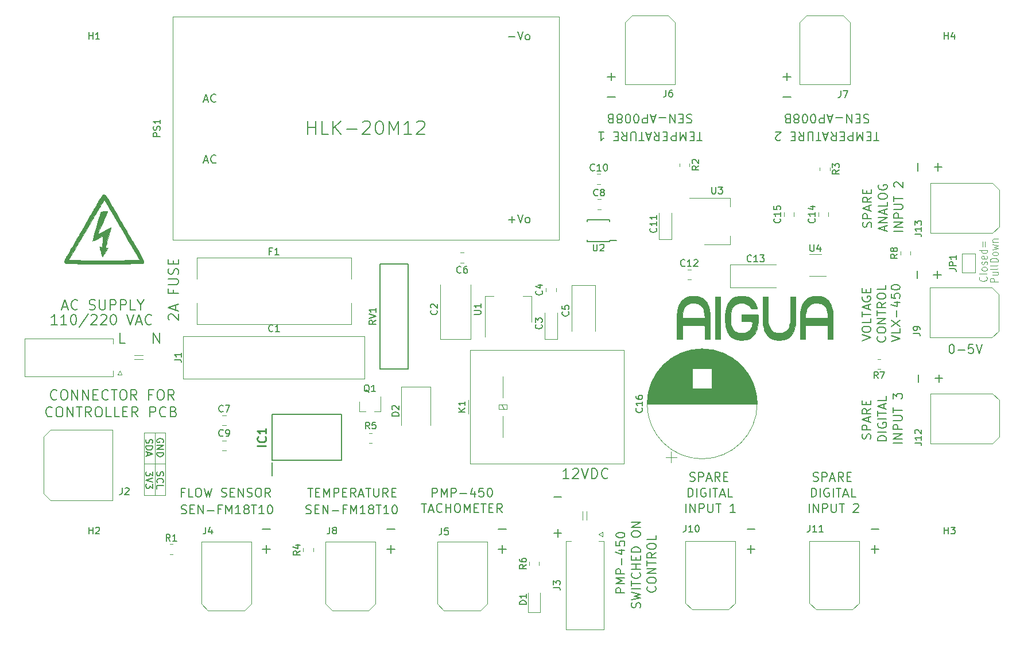
<source format=gto>
G04 #@! TF.GenerationSoftware,KiCad,Pcbnew,(5.1.9)-1*
G04 #@! TF.CreationDate,2021-01-28T15:57:22-05:00*
G04 #@! TF.ProjectId,SensorBoard,53656e73-6f72-4426-9f61-72642e6b6963,rev?*
G04 #@! TF.SameCoordinates,Original*
G04 #@! TF.FileFunction,Legend,Top*
G04 #@! TF.FilePolarity,Positive*
%FSLAX46Y46*%
G04 Gerber Fmt 4.6, Leading zero omitted, Abs format (unit mm)*
G04 Created by KiCad (PCBNEW (5.1.9)-1) date 2021-01-28 15:57:22*
%MOMM*%
%LPD*%
G01*
G04 APERTURE LIST*
%ADD10C,0.150000*%
%ADD11C,0.100000*%
%ADD12C,0.200000*%
%ADD13C,0.120000*%
%ADD14C,0.010000*%
%ADD15C,0.254000*%
G04 APERTURE END LIST*
D10*
X168126190Y-149845238D02*
X168188095Y-149659523D01*
X168188095Y-149350000D01*
X168126190Y-149226190D01*
X168064285Y-149164285D01*
X167940476Y-149102380D01*
X167816666Y-149102380D01*
X167692857Y-149164285D01*
X167630952Y-149226190D01*
X167569047Y-149350000D01*
X167507142Y-149597619D01*
X167445238Y-149721428D01*
X167383333Y-149783333D01*
X167259523Y-149845238D01*
X167135714Y-149845238D01*
X167011904Y-149783333D01*
X166950000Y-149721428D01*
X166888095Y-149597619D01*
X166888095Y-149288095D01*
X166950000Y-149102380D01*
X166888095Y-148669047D02*
X168188095Y-148359523D01*
X167259523Y-148111904D01*
X168188095Y-147864285D01*
X166888095Y-147554761D01*
X168188095Y-147059523D02*
X166888095Y-147059523D01*
X166888095Y-146626190D02*
X166888095Y-145883333D01*
X168188095Y-146254761D02*
X166888095Y-146254761D01*
X168064285Y-144707142D02*
X168126190Y-144769047D01*
X168188095Y-144954761D01*
X168188095Y-145078571D01*
X168126190Y-145264285D01*
X168002380Y-145388095D01*
X167878571Y-145450000D01*
X167630952Y-145511904D01*
X167445238Y-145511904D01*
X167197619Y-145450000D01*
X167073809Y-145388095D01*
X166950000Y-145264285D01*
X166888095Y-145078571D01*
X166888095Y-144954761D01*
X166950000Y-144769047D01*
X167011904Y-144707142D01*
X168188095Y-144150000D02*
X166888095Y-144150000D01*
X167507142Y-144150000D02*
X167507142Y-143407142D01*
X168188095Y-143407142D02*
X166888095Y-143407142D01*
X167507142Y-142788095D02*
X167507142Y-142354761D01*
X168188095Y-142169047D02*
X168188095Y-142788095D01*
X166888095Y-142788095D01*
X166888095Y-142169047D01*
X168188095Y-141611904D02*
X166888095Y-141611904D01*
X166888095Y-141302380D01*
X166950000Y-141116666D01*
X167073809Y-140992857D01*
X167197619Y-140930952D01*
X167445238Y-140869047D01*
X167630952Y-140869047D01*
X167878571Y-140930952D01*
X168002380Y-140992857D01*
X168126190Y-141116666D01*
X168188095Y-141302380D01*
X168188095Y-141611904D01*
X166888095Y-139073809D02*
X166888095Y-138826190D01*
X166950000Y-138702380D01*
X167073809Y-138578571D01*
X167321428Y-138516666D01*
X167754761Y-138516666D01*
X168002380Y-138578571D01*
X168126190Y-138702380D01*
X168188095Y-138826190D01*
X168188095Y-139073809D01*
X168126190Y-139197619D01*
X168002380Y-139321428D01*
X167754761Y-139383333D01*
X167321428Y-139383333D01*
X167073809Y-139321428D01*
X166950000Y-139197619D01*
X166888095Y-139073809D01*
X168188095Y-137959523D02*
X166888095Y-137959523D01*
X168188095Y-137216666D01*
X166888095Y-137216666D01*
X165888095Y-147595238D02*
X164588095Y-147595238D01*
X164588095Y-147100000D01*
X164650000Y-146976190D01*
X164711904Y-146914285D01*
X164835714Y-146852380D01*
X165021428Y-146852380D01*
X165145238Y-146914285D01*
X165207142Y-146976190D01*
X165269047Y-147100000D01*
X165269047Y-147595238D01*
X165888095Y-146295238D02*
X164588095Y-146295238D01*
X165516666Y-145861904D01*
X164588095Y-145428571D01*
X165888095Y-145428571D01*
X165888095Y-144809523D02*
X164588095Y-144809523D01*
X164588095Y-144314285D01*
X164650000Y-144190476D01*
X164711904Y-144128571D01*
X164835714Y-144066666D01*
X165021428Y-144066666D01*
X165145238Y-144128571D01*
X165207142Y-144190476D01*
X165269047Y-144314285D01*
X165269047Y-144809523D01*
X165392857Y-143509523D02*
X165392857Y-142519047D01*
X165021428Y-141342857D02*
X165888095Y-141342857D01*
X164526190Y-141652380D02*
X165454761Y-141961904D01*
X165454761Y-141157142D01*
X164588095Y-140042857D02*
X164588095Y-140661904D01*
X165207142Y-140723809D01*
X165145238Y-140661904D01*
X165083333Y-140538095D01*
X165083333Y-140228571D01*
X165145238Y-140104761D01*
X165207142Y-140042857D01*
X165330952Y-139980952D01*
X165640476Y-139980952D01*
X165764285Y-140042857D01*
X165826190Y-140104761D01*
X165888095Y-140228571D01*
X165888095Y-140538095D01*
X165826190Y-140661904D01*
X165764285Y-140723809D01*
X164588095Y-139176190D02*
X164588095Y-139052380D01*
X164650000Y-138928571D01*
X164711904Y-138866666D01*
X164835714Y-138804761D01*
X165083333Y-138742857D01*
X165392857Y-138742857D01*
X165640476Y-138804761D01*
X165764285Y-138866666D01*
X165826190Y-138928571D01*
X165888095Y-139052380D01*
X165888095Y-139176190D01*
X165826190Y-139300000D01*
X165764285Y-139361904D01*
X165640476Y-139423809D01*
X165392857Y-139485714D01*
X165083333Y-139485714D01*
X164835714Y-139423809D01*
X164711904Y-139361904D01*
X164650000Y-139300000D01*
X164588095Y-139176190D01*
X170364285Y-146711904D02*
X170426190Y-146773809D01*
X170488095Y-146959523D01*
X170488095Y-147083333D01*
X170426190Y-147269047D01*
X170302380Y-147392857D01*
X170178571Y-147454761D01*
X169930952Y-147516666D01*
X169745238Y-147516666D01*
X169497619Y-147454761D01*
X169373809Y-147392857D01*
X169250000Y-147269047D01*
X169188095Y-147083333D01*
X169188095Y-146959523D01*
X169250000Y-146773809D01*
X169311904Y-146711904D01*
X169188095Y-145907142D02*
X169188095Y-145659523D01*
X169250000Y-145535714D01*
X169373809Y-145411904D01*
X169621428Y-145350000D01*
X170054761Y-145350000D01*
X170302380Y-145411904D01*
X170426190Y-145535714D01*
X170488095Y-145659523D01*
X170488095Y-145907142D01*
X170426190Y-146030952D01*
X170302380Y-146154761D01*
X170054761Y-146216666D01*
X169621428Y-146216666D01*
X169373809Y-146154761D01*
X169250000Y-146030952D01*
X169188095Y-145907142D01*
X170488095Y-144792857D02*
X169188095Y-144792857D01*
X170488095Y-144050000D01*
X169188095Y-144050000D01*
X169188095Y-143616666D02*
X169188095Y-142873809D01*
X170488095Y-143245238D02*
X169188095Y-143245238D01*
X170488095Y-141697619D02*
X169869047Y-142130952D01*
X170488095Y-142440476D02*
X169188095Y-142440476D01*
X169188095Y-141945238D01*
X169250000Y-141821428D01*
X169311904Y-141759523D01*
X169435714Y-141697619D01*
X169621428Y-141697619D01*
X169745238Y-141759523D01*
X169807142Y-141821428D01*
X169869047Y-141945238D01*
X169869047Y-142440476D01*
X169188095Y-140892857D02*
X169188095Y-140645238D01*
X169250000Y-140521428D01*
X169373809Y-140397619D01*
X169621428Y-140335714D01*
X170054761Y-140335714D01*
X170302380Y-140397619D01*
X170426190Y-140521428D01*
X170488095Y-140645238D01*
X170488095Y-140892857D01*
X170426190Y-141016666D01*
X170302380Y-141140476D01*
X170054761Y-141202380D01*
X169621428Y-141202380D01*
X169373809Y-141140476D01*
X169250000Y-141016666D01*
X169188095Y-140892857D01*
X170488095Y-139159523D02*
X170488095Y-139778571D01*
X169188095Y-139778571D01*
X96371428Y-110778571D02*
X96371428Y-109278571D01*
X97228571Y-110778571D01*
X97228571Y-109278571D01*
X92164285Y-110778571D02*
X91450000Y-110778571D01*
X91450000Y-109278571D01*
D11*
X220942857Y-101766666D02*
X219742857Y-101766666D01*
X219742857Y-101385714D01*
X219800000Y-101290476D01*
X219857142Y-101242857D01*
X219971428Y-101195238D01*
X220142857Y-101195238D01*
X220257142Y-101242857D01*
X220314285Y-101290476D01*
X220371428Y-101385714D01*
X220371428Y-101766666D01*
X220142857Y-100338095D02*
X220942857Y-100338095D01*
X220142857Y-100766666D02*
X220771428Y-100766666D01*
X220885714Y-100719047D01*
X220942857Y-100623809D01*
X220942857Y-100480952D01*
X220885714Y-100385714D01*
X220828571Y-100338095D01*
X220942857Y-99719047D02*
X220885714Y-99814285D01*
X220771428Y-99861904D01*
X219742857Y-99861904D01*
X220942857Y-99195238D02*
X220885714Y-99290476D01*
X220771428Y-99338095D01*
X219742857Y-99338095D01*
X220942857Y-98814285D02*
X219742857Y-98814285D01*
X219742857Y-98576190D01*
X219800000Y-98433333D01*
X219914285Y-98338095D01*
X220028571Y-98290476D01*
X220257142Y-98242857D01*
X220428571Y-98242857D01*
X220657142Y-98290476D01*
X220771428Y-98338095D01*
X220885714Y-98433333D01*
X220942857Y-98576190D01*
X220942857Y-98814285D01*
X220942857Y-97671428D02*
X220885714Y-97766666D01*
X220828571Y-97814285D01*
X220714285Y-97861904D01*
X220371428Y-97861904D01*
X220257142Y-97814285D01*
X220200000Y-97766666D01*
X220142857Y-97671428D01*
X220142857Y-97528571D01*
X220200000Y-97433333D01*
X220257142Y-97385714D01*
X220371428Y-97338095D01*
X220714285Y-97338095D01*
X220828571Y-97385714D01*
X220885714Y-97433333D01*
X220942857Y-97528571D01*
X220942857Y-97671428D01*
X220142857Y-97004761D02*
X220942857Y-96814285D01*
X220371428Y-96623809D01*
X220942857Y-96433333D01*
X220142857Y-96242857D01*
X220142857Y-95861904D02*
X220942857Y-95861904D01*
X220257142Y-95861904D02*
X220200000Y-95814285D01*
X220142857Y-95719047D01*
X220142857Y-95576190D01*
X220200000Y-95480952D01*
X220314285Y-95433333D01*
X220942857Y-95433333D01*
X219228571Y-101009523D02*
X219285714Y-101057142D01*
X219342857Y-101200000D01*
X219342857Y-101295238D01*
X219285714Y-101438095D01*
X219171428Y-101533333D01*
X219057142Y-101580952D01*
X218828571Y-101628571D01*
X218657142Y-101628571D01*
X218428571Y-101580952D01*
X218314285Y-101533333D01*
X218200000Y-101438095D01*
X218142857Y-101295238D01*
X218142857Y-101200000D01*
X218200000Y-101057142D01*
X218257142Y-101009523D01*
X219342857Y-100438095D02*
X219285714Y-100533333D01*
X219171428Y-100580952D01*
X218142857Y-100580952D01*
X219342857Y-99914285D02*
X219285714Y-100009523D01*
X219228571Y-100057142D01*
X219114285Y-100104761D01*
X218771428Y-100104761D01*
X218657142Y-100057142D01*
X218600000Y-100009523D01*
X218542857Y-99914285D01*
X218542857Y-99771428D01*
X218600000Y-99676190D01*
X218657142Y-99628571D01*
X218771428Y-99580952D01*
X219114285Y-99580952D01*
X219228571Y-99628571D01*
X219285714Y-99676190D01*
X219342857Y-99771428D01*
X219342857Y-99914285D01*
X219285714Y-99200000D02*
X219342857Y-99104761D01*
X219342857Y-98914285D01*
X219285714Y-98819047D01*
X219171428Y-98771428D01*
X219114285Y-98771428D01*
X219000000Y-98819047D01*
X218942857Y-98914285D01*
X218942857Y-99057142D01*
X218885714Y-99152380D01*
X218771428Y-99200000D01*
X218714285Y-99200000D01*
X218600000Y-99152380D01*
X218542857Y-99057142D01*
X218542857Y-98914285D01*
X218600000Y-98819047D01*
X219285714Y-97961904D02*
X219342857Y-98057142D01*
X219342857Y-98247619D01*
X219285714Y-98342857D01*
X219171428Y-98390476D01*
X218714285Y-98390476D01*
X218600000Y-98342857D01*
X218542857Y-98247619D01*
X218542857Y-98057142D01*
X218600000Y-97961904D01*
X218714285Y-97914285D01*
X218828571Y-97914285D01*
X218942857Y-98390476D01*
X219342857Y-97057142D02*
X218142857Y-97057142D01*
X219285714Y-97057142D02*
X219342857Y-97152380D01*
X219342857Y-97342857D01*
X219285714Y-97438095D01*
X219228571Y-97485714D01*
X219114285Y-97533333D01*
X218771428Y-97533333D01*
X218657142Y-97485714D01*
X218600000Y-97438095D01*
X218542857Y-97342857D01*
X218542857Y-97152380D01*
X218600000Y-97057142D01*
X218714285Y-96580952D02*
X218714285Y-95819047D01*
X219057142Y-95819047D02*
X219057142Y-96580952D01*
D10*
X98721428Y-107364285D02*
X98650000Y-107292857D01*
X98578571Y-107150000D01*
X98578571Y-106792857D01*
X98650000Y-106650000D01*
X98721428Y-106578571D01*
X98864285Y-106507142D01*
X99007142Y-106507142D01*
X99221428Y-106578571D01*
X100078571Y-107435714D01*
X100078571Y-106507142D01*
X99650000Y-105935714D02*
X99650000Y-105221428D01*
X100078571Y-106078571D02*
X98578571Y-105578571D01*
X100078571Y-105078571D01*
X99292857Y-102935714D02*
X99292857Y-103435714D01*
X100078571Y-103435714D02*
X98578571Y-103435714D01*
X98578571Y-102721428D01*
X98578571Y-102150000D02*
X99792857Y-102150000D01*
X99935714Y-102078571D01*
X100007142Y-102007142D01*
X100078571Y-101864285D01*
X100078571Y-101578571D01*
X100007142Y-101435714D01*
X99935714Y-101364285D01*
X99792857Y-101292857D01*
X98578571Y-101292857D01*
X100007142Y-100650000D02*
X100078571Y-100435714D01*
X100078571Y-100078571D01*
X100007142Y-99935714D01*
X99935714Y-99864285D01*
X99792857Y-99792857D01*
X99650000Y-99792857D01*
X99507142Y-99864285D01*
X99435714Y-99935714D01*
X99364285Y-100078571D01*
X99292857Y-100364285D01*
X99221428Y-100507142D01*
X99150000Y-100578571D01*
X99007142Y-100650000D01*
X98864285Y-100650000D01*
X98721428Y-100578571D01*
X98650000Y-100507142D01*
X98578571Y-100364285D01*
X98578571Y-100007142D01*
X98650000Y-99792857D01*
X99292857Y-99150000D02*
X99292857Y-98650000D01*
X100078571Y-98435714D02*
X100078571Y-99150000D01*
X98578571Y-99150000D01*
X98578571Y-98435714D01*
X200888095Y-110430952D02*
X202188095Y-109997619D01*
X200888095Y-109564285D01*
X200888095Y-108883333D02*
X200888095Y-108635714D01*
X200950000Y-108511904D01*
X201073809Y-108388095D01*
X201321428Y-108326190D01*
X201754761Y-108326190D01*
X202002380Y-108388095D01*
X202126190Y-108511904D01*
X202188095Y-108635714D01*
X202188095Y-108883333D01*
X202126190Y-109007142D01*
X202002380Y-109130952D01*
X201754761Y-109192857D01*
X201321428Y-109192857D01*
X201073809Y-109130952D01*
X200950000Y-109007142D01*
X200888095Y-108883333D01*
X202188095Y-107150000D02*
X202188095Y-107769047D01*
X200888095Y-107769047D01*
X200888095Y-106902380D02*
X200888095Y-106159523D01*
X202188095Y-106530952D02*
X200888095Y-106530952D01*
X201816666Y-105788095D02*
X201816666Y-105169047D01*
X202188095Y-105911904D02*
X200888095Y-105478571D01*
X202188095Y-105045238D01*
X200950000Y-103930952D02*
X200888095Y-104054761D01*
X200888095Y-104240476D01*
X200950000Y-104426190D01*
X201073809Y-104550000D01*
X201197619Y-104611904D01*
X201445238Y-104673809D01*
X201630952Y-104673809D01*
X201878571Y-104611904D01*
X202002380Y-104550000D01*
X202126190Y-104426190D01*
X202188095Y-104240476D01*
X202188095Y-104116666D01*
X202126190Y-103930952D01*
X202064285Y-103869047D01*
X201630952Y-103869047D01*
X201630952Y-104116666D01*
X201507142Y-103311904D02*
X201507142Y-102878571D01*
X202188095Y-102692857D02*
X202188095Y-103311904D01*
X200888095Y-103311904D01*
X200888095Y-102692857D01*
X214057142Y-110988095D02*
X214180952Y-110988095D01*
X214304761Y-111050000D01*
X214366666Y-111111904D01*
X214428571Y-111235714D01*
X214490476Y-111483333D01*
X214490476Y-111792857D01*
X214428571Y-112040476D01*
X214366666Y-112164285D01*
X214304761Y-112226190D01*
X214180952Y-112288095D01*
X214057142Y-112288095D01*
X213933333Y-112226190D01*
X213871428Y-112164285D01*
X213809523Y-112040476D01*
X213747619Y-111792857D01*
X213747619Y-111483333D01*
X213809523Y-111235714D01*
X213871428Y-111111904D01*
X213933333Y-111050000D01*
X214057142Y-110988095D01*
X215047619Y-111792857D02*
X216038095Y-111792857D01*
X217276190Y-110988095D02*
X216657142Y-110988095D01*
X216595238Y-111607142D01*
X216657142Y-111545238D01*
X216780952Y-111483333D01*
X217090476Y-111483333D01*
X217214285Y-111545238D01*
X217276190Y-111607142D01*
X217338095Y-111730952D01*
X217338095Y-112040476D01*
X217276190Y-112164285D01*
X217214285Y-112226190D01*
X217090476Y-112288095D01*
X216780952Y-112288095D01*
X216657142Y-112226190D01*
X216595238Y-112164285D01*
X217709523Y-110988095D02*
X218142857Y-112288095D01*
X218576190Y-110988095D01*
X205188095Y-110540476D02*
X206488095Y-110107142D01*
X205188095Y-109673809D01*
X206488095Y-108621428D02*
X206488095Y-109240476D01*
X205188095Y-109240476D01*
X205188095Y-108311904D02*
X206488095Y-107445238D01*
X205188095Y-107445238D02*
X206488095Y-108311904D01*
X205992857Y-106950000D02*
X205992857Y-105959523D01*
X205621428Y-104783333D02*
X206488095Y-104783333D01*
X205126190Y-105092857D02*
X206054761Y-105402380D01*
X206054761Y-104597619D01*
X205188095Y-103483333D02*
X205188095Y-104102380D01*
X205807142Y-104164285D01*
X205745238Y-104102380D01*
X205683333Y-103978571D01*
X205683333Y-103669047D01*
X205745238Y-103545238D01*
X205807142Y-103483333D01*
X205930952Y-103421428D01*
X206240476Y-103421428D01*
X206364285Y-103483333D01*
X206426190Y-103545238D01*
X206488095Y-103669047D01*
X206488095Y-103978571D01*
X206426190Y-104102380D01*
X206364285Y-104164285D01*
X205188095Y-102616666D02*
X205188095Y-102492857D01*
X205250000Y-102369047D01*
X205311904Y-102307142D01*
X205435714Y-102245238D01*
X205683333Y-102183333D01*
X205992857Y-102183333D01*
X206240476Y-102245238D01*
X206364285Y-102307142D01*
X206426190Y-102369047D01*
X206488095Y-102492857D01*
X206488095Y-102616666D01*
X206426190Y-102740476D01*
X206364285Y-102802380D01*
X206240476Y-102864285D01*
X205992857Y-102926190D01*
X205683333Y-102926190D01*
X205435714Y-102864285D01*
X205311904Y-102802380D01*
X205250000Y-102740476D01*
X205188095Y-102616666D01*
X204264285Y-109811904D02*
X204326190Y-109873809D01*
X204388095Y-110059523D01*
X204388095Y-110183333D01*
X204326190Y-110369047D01*
X204202380Y-110492857D01*
X204078571Y-110554761D01*
X203830952Y-110616666D01*
X203645238Y-110616666D01*
X203397619Y-110554761D01*
X203273809Y-110492857D01*
X203150000Y-110369047D01*
X203088095Y-110183333D01*
X203088095Y-110059523D01*
X203150000Y-109873809D01*
X203211904Y-109811904D01*
X203088095Y-109007142D02*
X203088095Y-108759523D01*
X203150000Y-108635714D01*
X203273809Y-108511904D01*
X203521428Y-108450000D01*
X203954761Y-108450000D01*
X204202380Y-108511904D01*
X204326190Y-108635714D01*
X204388095Y-108759523D01*
X204388095Y-109007142D01*
X204326190Y-109130952D01*
X204202380Y-109254761D01*
X203954761Y-109316666D01*
X203521428Y-109316666D01*
X203273809Y-109254761D01*
X203150000Y-109130952D01*
X203088095Y-109007142D01*
X204388095Y-107892857D02*
X203088095Y-107892857D01*
X204388095Y-107150000D01*
X203088095Y-107150000D01*
X203088095Y-106716666D02*
X203088095Y-105973809D01*
X204388095Y-106345238D02*
X203088095Y-106345238D01*
X204388095Y-104797619D02*
X203769047Y-105230952D01*
X204388095Y-105540476D02*
X203088095Y-105540476D01*
X203088095Y-105045238D01*
X203150000Y-104921428D01*
X203211904Y-104859523D01*
X203335714Y-104797619D01*
X203521428Y-104797619D01*
X203645238Y-104859523D01*
X203707142Y-104921428D01*
X203769047Y-105045238D01*
X203769047Y-105540476D01*
X203088095Y-103992857D02*
X203088095Y-103745238D01*
X203150000Y-103621428D01*
X203273809Y-103497619D01*
X203521428Y-103435714D01*
X203954761Y-103435714D01*
X204202380Y-103497619D01*
X204326190Y-103621428D01*
X204388095Y-103745238D01*
X204388095Y-103992857D01*
X204326190Y-104116666D01*
X204202380Y-104240476D01*
X203954761Y-104302380D01*
X203521428Y-104302380D01*
X203273809Y-104240476D01*
X203150000Y-104116666D01*
X203088095Y-103992857D01*
X204388095Y-102259523D02*
X204388095Y-102878571D01*
X203088095Y-102878571D01*
D12*
X212007142Y-101271428D02*
X212007142Y-100128571D01*
X212578571Y-100700000D02*
X211435714Y-100700000D01*
X209007142Y-101271428D02*
X209007142Y-100128571D01*
X212107142Y-85371428D02*
X212107142Y-84228571D01*
X212678571Y-84800000D02*
X211535714Y-84800000D01*
X209107142Y-85371428D02*
X209107142Y-84228571D01*
D10*
X204216666Y-94204761D02*
X204216666Y-93585714D01*
X204588095Y-94328571D02*
X203288095Y-93895238D01*
X204588095Y-93461904D01*
X204588095Y-93028571D02*
X203288095Y-93028571D01*
X204588095Y-92285714D01*
X203288095Y-92285714D01*
X204216666Y-91728571D02*
X204216666Y-91109523D01*
X204588095Y-91852380D02*
X203288095Y-91419047D01*
X204588095Y-90985714D01*
X204588095Y-89933333D02*
X204588095Y-90552380D01*
X203288095Y-90552380D01*
X203288095Y-89252380D02*
X203288095Y-89004761D01*
X203350000Y-88880952D01*
X203473809Y-88757142D01*
X203721428Y-88695238D01*
X204154761Y-88695238D01*
X204402380Y-88757142D01*
X204526190Y-88880952D01*
X204588095Y-89004761D01*
X204588095Y-89252380D01*
X204526190Y-89376190D01*
X204402380Y-89500000D01*
X204154761Y-89561904D01*
X203721428Y-89561904D01*
X203473809Y-89500000D01*
X203350000Y-89376190D01*
X203288095Y-89252380D01*
X203350000Y-87457142D02*
X203288095Y-87580952D01*
X203288095Y-87766666D01*
X203350000Y-87952380D01*
X203473809Y-88076190D01*
X203597619Y-88138095D01*
X203845238Y-88200000D01*
X204030952Y-88200000D01*
X204278571Y-88138095D01*
X204402380Y-88076190D01*
X204526190Y-87952380D01*
X204588095Y-87766666D01*
X204588095Y-87642857D01*
X204526190Y-87457142D01*
X204464285Y-87395238D01*
X204030952Y-87395238D01*
X204030952Y-87642857D01*
X202226190Y-93716666D02*
X202288095Y-93530952D01*
X202288095Y-93221428D01*
X202226190Y-93097619D01*
X202164285Y-93035714D01*
X202040476Y-92973809D01*
X201916666Y-92973809D01*
X201792857Y-93035714D01*
X201730952Y-93097619D01*
X201669047Y-93221428D01*
X201607142Y-93469047D01*
X201545238Y-93592857D01*
X201483333Y-93654761D01*
X201359523Y-93716666D01*
X201235714Y-93716666D01*
X201111904Y-93654761D01*
X201050000Y-93592857D01*
X200988095Y-93469047D01*
X200988095Y-93159523D01*
X201050000Y-92973809D01*
X202288095Y-92416666D02*
X200988095Y-92416666D01*
X200988095Y-91921428D01*
X201050000Y-91797619D01*
X201111904Y-91735714D01*
X201235714Y-91673809D01*
X201421428Y-91673809D01*
X201545238Y-91735714D01*
X201607142Y-91797619D01*
X201669047Y-91921428D01*
X201669047Y-92416666D01*
X201916666Y-91178571D02*
X201916666Y-90559523D01*
X202288095Y-91302380D02*
X200988095Y-90869047D01*
X202288095Y-90435714D01*
X202288095Y-89259523D02*
X201669047Y-89692857D01*
X202288095Y-90002380D02*
X200988095Y-90002380D01*
X200988095Y-89507142D01*
X201050000Y-89383333D01*
X201111904Y-89321428D01*
X201235714Y-89259523D01*
X201421428Y-89259523D01*
X201545238Y-89321428D01*
X201607142Y-89383333D01*
X201669047Y-89507142D01*
X201669047Y-90002380D01*
X201607142Y-88702380D02*
X201607142Y-88269047D01*
X202288095Y-88083333D02*
X202288095Y-88702380D01*
X200988095Y-88702380D01*
X200988095Y-88083333D01*
X206888095Y-94321428D02*
X205588095Y-94321428D01*
X206888095Y-93702380D02*
X205588095Y-93702380D01*
X206888095Y-92959523D01*
X205588095Y-92959523D01*
X206888095Y-92340476D02*
X205588095Y-92340476D01*
X205588095Y-91845238D01*
X205650000Y-91721428D01*
X205711904Y-91659523D01*
X205835714Y-91597619D01*
X206021428Y-91597619D01*
X206145238Y-91659523D01*
X206207142Y-91721428D01*
X206269047Y-91845238D01*
X206269047Y-92340476D01*
X205588095Y-91040476D02*
X206640476Y-91040476D01*
X206764285Y-90978571D01*
X206826190Y-90916666D01*
X206888095Y-90792857D01*
X206888095Y-90545238D01*
X206826190Y-90421428D01*
X206764285Y-90359523D01*
X206640476Y-90297619D01*
X205588095Y-90297619D01*
X205588095Y-89864285D02*
X205588095Y-89121428D01*
X206888095Y-89492857D02*
X205588095Y-89492857D01*
X205711904Y-87759523D02*
X205650000Y-87697619D01*
X205588095Y-87573809D01*
X205588095Y-87264285D01*
X205650000Y-87140476D01*
X205711904Y-87078571D01*
X205835714Y-87016666D01*
X205959523Y-87016666D01*
X206145238Y-87078571D01*
X206888095Y-87821428D01*
X206888095Y-87016666D01*
X119138095Y-132188095D02*
X119880952Y-132188095D01*
X119509523Y-133488095D02*
X119509523Y-132188095D01*
X120314285Y-132807142D02*
X120747619Y-132807142D01*
X120933333Y-133488095D02*
X120314285Y-133488095D01*
X120314285Y-132188095D01*
X120933333Y-132188095D01*
X121490476Y-133488095D02*
X121490476Y-132188095D01*
X121923809Y-133116666D01*
X122357142Y-132188095D01*
X122357142Y-133488095D01*
X122976190Y-133488095D02*
X122976190Y-132188095D01*
X123471428Y-132188095D01*
X123595238Y-132250000D01*
X123657142Y-132311904D01*
X123719047Y-132435714D01*
X123719047Y-132621428D01*
X123657142Y-132745238D01*
X123595238Y-132807142D01*
X123471428Y-132869047D01*
X122976190Y-132869047D01*
X124276190Y-132807142D02*
X124709523Y-132807142D01*
X124895238Y-133488095D02*
X124276190Y-133488095D01*
X124276190Y-132188095D01*
X124895238Y-132188095D01*
X126195238Y-133488095D02*
X125761904Y-132869047D01*
X125452380Y-133488095D02*
X125452380Y-132188095D01*
X125947619Y-132188095D01*
X126071428Y-132250000D01*
X126133333Y-132311904D01*
X126195238Y-132435714D01*
X126195238Y-132621428D01*
X126133333Y-132745238D01*
X126071428Y-132807142D01*
X125947619Y-132869047D01*
X125452380Y-132869047D01*
X126690476Y-133116666D02*
X127309523Y-133116666D01*
X126566666Y-133488095D02*
X127000000Y-132188095D01*
X127433333Y-133488095D01*
X127680952Y-132188095D02*
X128423809Y-132188095D01*
X128052380Y-133488095D02*
X128052380Y-132188095D01*
X128857142Y-132188095D02*
X128857142Y-133240476D01*
X128919047Y-133364285D01*
X128980952Y-133426190D01*
X129104761Y-133488095D01*
X129352380Y-133488095D01*
X129476190Y-133426190D01*
X129538095Y-133364285D01*
X129600000Y-133240476D01*
X129600000Y-132188095D01*
X130961904Y-133488095D02*
X130528571Y-132869047D01*
X130219047Y-133488095D02*
X130219047Y-132188095D01*
X130714285Y-132188095D01*
X130838095Y-132250000D01*
X130900000Y-132311904D01*
X130961904Y-132435714D01*
X130961904Y-132621428D01*
X130900000Y-132745238D01*
X130838095Y-132807142D01*
X130714285Y-132869047D01*
X130219047Y-132869047D01*
X131519047Y-132807142D02*
X131952380Y-132807142D01*
X132138095Y-133488095D02*
X131519047Y-133488095D01*
X131519047Y-132188095D01*
X132138095Y-132188095D01*
X118883333Y-135926190D02*
X119069047Y-135988095D01*
X119378571Y-135988095D01*
X119502380Y-135926190D01*
X119564285Y-135864285D01*
X119626190Y-135740476D01*
X119626190Y-135616666D01*
X119564285Y-135492857D01*
X119502380Y-135430952D01*
X119378571Y-135369047D01*
X119130952Y-135307142D01*
X119007142Y-135245238D01*
X118945238Y-135183333D01*
X118883333Y-135059523D01*
X118883333Y-134935714D01*
X118945238Y-134811904D01*
X119007142Y-134750000D01*
X119130952Y-134688095D01*
X119440476Y-134688095D01*
X119626190Y-134750000D01*
X120183333Y-135307142D02*
X120616666Y-135307142D01*
X120802380Y-135988095D02*
X120183333Y-135988095D01*
X120183333Y-134688095D01*
X120802380Y-134688095D01*
X121359523Y-135988095D02*
X121359523Y-134688095D01*
X122102380Y-135988095D01*
X122102380Y-134688095D01*
X122721428Y-135492857D02*
X123711904Y-135492857D01*
X124764285Y-135307142D02*
X124330952Y-135307142D01*
X124330952Y-135988095D02*
X124330952Y-134688095D01*
X124950000Y-134688095D01*
X125445238Y-135988095D02*
X125445238Y-134688095D01*
X125878571Y-135616666D01*
X126311904Y-134688095D01*
X126311904Y-135988095D01*
X127611904Y-135988095D02*
X126869047Y-135988095D01*
X127240476Y-135988095D02*
X127240476Y-134688095D01*
X127116666Y-134873809D01*
X126992857Y-134997619D01*
X126869047Y-135059523D01*
X128354761Y-135245238D02*
X128230952Y-135183333D01*
X128169047Y-135121428D01*
X128107142Y-134997619D01*
X128107142Y-134935714D01*
X128169047Y-134811904D01*
X128230952Y-134750000D01*
X128354761Y-134688095D01*
X128602380Y-134688095D01*
X128726190Y-134750000D01*
X128788095Y-134811904D01*
X128850000Y-134935714D01*
X128850000Y-134997619D01*
X128788095Y-135121428D01*
X128726190Y-135183333D01*
X128602380Y-135245238D01*
X128354761Y-135245238D01*
X128230952Y-135307142D01*
X128169047Y-135369047D01*
X128107142Y-135492857D01*
X128107142Y-135740476D01*
X128169047Y-135864285D01*
X128230952Y-135926190D01*
X128354761Y-135988095D01*
X128602380Y-135988095D01*
X128726190Y-135926190D01*
X128788095Y-135864285D01*
X128850000Y-135740476D01*
X128850000Y-135492857D01*
X128788095Y-135369047D01*
X128726190Y-135307142D01*
X128602380Y-135245238D01*
X129221428Y-134688095D02*
X129964285Y-134688095D01*
X129592857Y-135988095D02*
X129592857Y-134688095D01*
X131078571Y-135988095D02*
X130335714Y-135988095D01*
X130707142Y-135988095D02*
X130707142Y-134688095D01*
X130583333Y-134873809D01*
X130459523Y-134997619D01*
X130335714Y-135059523D01*
X131883333Y-134688095D02*
X132007142Y-134688095D01*
X132130952Y-134750000D01*
X132192857Y-134811904D01*
X132254761Y-134935714D01*
X132316666Y-135183333D01*
X132316666Y-135492857D01*
X132254761Y-135740476D01*
X132192857Y-135864285D01*
X132130952Y-135926190D01*
X132007142Y-135988095D01*
X131883333Y-135988095D01*
X131759523Y-135926190D01*
X131697619Y-135864285D01*
X131635714Y-135740476D01*
X131573809Y-135492857D01*
X131573809Y-135183333D01*
X131635714Y-134935714D01*
X131697619Y-134811904D01*
X131759523Y-134750000D01*
X131883333Y-134688095D01*
D12*
X130828571Y-138207142D02*
X131971428Y-138207142D01*
X130828571Y-141207142D02*
X131971428Y-141207142D01*
X131400000Y-141778571D02*
X131400000Y-140635714D01*
D10*
X100902380Y-132807142D02*
X100469047Y-132807142D01*
X100469047Y-133488095D02*
X100469047Y-132188095D01*
X101088095Y-132188095D01*
X102202380Y-133488095D02*
X101583333Y-133488095D01*
X101583333Y-132188095D01*
X102883333Y-132188095D02*
X103130952Y-132188095D01*
X103254761Y-132250000D01*
X103378571Y-132373809D01*
X103440476Y-132621428D01*
X103440476Y-133054761D01*
X103378571Y-133302380D01*
X103254761Y-133426190D01*
X103130952Y-133488095D01*
X102883333Y-133488095D01*
X102759523Y-133426190D01*
X102635714Y-133302380D01*
X102573809Y-133054761D01*
X102573809Y-132621428D01*
X102635714Y-132373809D01*
X102759523Y-132250000D01*
X102883333Y-132188095D01*
X103873809Y-132188095D02*
X104183333Y-133488095D01*
X104430952Y-132559523D01*
X104678571Y-133488095D01*
X104988095Y-132188095D01*
X106411904Y-133426190D02*
X106597619Y-133488095D01*
X106907142Y-133488095D01*
X107030952Y-133426190D01*
X107092857Y-133364285D01*
X107154761Y-133240476D01*
X107154761Y-133116666D01*
X107092857Y-132992857D01*
X107030952Y-132930952D01*
X106907142Y-132869047D01*
X106659523Y-132807142D01*
X106535714Y-132745238D01*
X106473809Y-132683333D01*
X106411904Y-132559523D01*
X106411904Y-132435714D01*
X106473809Y-132311904D01*
X106535714Y-132250000D01*
X106659523Y-132188095D01*
X106969047Y-132188095D01*
X107154761Y-132250000D01*
X107711904Y-132807142D02*
X108145238Y-132807142D01*
X108330952Y-133488095D02*
X107711904Y-133488095D01*
X107711904Y-132188095D01*
X108330952Y-132188095D01*
X108888095Y-133488095D02*
X108888095Y-132188095D01*
X109630952Y-133488095D01*
X109630952Y-132188095D01*
X110188095Y-133426190D02*
X110373809Y-133488095D01*
X110683333Y-133488095D01*
X110807142Y-133426190D01*
X110869047Y-133364285D01*
X110930952Y-133240476D01*
X110930952Y-133116666D01*
X110869047Y-132992857D01*
X110807142Y-132930952D01*
X110683333Y-132869047D01*
X110435714Y-132807142D01*
X110311904Y-132745238D01*
X110250000Y-132683333D01*
X110188095Y-132559523D01*
X110188095Y-132435714D01*
X110250000Y-132311904D01*
X110311904Y-132250000D01*
X110435714Y-132188095D01*
X110745238Y-132188095D01*
X110930952Y-132250000D01*
X111735714Y-132188095D02*
X111983333Y-132188095D01*
X112107142Y-132250000D01*
X112230952Y-132373809D01*
X112292857Y-132621428D01*
X112292857Y-133054761D01*
X112230952Y-133302380D01*
X112107142Y-133426190D01*
X111983333Y-133488095D01*
X111735714Y-133488095D01*
X111611904Y-133426190D01*
X111488095Y-133302380D01*
X111426190Y-133054761D01*
X111426190Y-132621428D01*
X111488095Y-132373809D01*
X111611904Y-132250000D01*
X111735714Y-132188095D01*
X113592857Y-133488095D02*
X113159523Y-132869047D01*
X112850000Y-133488095D02*
X112850000Y-132188095D01*
X113345238Y-132188095D01*
X113469047Y-132250000D01*
X113530952Y-132311904D01*
X113592857Y-132435714D01*
X113592857Y-132621428D01*
X113530952Y-132745238D01*
X113469047Y-132807142D01*
X113345238Y-132869047D01*
X112850000Y-132869047D01*
X203376190Y-80911904D02*
X202633333Y-80911904D01*
X203004761Y-79611904D02*
X203004761Y-80911904D01*
X202200000Y-80292857D02*
X201766666Y-80292857D01*
X201580952Y-79611904D02*
X202200000Y-79611904D01*
X202200000Y-80911904D01*
X201580952Y-80911904D01*
X201023809Y-79611904D02*
X201023809Y-80911904D01*
X200590476Y-79983333D01*
X200157142Y-80911904D01*
X200157142Y-79611904D01*
X199538095Y-79611904D02*
X199538095Y-80911904D01*
X199042857Y-80911904D01*
X198919047Y-80850000D01*
X198857142Y-80788095D01*
X198795238Y-80664285D01*
X198795238Y-80478571D01*
X198857142Y-80354761D01*
X198919047Y-80292857D01*
X199042857Y-80230952D01*
X199538095Y-80230952D01*
X198238095Y-80292857D02*
X197804761Y-80292857D01*
X197619047Y-79611904D02*
X198238095Y-79611904D01*
X198238095Y-80911904D01*
X197619047Y-80911904D01*
X196319047Y-79611904D02*
X196752380Y-80230952D01*
X197061904Y-79611904D02*
X197061904Y-80911904D01*
X196566666Y-80911904D01*
X196442857Y-80850000D01*
X196380952Y-80788095D01*
X196319047Y-80664285D01*
X196319047Y-80478571D01*
X196380952Y-80354761D01*
X196442857Y-80292857D01*
X196566666Y-80230952D01*
X197061904Y-80230952D01*
X195823809Y-79983333D02*
X195204761Y-79983333D01*
X195947619Y-79611904D02*
X195514285Y-80911904D01*
X195080952Y-79611904D01*
X194833333Y-80911904D02*
X194090476Y-80911904D01*
X194461904Y-79611904D02*
X194461904Y-80911904D01*
X193657142Y-80911904D02*
X193657142Y-79859523D01*
X193595238Y-79735714D01*
X193533333Y-79673809D01*
X193409523Y-79611904D01*
X193161904Y-79611904D01*
X193038095Y-79673809D01*
X192976190Y-79735714D01*
X192914285Y-79859523D01*
X192914285Y-80911904D01*
X191552380Y-79611904D02*
X191985714Y-80230952D01*
X192295238Y-79611904D02*
X192295238Y-80911904D01*
X191800000Y-80911904D01*
X191676190Y-80850000D01*
X191614285Y-80788095D01*
X191552380Y-80664285D01*
X191552380Y-80478571D01*
X191614285Y-80354761D01*
X191676190Y-80292857D01*
X191800000Y-80230952D01*
X192295238Y-80230952D01*
X190995238Y-80292857D02*
X190561904Y-80292857D01*
X190376190Y-79611904D02*
X190995238Y-79611904D01*
X190995238Y-80911904D01*
X190376190Y-80911904D01*
X188890476Y-80788095D02*
X188828571Y-80850000D01*
X188704761Y-80911904D01*
X188395238Y-80911904D01*
X188271428Y-80850000D01*
X188209523Y-80788095D01*
X188147619Y-80664285D01*
X188147619Y-80540476D01*
X188209523Y-80354761D01*
X188952380Y-79611904D01*
X188147619Y-79611904D01*
X201859523Y-77073809D02*
X201673809Y-77011904D01*
X201364285Y-77011904D01*
X201240476Y-77073809D01*
X201178571Y-77135714D01*
X201116666Y-77259523D01*
X201116666Y-77383333D01*
X201178571Y-77507142D01*
X201240476Y-77569047D01*
X201364285Y-77630952D01*
X201611904Y-77692857D01*
X201735714Y-77754761D01*
X201797619Y-77816666D01*
X201859523Y-77940476D01*
X201859523Y-78064285D01*
X201797619Y-78188095D01*
X201735714Y-78250000D01*
X201611904Y-78311904D01*
X201302380Y-78311904D01*
X201116666Y-78250000D01*
X200559523Y-77692857D02*
X200126190Y-77692857D01*
X199940476Y-77011904D02*
X200559523Y-77011904D01*
X200559523Y-78311904D01*
X199940476Y-78311904D01*
X199383333Y-77011904D02*
X199383333Y-78311904D01*
X198640476Y-77011904D01*
X198640476Y-78311904D01*
X198021428Y-77507142D02*
X197030952Y-77507142D01*
X196473809Y-77383333D02*
X195854761Y-77383333D01*
X196597619Y-77011904D02*
X196164285Y-78311904D01*
X195730952Y-77011904D01*
X195297619Y-77011904D02*
X195297619Y-78311904D01*
X194802380Y-78311904D01*
X194678571Y-78250000D01*
X194616666Y-78188095D01*
X194554761Y-78064285D01*
X194554761Y-77878571D01*
X194616666Y-77754761D01*
X194678571Y-77692857D01*
X194802380Y-77630952D01*
X195297619Y-77630952D01*
X193750000Y-78311904D02*
X193626190Y-78311904D01*
X193502380Y-78250000D01*
X193440476Y-78188095D01*
X193378571Y-78064285D01*
X193316666Y-77816666D01*
X193316666Y-77507142D01*
X193378571Y-77259523D01*
X193440476Y-77135714D01*
X193502380Y-77073809D01*
X193626190Y-77011904D01*
X193750000Y-77011904D01*
X193873809Y-77073809D01*
X193935714Y-77135714D01*
X193997619Y-77259523D01*
X194059523Y-77507142D01*
X194059523Y-77816666D01*
X193997619Y-78064285D01*
X193935714Y-78188095D01*
X193873809Y-78250000D01*
X193750000Y-78311904D01*
X192511904Y-78311904D02*
X192388095Y-78311904D01*
X192264285Y-78250000D01*
X192202380Y-78188095D01*
X192140476Y-78064285D01*
X192078571Y-77816666D01*
X192078571Y-77507142D01*
X192140476Y-77259523D01*
X192202380Y-77135714D01*
X192264285Y-77073809D01*
X192388095Y-77011904D01*
X192511904Y-77011904D01*
X192635714Y-77073809D01*
X192697619Y-77135714D01*
X192759523Y-77259523D01*
X192821428Y-77507142D01*
X192821428Y-77816666D01*
X192759523Y-78064285D01*
X192697619Y-78188095D01*
X192635714Y-78250000D01*
X192511904Y-78311904D01*
X191335714Y-77754761D02*
X191459523Y-77816666D01*
X191521428Y-77878571D01*
X191583333Y-78002380D01*
X191583333Y-78064285D01*
X191521428Y-78188095D01*
X191459523Y-78250000D01*
X191335714Y-78311904D01*
X191088095Y-78311904D01*
X190964285Y-78250000D01*
X190902380Y-78188095D01*
X190840476Y-78064285D01*
X190840476Y-78002380D01*
X190902380Y-77878571D01*
X190964285Y-77816666D01*
X191088095Y-77754761D01*
X191335714Y-77754761D01*
X191459523Y-77692857D01*
X191521428Y-77630952D01*
X191583333Y-77507142D01*
X191583333Y-77259523D01*
X191521428Y-77135714D01*
X191459523Y-77073809D01*
X191335714Y-77011904D01*
X191088095Y-77011904D01*
X190964285Y-77073809D01*
X190902380Y-77135714D01*
X190840476Y-77259523D01*
X190840476Y-77507142D01*
X190902380Y-77630952D01*
X190964285Y-77692857D01*
X191088095Y-77754761D01*
X189850000Y-77692857D02*
X189664285Y-77630952D01*
X189602380Y-77569047D01*
X189540476Y-77445238D01*
X189540476Y-77259523D01*
X189602380Y-77135714D01*
X189664285Y-77073809D01*
X189788095Y-77011904D01*
X190283333Y-77011904D01*
X190283333Y-78311904D01*
X189850000Y-78311904D01*
X189726190Y-78250000D01*
X189664285Y-78188095D01*
X189602380Y-78064285D01*
X189602380Y-77940476D01*
X189664285Y-77816666D01*
X189726190Y-77754761D01*
X189850000Y-77692857D01*
X190283333Y-77692857D01*
D12*
X190371428Y-71492857D02*
X189228571Y-71492857D01*
X189800000Y-70921428D02*
X189800000Y-72064285D01*
X190371428Y-74492857D02*
X189228571Y-74492857D01*
D10*
X177276190Y-80911904D02*
X176533333Y-80911904D01*
X176904761Y-79611904D02*
X176904761Y-80911904D01*
X176100000Y-80292857D02*
X175666666Y-80292857D01*
X175480952Y-79611904D02*
X176100000Y-79611904D01*
X176100000Y-80911904D01*
X175480952Y-80911904D01*
X174923809Y-79611904D02*
X174923809Y-80911904D01*
X174490476Y-79983333D01*
X174057142Y-80911904D01*
X174057142Y-79611904D01*
X173438095Y-79611904D02*
X173438095Y-80911904D01*
X172942857Y-80911904D01*
X172819047Y-80850000D01*
X172757142Y-80788095D01*
X172695238Y-80664285D01*
X172695238Y-80478571D01*
X172757142Y-80354761D01*
X172819047Y-80292857D01*
X172942857Y-80230952D01*
X173438095Y-80230952D01*
X172138095Y-80292857D02*
X171704761Y-80292857D01*
X171519047Y-79611904D02*
X172138095Y-79611904D01*
X172138095Y-80911904D01*
X171519047Y-80911904D01*
X170219047Y-79611904D02*
X170652380Y-80230952D01*
X170961904Y-79611904D02*
X170961904Y-80911904D01*
X170466666Y-80911904D01*
X170342857Y-80850000D01*
X170280952Y-80788095D01*
X170219047Y-80664285D01*
X170219047Y-80478571D01*
X170280952Y-80354761D01*
X170342857Y-80292857D01*
X170466666Y-80230952D01*
X170961904Y-80230952D01*
X169723809Y-79983333D02*
X169104761Y-79983333D01*
X169847619Y-79611904D02*
X169414285Y-80911904D01*
X168980952Y-79611904D01*
X168733333Y-80911904D02*
X167990476Y-80911904D01*
X168361904Y-79611904D02*
X168361904Y-80911904D01*
X167557142Y-80911904D02*
X167557142Y-79859523D01*
X167495238Y-79735714D01*
X167433333Y-79673809D01*
X167309523Y-79611904D01*
X167061904Y-79611904D01*
X166938095Y-79673809D01*
X166876190Y-79735714D01*
X166814285Y-79859523D01*
X166814285Y-80911904D01*
X165452380Y-79611904D02*
X165885714Y-80230952D01*
X166195238Y-79611904D02*
X166195238Y-80911904D01*
X165700000Y-80911904D01*
X165576190Y-80850000D01*
X165514285Y-80788095D01*
X165452380Y-80664285D01*
X165452380Y-80478571D01*
X165514285Y-80354761D01*
X165576190Y-80292857D01*
X165700000Y-80230952D01*
X166195238Y-80230952D01*
X164895238Y-80292857D02*
X164461904Y-80292857D01*
X164276190Y-79611904D02*
X164895238Y-79611904D01*
X164895238Y-80911904D01*
X164276190Y-80911904D01*
X162047619Y-79611904D02*
X162790476Y-79611904D01*
X162419047Y-79611904D02*
X162419047Y-80911904D01*
X162542857Y-80726190D01*
X162666666Y-80602380D01*
X162790476Y-80540476D01*
X175759523Y-77073809D02*
X175573809Y-77011904D01*
X175264285Y-77011904D01*
X175140476Y-77073809D01*
X175078571Y-77135714D01*
X175016666Y-77259523D01*
X175016666Y-77383333D01*
X175078571Y-77507142D01*
X175140476Y-77569047D01*
X175264285Y-77630952D01*
X175511904Y-77692857D01*
X175635714Y-77754761D01*
X175697619Y-77816666D01*
X175759523Y-77940476D01*
X175759523Y-78064285D01*
X175697619Y-78188095D01*
X175635714Y-78250000D01*
X175511904Y-78311904D01*
X175202380Y-78311904D01*
X175016666Y-78250000D01*
X174459523Y-77692857D02*
X174026190Y-77692857D01*
X173840476Y-77011904D02*
X174459523Y-77011904D01*
X174459523Y-78311904D01*
X173840476Y-78311904D01*
X173283333Y-77011904D02*
X173283333Y-78311904D01*
X172540476Y-77011904D01*
X172540476Y-78311904D01*
X171921428Y-77507142D02*
X170930952Y-77507142D01*
X170373809Y-77383333D02*
X169754761Y-77383333D01*
X170497619Y-77011904D02*
X170064285Y-78311904D01*
X169630952Y-77011904D01*
X169197619Y-77011904D02*
X169197619Y-78311904D01*
X168702380Y-78311904D01*
X168578571Y-78250000D01*
X168516666Y-78188095D01*
X168454761Y-78064285D01*
X168454761Y-77878571D01*
X168516666Y-77754761D01*
X168578571Y-77692857D01*
X168702380Y-77630952D01*
X169197619Y-77630952D01*
X167650000Y-78311904D02*
X167526190Y-78311904D01*
X167402380Y-78250000D01*
X167340476Y-78188095D01*
X167278571Y-78064285D01*
X167216666Y-77816666D01*
X167216666Y-77507142D01*
X167278571Y-77259523D01*
X167340476Y-77135714D01*
X167402380Y-77073809D01*
X167526190Y-77011904D01*
X167650000Y-77011904D01*
X167773809Y-77073809D01*
X167835714Y-77135714D01*
X167897619Y-77259523D01*
X167959523Y-77507142D01*
X167959523Y-77816666D01*
X167897619Y-78064285D01*
X167835714Y-78188095D01*
X167773809Y-78250000D01*
X167650000Y-78311904D01*
X166411904Y-78311904D02*
X166288095Y-78311904D01*
X166164285Y-78250000D01*
X166102380Y-78188095D01*
X166040476Y-78064285D01*
X165978571Y-77816666D01*
X165978571Y-77507142D01*
X166040476Y-77259523D01*
X166102380Y-77135714D01*
X166164285Y-77073809D01*
X166288095Y-77011904D01*
X166411904Y-77011904D01*
X166535714Y-77073809D01*
X166597619Y-77135714D01*
X166659523Y-77259523D01*
X166721428Y-77507142D01*
X166721428Y-77816666D01*
X166659523Y-78064285D01*
X166597619Y-78188095D01*
X166535714Y-78250000D01*
X166411904Y-78311904D01*
X165235714Y-77754761D02*
X165359523Y-77816666D01*
X165421428Y-77878571D01*
X165483333Y-78002380D01*
X165483333Y-78064285D01*
X165421428Y-78188095D01*
X165359523Y-78250000D01*
X165235714Y-78311904D01*
X164988095Y-78311904D01*
X164864285Y-78250000D01*
X164802380Y-78188095D01*
X164740476Y-78064285D01*
X164740476Y-78002380D01*
X164802380Y-77878571D01*
X164864285Y-77816666D01*
X164988095Y-77754761D01*
X165235714Y-77754761D01*
X165359523Y-77692857D01*
X165421428Y-77630952D01*
X165483333Y-77507142D01*
X165483333Y-77259523D01*
X165421428Y-77135714D01*
X165359523Y-77073809D01*
X165235714Y-77011904D01*
X164988095Y-77011904D01*
X164864285Y-77073809D01*
X164802380Y-77135714D01*
X164740476Y-77259523D01*
X164740476Y-77507142D01*
X164802380Y-77630952D01*
X164864285Y-77692857D01*
X164988095Y-77754761D01*
X163750000Y-77692857D02*
X163564285Y-77630952D01*
X163502380Y-77569047D01*
X163440476Y-77445238D01*
X163440476Y-77259523D01*
X163502380Y-77135714D01*
X163564285Y-77073809D01*
X163688095Y-77011904D01*
X164183333Y-77011904D01*
X164183333Y-78311904D01*
X163750000Y-78311904D01*
X163626190Y-78250000D01*
X163564285Y-78188095D01*
X163502380Y-78064285D01*
X163502380Y-77940476D01*
X163564285Y-77816666D01*
X163626190Y-77754761D01*
X163750000Y-77692857D01*
X164183333Y-77692857D01*
D12*
X164471428Y-71492857D02*
X163328571Y-71492857D01*
X163900000Y-70921428D02*
X163900000Y-72064285D01*
X164471428Y-74492857D02*
X163328571Y-74492857D01*
D10*
X204488095Y-125188095D02*
X203188095Y-125188095D01*
X203188095Y-124878571D01*
X203250000Y-124692857D01*
X203373809Y-124569047D01*
X203497619Y-124507142D01*
X203745238Y-124445238D01*
X203930952Y-124445238D01*
X204178571Y-124507142D01*
X204302380Y-124569047D01*
X204426190Y-124692857D01*
X204488095Y-124878571D01*
X204488095Y-125188095D01*
X204488095Y-123888095D02*
X203188095Y-123888095D01*
X203250000Y-122588095D02*
X203188095Y-122711904D01*
X203188095Y-122897619D01*
X203250000Y-123083333D01*
X203373809Y-123207142D01*
X203497619Y-123269047D01*
X203745238Y-123330952D01*
X203930952Y-123330952D01*
X204178571Y-123269047D01*
X204302380Y-123207142D01*
X204426190Y-123083333D01*
X204488095Y-122897619D01*
X204488095Y-122773809D01*
X204426190Y-122588095D01*
X204364285Y-122526190D01*
X203930952Y-122526190D01*
X203930952Y-122773809D01*
X204488095Y-121969047D02*
X203188095Y-121969047D01*
X203188095Y-121535714D02*
X203188095Y-120792857D01*
X204488095Y-121164285D02*
X203188095Y-121164285D01*
X204116666Y-120421428D02*
X204116666Y-119802380D01*
X204488095Y-120545238D02*
X203188095Y-120111904D01*
X204488095Y-119678571D01*
X204488095Y-118626190D02*
X204488095Y-119245238D01*
X203188095Y-119245238D01*
X202126190Y-124916666D02*
X202188095Y-124730952D01*
X202188095Y-124421428D01*
X202126190Y-124297619D01*
X202064285Y-124235714D01*
X201940476Y-124173809D01*
X201816666Y-124173809D01*
X201692857Y-124235714D01*
X201630952Y-124297619D01*
X201569047Y-124421428D01*
X201507142Y-124669047D01*
X201445238Y-124792857D01*
X201383333Y-124854761D01*
X201259523Y-124916666D01*
X201135714Y-124916666D01*
X201011904Y-124854761D01*
X200950000Y-124792857D01*
X200888095Y-124669047D01*
X200888095Y-124359523D01*
X200950000Y-124173809D01*
X202188095Y-123616666D02*
X200888095Y-123616666D01*
X200888095Y-123121428D01*
X200950000Y-122997619D01*
X201011904Y-122935714D01*
X201135714Y-122873809D01*
X201321428Y-122873809D01*
X201445238Y-122935714D01*
X201507142Y-122997619D01*
X201569047Y-123121428D01*
X201569047Y-123616666D01*
X201816666Y-122378571D02*
X201816666Y-121759523D01*
X202188095Y-122502380D02*
X200888095Y-122069047D01*
X202188095Y-121635714D01*
X202188095Y-120459523D02*
X201569047Y-120892857D01*
X202188095Y-121202380D02*
X200888095Y-121202380D01*
X200888095Y-120707142D01*
X200950000Y-120583333D01*
X201011904Y-120521428D01*
X201135714Y-120459523D01*
X201321428Y-120459523D01*
X201445238Y-120521428D01*
X201507142Y-120583333D01*
X201569047Y-120707142D01*
X201569047Y-121202380D01*
X201507142Y-119902380D02*
X201507142Y-119469047D01*
X202188095Y-119283333D02*
X202188095Y-119902380D01*
X200888095Y-119902380D01*
X200888095Y-119283333D01*
X206788095Y-125521428D02*
X205488095Y-125521428D01*
X206788095Y-124902380D02*
X205488095Y-124902380D01*
X206788095Y-124159523D01*
X205488095Y-124159523D01*
X206788095Y-123540476D02*
X205488095Y-123540476D01*
X205488095Y-123045238D01*
X205550000Y-122921428D01*
X205611904Y-122859523D01*
X205735714Y-122797619D01*
X205921428Y-122797619D01*
X206045238Y-122859523D01*
X206107142Y-122921428D01*
X206169047Y-123045238D01*
X206169047Y-123540476D01*
X205488095Y-122240476D02*
X206540476Y-122240476D01*
X206664285Y-122178571D01*
X206726190Y-122116666D01*
X206788095Y-121992857D01*
X206788095Y-121745238D01*
X206726190Y-121621428D01*
X206664285Y-121559523D01*
X206540476Y-121497619D01*
X205488095Y-121497619D01*
X205488095Y-121064285D02*
X205488095Y-120321428D01*
X206788095Y-120692857D02*
X205488095Y-120692857D01*
X205488095Y-119021428D02*
X205488095Y-118216666D01*
X205983333Y-118650000D01*
X205983333Y-118464285D01*
X206045238Y-118340476D01*
X206107142Y-118278571D01*
X206230952Y-118216666D01*
X206540476Y-118216666D01*
X206664285Y-118278571D01*
X206726190Y-118340476D01*
X206788095Y-118464285D01*
X206788095Y-118835714D01*
X206726190Y-118959523D01*
X206664285Y-119021428D01*
D12*
X212207142Y-116571428D02*
X212207142Y-115428571D01*
X212778571Y-116000000D02*
X211635714Y-116000000D01*
X209207142Y-116571428D02*
X209207142Y-115428571D01*
D10*
X193411904Y-133488095D02*
X193411904Y-132188095D01*
X193721428Y-132188095D01*
X193907142Y-132250000D01*
X194030952Y-132373809D01*
X194092857Y-132497619D01*
X194154761Y-132745238D01*
X194154761Y-132930952D01*
X194092857Y-133178571D01*
X194030952Y-133302380D01*
X193907142Y-133426190D01*
X193721428Y-133488095D01*
X193411904Y-133488095D01*
X194711904Y-133488095D02*
X194711904Y-132188095D01*
X196011904Y-132250000D02*
X195888095Y-132188095D01*
X195702380Y-132188095D01*
X195516666Y-132250000D01*
X195392857Y-132373809D01*
X195330952Y-132497619D01*
X195269047Y-132745238D01*
X195269047Y-132930952D01*
X195330952Y-133178571D01*
X195392857Y-133302380D01*
X195516666Y-133426190D01*
X195702380Y-133488095D01*
X195826190Y-133488095D01*
X196011904Y-133426190D01*
X196073809Y-133364285D01*
X196073809Y-132930952D01*
X195826190Y-132930952D01*
X196630952Y-133488095D02*
X196630952Y-132188095D01*
X197064285Y-132188095D02*
X197807142Y-132188095D01*
X197435714Y-133488095D02*
X197435714Y-132188095D01*
X198178571Y-133116666D02*
X198797619Y-133116666D01*
X198054761Y-133488095D02*
X198488095Y-132188095D01*
X198921428Y-133488095D01*
X199973809Y-133488095D02*
X199354761Y-133488095D01*
X199354761Y-132188095D01*
X193683333Y-131126190D02*
X193869047Y-131188095D01*
X194178571Y-131188095D01*
X194302380Y-131126190D01*
X194364285Y-131064285D01*
X194426190Y-130940476D01*
X194426190Y-130816666D01*
X194364285Y-130692857D01*
X194302380Y-130630952D01*
X194178571Y-130569047D01*
X193930952Y-130507142D01*
X193807142Y-130445238D01*
X193745238Y-130383333D01*
X193683333Y-130259523D01*
X193683333Y-130135714D01*
X193745238Y-130011904D01*
X193807142Y-129950000D01*
X193930952Y-129888095D01*
X194240476Y-129888095D01*
X194426190Y-129950000D01*
X194983333Y-131188095D02*
X194983333Y-129888095D01*
X195478571Y-129888095D01*
X195602380Y-129950000D01*
X195664285Y-130011904D01*
X195726190Y-130135714D01*
X195726190Y-130321428D01*
X195664285Y-130445238D01*
X195602380Y-130507142D01*
X195478571Y-130569047D01*
X194983333Y-130569047D01*
X196221428Y-130816666D02*
X196840476Y-130816666D01*
X196097619Y-131188095D02*
X196530952Y-129888095D01*
X196964285Y-131188095D01*
X198140476Y-131188095D02*
X197707142Y-130569047D01*
X197397619Y-131188095D02*
X197397619Y-129888095D01*
X197892857Y-129888095D01*
X198016666Y-129950000D01*
X198078571Y-130011904D01*
X198140476Y-130135714D01*
X198140476Y-130321428D01*
X198078571Y-130445238D01*
X198016666Y-130507142D01*
X197892857Y-130569047D01*
X197397619Y-130569047D01*
X198697619Y-130507142D02*
X199130952Y-130507142D01*
X199316666Y-131188095D02*
X198697619Y-131188095D01*
X198697619Y-129888095D01*
X199316666Y-129888095D01*
X193078571Y-135788095D02*
X193078571Y-134488095D01*
X193697619Y-135788095D02*
X193697619Y-134488095D01*
X194440476Y-135788095D01*
X194440476Y-134488095D01*
X195059523Y-135788095D02*
X195059523Y-134488095D01*
X195554761Y-134488095D01*
X195678571Y-134550000D01*
X195740476Y-134611904D01*
X195802380Y-134735714D01*
X195802380Y-134921428D01*
X195740476Y-135045238D01*
X195678571Y-135107142D01*
X195554761Y-135169047D01*
X195059523Y-135169047D01*
X196359523Y-134488095D02*
X196359523Y-135540476D01*
X196421428Y-135664285D01*
X196483333Y-135726190D01*
X196607142Y-135788095D01*
X196854761Y-135788095D01*
X196978571Y-135726190D01*
X197040476Y-135664285D01*
X197102380Y-135540476D01*
X197102380Y-134488095D01*
X197535714Y-134488095D02*
X198278571Y-134488095D01*
X197907142Y-135788095D02*
X197907142Y-134488095D01*
X199640476Y-134611904D02*
X199702380Y-134550000D01*
X199826190Y-134488095D01*
X200135714Y-134488095D01*
X200259523Y-134550000D01*
X200321428Y-134611904D01*
X200383333Y-134735714D01*
X200383333Y-134859523D01*
X200321428Y-135045238D01*
X199578571Y-135788095D01*
X200383333Y-135788095D01*
D12*
X202228571Y-141207142D02*
X203371428Y-141207142D01*
X202800000Y-141778571D02*
X202800000Y-140635714D01*
X202228571Y-138207142D02*
X203371428Y-138207142D01*
X157671428Y-130778571D02*
X156814285Y-130778571D01*
X157242857Y-130778571D02*
X157242857Y-129278571D01*
X157100000Y-129492857D01*
X156957142Y-129635714D01*
X156814285Y-129707142D01*
X158242857Y-129421428D02*
X158314285Y-129350000D01*
X158457142Y-129278571D01*
X158814285Y-129278571D01*
X158957142Y-129350000D01*
X159028571Y-129421428D01*
X159100000Y-129564285D01*
X159100000Y-129707142D01*
X159028571Y-129921428D01*
X158171428Y-130778571D01*
X159100000Y-130778571D01*
X159528571Y-129278571D02*
X160028571Y-130778571D01*
X160528571Y-129278571D01*
X161028571Y-130778571D02*
X161028571Y-129278571D01*
X161385714Y-129278571D01*
X161600000Y-129350000D01*
X161742857Y-129492857D01*
X161814285Y-129635714D01*
X161885714Y-129921428D01*
X161885714Y-130135714D01*
X161814285Y-130421428D01*
X161742857Y-130564285D01*
X161600000Y-130707142D01*
X161385714Y-130778571D01*
X161028571Y-130778571D01*
X163385714Y-130635714D02*
X163314285Y-130707142D01*
X163100000Y-130778571D01*
X162957142Y-130778571D01*
X162742857Y-130707142D01*
X162600000Y-130564285D01*
X162528571Y-130421428D01*
X162457142Y-130135714D01*
X162457142Y-129921428D01*
X162528571Y-129635714D01*
X162600000Y-129492857D01*
X162742857Y-129350000D01*
X162957142Y-129278571D01*
X163100000Y-129278571D01*
X163314285Y-129350000D01*
X163385714Y-129421428D01*
X183928571Y-138207142D02*
X185071428Y-138207142D01*
X183928571Y-141207142D02*
X185071428Y-141207142D01*
X184500000Y-141778571D02*
X184500000Y-140635714D01*
D10*
X175211904Y-133488095D02*
X175211904Y-132188095D01*
X175521428Y-132188095D01*
X175707142Y-132250000D01*
X175830952Y-132373809D01*
X175892857Y-132497619D01*
X175954761Y-132745238D01*
X175954761Y-132930952D01*
X175892857Y-133178571D01*
X175830952Y-133302380D01*
X175707142Y-133426190D01*
X175521428Y-133488095D01*
X175211904Y-133488095D01*
X176511904Y-133488095D02*
X176511904Y-132188095D01*
X177811904Y-132250000D02*
X177688095Y-132188095D01*
X177502380Y-132188095D01*
X177316666Y-132250000D01*
X177192857Y-132373809D01*
X177130952Y-132497619D01*
X177069047Y-132745238D01*
X177069047Y-132930952D01*
X177130952Y-133178571D01*
X177192857Y-133302380D01*
X177316666Y-133426190D01*
X177502380Y-133488095D01*
X177626190Y-133488095D01*
X177811904Y-133426190D01*
X177873809Y-133364285D01*
X177873809Y-132930952D01*
X177626190Y-132930952D01*
X178430952Y-133488095D02*
X178430952Y-132188095D01*
X178864285Y-132188095D02*
X179607142Y-132188095D01*
X179235714Y-133488095D02*
X179235714Y-132188095D01*
X179978571Y-133116666D02*
X180597619Y-133116666D01*
X179854761Y-133488095D02*
X180288095Y-132188095D01*
X180721428Y-133488095D01*
X181773809Y-133488095D02*
X181154761Y-133488095D01*
X181154761Y-132188095D01*
X175483333Y-131126190D02*
X175669047Y-131188095D01*
X175978571Y-131188095D01*
X176102380Y-131126190D01*
X176164285Y-131064285D01*
X176226190Y-130940476D01*
X176226190Y-130816666D01*
X176164285Y-130692857D01*
X176102380Y-130630952D01*
X175978571Y-130569047D01*
X175730952Y-130507142D01*
X175607142Y-130445238D01*
X175545238Y-130383333D01*
X175483333Y-130259523D01*
X175483333Y-130135714D01*
X175545238Y-130011904D01*
X175607142Y-129950000D01*
X175730952Y-129888095D01*
X176040476Y-129888095D01*
X176226190Y-129950000D01*
X176783333Y-131188095D02*
X176783333Y-129888095D01*
X177278571Y-129888095D01*
X177402380Y-129950000D01*
X177464285Y-130011904D01*
X177526190Y-130135714D01*
X177526190Y-130321428D01*
X177464285Y-130445238D01*
X177402380Y-130507142D01*
X177278571Y-130569047D01*
X176783333Y-130569047D01*
X178021428Y-130816666D02*
X178640476Y-130816666D01*
X177897619Y-131188095D02*
X178330952Y-129888095D01*
X178764285Y-131188095D01*
X179940476Y-131188095D02*
X179507142Y-130569047D01*
X179197619Y-131188095D02*
X179197619Y-129888095D01*
X179692857Y-129888095D01*
X179816666Y-129950000D01*
X179878571Y-130011904D01*
X179940476Y-130135714D01*
X179940476Y-130321428D01*
X179878571Y-130445238D01*
X179816666Y-130507142D01*
X179692857Y-130569047D01*
X179197619Y-130569047D01*
X180497619Y-130507142D02*
X180930952Y-130507142D01*
X181116666Y-131188095D02*
X180497619Y-131188095D01*
X180497619Y-129888095D01*
X181116666Y-129888095D01*
X174878571Y-135788095D02*
X174878571Y-134488095D01*
X175497619Y-135788095D02*
X175497619Y-134488095D01*
X176240476Y-135788095D01*
X176240476Y-134488095D01*
X176859523Y-135788095D02*
X176859523Y-134488095D01*
X177354761Y-134488095D01*
X177478571Y-134550000D01*
X177540476Y-134611904D01*
X177602380Y-134735714D01*
X177602380Y-134921428D01*
X177540476Y-135045238D01*
X177478571Y-135107142D01*
X177354761Y-135169047D01*
X176859523Y-135169047D01*
X178159523Y-134488095D02*
X178159523Y-135540476D01*
X178221428Y-135664285D01*
X178283333Y-135726190D01*
X178407142Y-135788095D01*
X178654761Y-135788095D01*
X178778571Y-135726190D01*
X178840476Y-135664285D01*
X178902380Y-135540476D01*
X178902380Y-134488095D01*
X179335714Y-134488095D02*
X180078571Y-134488095D01*
X179707142Y-135788095D02*
X179707142Y-134488095D01*
X182183333Y-135788095D02*
X181440476Y-135788095D01*
X181811904Y-135788095D02*
X181811904Y-134488095D01*
X181688095Y-134673809D01*
X181564285Y-134797619D01*
X181440476Y-134859523D01*
D12*
X155428571Y-138807142D02*
X156571428Y-138807142D01*
X156000000Y-139378571D02*
X156000000Y-138235714D01*
X155428571Y-133507142D02*
X156571428Y-133507142D01*
D10*
X135895238Y-134488095D02*
X136638095Y-134488095D01*
X136266666Y-135788095D02*
X136266666Y-134488095D01*
X137009523Y-135416666D02*
X137628571Y-135416666D01*
X136885714Y-135788095D02*
X137319047Y-134488095D01*
X137752380Y-135788095D01*
X138928571Y-135664285D02*
X138866666Y-135726190D01*
X138680952Y-135788095D01*
X138557142Y-135788095D01*
X138371428Y-135726190D01*
X138247619Y-135602380D01*
X138185714Y-135478571D01*
X138123809Y-135230952D01*
X138123809Y-135045238D01*
X138185714Y-134797619D01*
X138247619Y-134673809D01*
X138371428Y-134550000D01*
X138557142Y-134488095D01*
X138680952Y-134488095D01*
X138866666Y-134550000D01*
X138928571Y-134611904D01*
X139485714Y-135788095D02*
X139485714Y-134488095D01*
X139485714Y-135107142D02*
X140228571Y-135107142D01*
X140228571Y-135788095D02*
X140228571Y-134488095D01*
X141095238Y-134488095D02*
X141342857Y-134488095D01*
X141466666Y-134550000D01*
X141590476Y-134673809D01*
X141652380Y-134921428D01*
X141652380Y-135354761D01*
X141590476Y-135602380D01*
X141466666Y-135726190D01*
X141342857Y-135788095D01*
X141095238Y-135788095D01*
X140971428Y-135726190D01*
X140847619Y-135602380D01*
X140785714Y-135354761D01*
X140785714Y-134921428D01*
X140847619Y-134673809D01*
X140971428Y-134550000D01*
X141095238Y-134488095D01*
X142209523Y-135788095D02*
X142209523Y-134488095D01*
X142642857Y-135416666D01*
X143076190Y-134488095D01*
X143076190Y-135788095D01*
X143695238Y-135107142D02*
X144128571Y-135107142D01*
X144314285Y-135788095D02*
X143695238Y-135788095D01*
X143695238Y-134488095D01*
X144314285Y-134488095D01*
X144685714Y-134488095D02*
X145428571Y-134488095D01*
X145057142Y-135788095D02*
X145057142Y-134488095D01*
X145861904Y-135107142D02*
X146295238Y-135107142D01*
X146480952Y-135788095D02*
X145861904Y-135788095D01*
X145861904Y-134488095D01*
X146480952Y-134488095D01*
X147780952Y-135788095D02*
X147347619Y-135169047D01*
X147038095Y-135788095D02*
X147038095Y-134488095D01*
X147533333Y-134488095D01*
X147657142Y-134550000D01*
X147719047Y-134611904D01*
X147780952Y-134735714D01*
X147780952Y-134921428D01*
X147719047Y-135045238D01*
X147657142Y-135107142D01*
X147533333Y-135169047D01*
X147038095Y-135169047D01*
D12*
X147228571Y-138207142D02*
X148371428Y-138207142D01*
X147228571Y-141207142D02*
X148371428Y-141207142D01*
X147800000Y-141778571D02*
X147800000Y-140635714D01*
D10*
X137504761Y-133488095D02*
X137504761Y-132188095D01*
X138000000Y-132188095D01*
X138123809Y-132250000D01*
X138185714Y-132311904D01*
X138247619Y-132435714D01*
X138247619Y-132621428D01*
X138185714Y-132745238D01*
X138123809Y-132807142D01*
X138000000Y-132869047D01*
X137504761Y-132869047D01*
X138804761Y-133488095D02*
X138804761Y-132188095D01*
X139238095Y-133116666D01*
X139671428Y-132188095D01*
X139671428Y-133488095D01*
X140290476Y-133488095D02*
X140290476Y-132188095D01*
X140785714Y-132188095D01*
X140909523Y-132250000D01*
X140971428Y-132311904D01*
X141033333Y-132435714D01*
X141033333Y-132621428D01*
X140971428Y-132745238D01*
X140909523Y-132807142D01*
X140785714Y-132869047D01*
X140290476Y-132869047D01*
X141590476Y-132992857D02*
X142580952Y-132992857D01*
X143757142Y-132621428D02*
X143757142Y-133488095D01*
X143447619Y-132126190D02*
X143138095Y-133054761D01*
X143942857Y-133054761D01*
X145057142Y-132188095D02*
X144438095Y-132188095D01*
X144376190Y-132807142D01*
X144438095Y-132745238D01*
X144561904Y-132683333D01*
X144871428Y-132683333D01*
X144995238Y-132745238D01*
X145057142Y-132807142D01*
X145119047Y-132930952D01*
X145119047Y-133240476D01*
X145057142Y-133364285D01*
X144995238Y-133426190D01*
X144871428Y-133488095D01*
X144561904Y-133488095D01*
X144438095Y-133426190D01*
X144376190Y-133364285D01*
X145923809Y-132188095D02*
X146047619Y-132188095D01*
X146171428Y-132250000D01*
X146233333Y-132311904D01*
X146295238Y-132435714D01*
X146357142Y-132683333D01*
X146357142Y-132992857D01*
X146295238Y-133240476D01*
X146233333Y-133364285D01*
X146171428Y-133426190D01*
X146047619Y-133488095D01*
X145923809Y-133488095D01*
X145800000Y-133426190D01*
X145738095Y-133364285D01*
X145676190Y-133240476D01*
X145614285Y-132992857D01*
X145614285Y-132683333D01*
X145676190Y-132435714D01*
X145738095Y-132311904D01*
X145800000Y-132250000D01*
X145923809Y-132188095D01*
D12*
X112428571Y-138207142D02*
X113571428Y-138207142D01*
X112428571Y-141207142D02*
X113571428Y-141207142D01*
X113000000Y-141778571D02*
X113000000Y-140635714D01*
D10*
X100483333Y-135926190D02*
X100669047Y-135988095D01*
X100978571Y-135988095D01*
X101102380Y-135926190D01*
X101164285Y-135864285D01*
X101226190Y-135740476D01*
X101226190Y-135616666D01*
X101164285Y-135492857D01*
X101102380Y-135430952D01*
X100978571Y-135369047D01*
X100730952Y-135307142D01*
X100607142Y-135245238D01*
X100545238Y-135183333D01*
X100483333Y-135059523D01*
X100483333Y-134935714D01*
X100545238Y-134811904D01*
X100607142Y-134750000D01*
X100730952Y-134688095D01*
X101040476Y-134688095D01*
X101226190Y-134750000D01*
X101783333Y-135307142D02*
X102216666Y-135307142D01*
X102402380Y-135988095D02*
X101783333Y-135988095D01*
X101783333Y-134688095D01*
X102402380Y-134688095D01*
X102959523Y-135988095D02*
X102959523Y-134688095D01*
X103702380Y-135988095D01*
X103702380Y-134688095D01*
X104321428Y-135492857D02*
X105311904Y-135492857D01*
X106364285Y-135307142D02*
X105930952Y-135307142D01*
X105930952Y-135988095D02*
X105930952Y-134688095D01*
X106550000Y-134688095D01*
X107045238Y-135988095D02*
X107045238Y-134688095D01*
X107478571Y-135616666D01*
X107911904Y-134688095D01*
X107911904Y-135988095D01*
X109211904Y-135988095D02*
X108469047Y-135988095D01*
X108840476Y-135988095D02*
X108840476Y-134688095D01*
X108716666Y-134873809D01*
X108592857Y-134997619D01*
X108469047Y-135059523D01*
X109954761Y-135245238D02*
X109830952Y-135183333D01*
X109769047Y-135121428D01*
X109707142Y-134997619D01*
X109707142Y-134935714D01*
X109769047Y-134811904D01*
X109830952Y-134750000D01*
X109954761Y-134688095D01*
X110202380Y-134688095D01*
X110326190Y-134750000D01*
X110388095Y-134811904D01*
X110450000Y-134935714D01*
X110450000Y-134997619D01*
X110388095Y-135121428D01*
X110326190Y-135183333D01*
X110202380Y-135245238D01*
X109954761Y-135245238D01*
X109830952Y-135307142D01*
X109769047Y-135369047D01*
X109707142Y-135492857D01*
X109707142Y-135740476D01*
X109769047Y-135864285D01*
X109830952Y-135926190D01*
X109954761Y-135988095D01*
X110202380Y-135988095D01*
X110326190Y-135926190D01*
X110388095Y-135864285D01*
X110450000Y-135740476D01*
X110450000Y-135492857D01*
X110388095Y-135369047D01*
X110326190Y-135307142D01*
X110202380Y-135245238D01*
X110821428Y-134688095D02*
X111564285Y-134688095D01*
X111192857Y-135988095D02*
X111192857Y-134688095D01*
X112678571Y-135988095D02*
X111935714Y-135988095D01*
X112307142Y-135988095D02*
X112307142Y-134688095D01*
X112183333Y-134873809D01*
X112059523Y-134997619D01*
X111935714Y-135059523D01*
X113483333Y-134688095D02*
X113607142Y-134688095D01*
X113730952Y-134750000D01*
X113792857Y-134811904D01*
X113854761Y-134935714D01*
X113916666Y-135183333D01*
X113916666Y-135492857D01*
X113854761Y-135740476D01*
X113792857Y-135864285D01*
X113730952Y-135926190D01*
X113607142Y-135988095D01*
X113483333Y-135988095D01*
X113359523Y-135926190D01*
X113297619Y-135864285D01*
X113235714Y-135740476D01*
X113173809Y-135492857D01*
X113173809Y-135183333D01*
X113235714Y-134935714D01*
X113297619Y-134811904D01*
X113359523Y-134750000D01*
X113483333Y-134688095D01*
X82121428Y-119035714D02*
X82050000Y-119107142D01*
X81835714Y-119178571D01*
X81692857Y-119178571D01*
X81478571Y-119107142D01*
X81335714Y-118964285D01*
X81264285Y-118821428D01*
X81192857Y-118535714D01*
X81192857Y-118321428D01*
X81264285Y-118035714D01*
X81335714Y-117892857D01*
X81478571Y-117750000D01*
X81692857Y-117678571D01*
X81835714Y-117678571D01*
X82050000Y-117750000D01*
X82121428Y-117821428D01*
X83050000Y-117678571D02*
X83335714Y-117678571D01*
X83478571Y-117750000D01*
X83621428Y-117892857D01*
X83692857Y-118178571D01*
X83692857Y-118678571D01*
X83621428Y-118964285D01*
X83478571Y-119107142D01*
X83335714Y-119178571D01*
X83050000Y-119178571D01*
X82907142Y-119107142D01*
X82764285Y-118964285D01*
X82692857Y-118678571D01*
X82692857Y-118178571D01*
X82764285Y-117892857D01*
X82907142Y-117750000D01*
X83050000Y-117678571D01*
X84335714Y-119178571D02*
X84335714Y-117678571D01*
X85192857Y-119178571D01*
X85192857Y-117678571D01*
X85907142Y-119178571D02*
X85907142Y-117678571D01*
X86764285Y-119178571D01*
X86764285Y-117678571D01*
X87478571Y-118392857D02*
X87978571Y-118392857D01*
X88192857Y-119178571D02*
X87478571Y-119178571D01*
X87478571Y-117678571D01*
X88192857Y-117678571D01*
X89692857Y-119035714D02*
X89621428Y-119107142D01*
X89407142Y-119178571D01*
X89264285Y-119178571D01*
X89050000Y-119107142D01*
X88907142Y-118964285D01*
X88835714Y-118821428D01*
X88764285Y-118535714D01*
X88764285Y-118321428D01*
X88835714Y-118035714D01*
X88907142Y-117892857D01*
X89050000Y-117750000D01*
X89264285Y-117678571D01*
X89407142Y-117678571D01*
X89621428Y-117750000D01*
X89692857Y-117821428D01*
X90121428Y-117678571D02*
X90978571Y-117678571D01*
X90550000Y-119178571D02*
X90550000Y-117678571D01*
X91764285Y-117678571D02*
X92050000Y-117678571D01*
X92192857Y-117750000D01*
X92335714Y-117892857D01*
X92407142Y-118178571D01*
X92407142Y-118678571D01*
X92335714Y-118964285D01*
X92192857Y-119107142D01*
X92050000Y-119178571D01*
X91764285Y-119178571D01*
X91621428Y-119107142D01*
X91478571Y-118964285D01*
X91407142Y-118678571D01*
X91407142Y-118178571D01*
X91478571Y-117892857D01*
X91621428Y-117750000D01*
X91764285Y-117678571D01*
X93907142Y-119178571D02*
X93407142Y-118464285D01*
X93050000Y-119178571D02*
X93050000Y-117678571D01*
X93621428Y-117678571D01*
X93764285Y-117750000D01*
X93835714Y-117821428D01*
X93907142Y-117964285D01*
X93907142Y-118178571D01*
X93835714Y-118321428D01*
X93764285Y-118392857D01*
X93621428Y-118464285D01*
X93050000Y-118464285D01*
X96192857Y-118392857D02*
X95692857Y-118392857D01*
X95692857Y-119178571D02*
X95692857Y-117678571D01*
X96407142Y-117678571D01*
X97264285Y-117678571D02*
X97550000Y-117678571D01*
X97692857Y-117750000D01*
X97835714Y-117892857D01*
X97907142Y-118178571D01*
X97907142Y-118678571D01*
X97835714Y-118964285D01*
X97692857Y-119107142D01*
X97550000Y-119178571D01*
X97264285Y-119178571D01*
X97121428Y-119107142D01*
X96978571Y-118964285D01*
X96907142Y-118678571D01*
X96907142Y-118178571D01*
X96978571Y-117892857D01*
X97121428Y-117750000D01*
X97264285Y-117678571D01*
X99407142Y-119178571D02*
X98907142Y-118464285D01*
X98550000Y-119178571D02*
X98550000Y-117678571D01*
X99121428Y-117678571D01*
X99264285Y-117750000D01*
X99335714Y-117821428D01*
X99407142Y-117964285D01*
X99407142Y-118178571D01*
X99335714Y-118321428D01*
X99264285Y-118392857D01*
X99121428Y-118464285D01*
X98550000Y-118464285D01*
X81421428Y-121535714D02*
X81350000Y-121607142D01*
X81135714Y-121678571D01*
X80992857Y-121678571D01*
X80778571Y-121607142D01*
X80635714Y-121464285D01*
X80564285Y-121321428D01*
X80492857Y-121035714D01*
X80492857Y-120821428D01*
X80564285Y-120535714D01*
X80635714Y-120392857D01*
X80778571Y-120250000D01*
X80992857Y-120178571D01*
X81135714Y-120178571D01*
X81350000Y-120250000D01*
X81421428Y-120321428D01*
X82350000Y-120178571D02*
X82635714Y-120178571D01*
X82778571Y-120250000D01*
X82921428Y-120392857D01*
X82992857Y-120678571D01*
X82992857Y-121178571D01*
X82921428Y-121464285D01*
X82778571Y-121607142D01*
X82635714Y-121678571D01*
X82350000Y-121678571D01*
X82207142Y-121607142D01*
X82064285Y-121464285D01*
X81992857Y-121178571D01*
X81992857Y-120678571D01*
X82064285Y-120392857D01*
X82207142Y-120250000D01*
X82350000Y-120178571D01*
X83635714Y-121678571D02*
X83635714Y-120178571D01*
X84492857Y-121678571D01*
X84492857Y-120178571D01*
X84992857Y-120178571D02*
X85850000Y-120178571D01*
X85421428Y-121678571D02*
X85421428Y-120178571D01*
X87207142Y-121678571D02*
X86707142Y-120964285D01*
X86350000Y-121678571D02*
X86350000Y-120178571D01*
X86921428Y-120178571D01*
X87064285Y-120250000D01*
X87135714Y-120321428D01*
X87207142Y-120464285D01*
X87207142Y-120678571D01*
X87135714Y-120821428D01*
X87064285Y-120892857D01*
X86921428Y-120964285D01*
X86350000Y-120964285D01*
X88135714Y-120178571D02*
X88421428Y-120178571D01*
X88564285Y-120250000D01*
X88707142Y-120392857D01*
X88778571Y-120678571D01*
X88778571Y-121178571D01*
X88707142Y-121464285D01*
X88564285Y-121607142D01*
X88421428Y-121678571D01*
X88135714Y-121678571D01*
X87992857Y-121607142D01*
X87850000Y-121464285D01*
X87778571Y-121178571D01*
X87778571Y-120678571D01*
X87850000Y-120392857D01*
X87992857Y-120250000D01*
X88135714Y-120178571D01*
X90135714Y-121678571D02*
X89421428Y-121678571D01*
X89421428Y-120178571D01*
X91350000Y-121678571D02*
X90635714Y-121678571D01*
X90635714Y-120178571D01*
X91850000Y-120892857D02*
X92350000Y-120892857D01*
X92564285Y-121678571D02*
X91850000Y-121678571D01*
X91850000Y-120178571D01*
X92564285Y-120178571D01*
X94064285Y-121678571D02*
X93564285Y-120964285D01*
X93207142Y-121678571D02*
X93207142Y-120178571D01*
X93778571Y-120178571D01*
X93921428Y-120250000D01*
X93992857Y-120321428D01*
X94064285Y-120464285D01*
X94064285Y-120678571D01*
X93992857Y-120821428D01*
X93921428Y-120892857D01*
X93778571Y-120964285D01*
X93207142Y-120964285D01*
X95850000Y-121678571D02*
X95850000Y-120178571D01*
X96421428Y-120178571D01*
X96564285Y-120250000D01*
X96635714Y-120321428D01*
X96707142Y-120464285D01*
X96707142Y-120678571D01*
X96635714Y-120821428D01*
X96564285Y-120892857D01*
X96421428Y-120964285D01*
X95850000Y-120964285D01*
X98207142Y-121535714D02*
X98135714Y-121607142D01*
X97921428Y-121678571D01*
X97778571Y-121678571D01*
X97564285Y-121607142D01*
X97421428Y-121464285D01*
X97350000Y-121321428D01*
X97278571Y-121035714D01*
X97278571Y-120821428D01*
X97350000Y-120535714D01*
X97421428Y-120392857D01*
X97564285Y-120250000D01*
X97778571Y-120178571D01*
X97921428Y-120178571D01*
X98135714Y-120250000D01*
X98207142Y-120321428D01*
X99350000Y-120892857D02*
X99564285Y-120964285D01*
X99635714Y-121035714D01*
X99707142Y-121178571D01*
X99707142Y-121392857D01*
X99635714Y-121535714D01*
X99564285Y-121607142D01*
X99421428Y-121678571D01*
X98850000Y-121678571D01*
X98850000Y-120178571D01*
X99350000Y-120178571D01*
X99492857Y-120250000D01*
X99564285Y-120321428D01*
X99635714Y-120464285D01*
X99635714Y-120607142D01*
X99564285Y-120750000D01*
X99492857Y-120821428D01*
X99350000Y-120892857D01*
X98850000Y-120892857D01*
X95295238Y-124985714D02*
X95247619Y-125128571D01*
X95247619Y-125366666D01*
X95295238Y-125461904D01*
X95342857Y-125509523D01*
X95438095Y-125557142D01*
X95533333Y-125557142D01*
X95628571Y-125509523D01*
X95676190Y-125461904D01*
X95723809Y-125366666D01*
X95771428Y-125176190D01*
X95819047Y-125080952D01*
X95866666Y-125033333D01*
X95961904Y-124985714D01*
X96057142Y-124985714D01*
X96152380Y-125033333D01*
X96200000Y-125080952D01*
X96247619Y-125176190D01*
X96247619Y-125414285D01*
X96200000Y-125557142D01*
X95247619Y-125985714D02*
X96247619Y-125985714D01*
X96247619Y-126223809D01*
X96200000Y-126366666D01*
X96104761Y-126461904D01*
X96009523Y-126509523D01*
X95819047Y-126557142D01*
X95676190Y-126557142D01*
X95485714Y-126509523D01*
X95390476Y-126461904D01*
X95295238Y-126366666D01*
X95247619Y-126223809D01*
X95247619Y-125985714D01*
X95533333Y-126938095D02*
X95533333Y-127414285D01*
X95247619Y-126842857D02*
X96247619Y-127176190D01*
X95247619Y-127509523D01*
X97800000Y-125438095D02*
X97847619Y-125342857D01*
X97847619Y-125200000D01*
X97800000Y-125057142D01*
X97704761Y-124961904D01*
X97609523Y-124914285D01*
X97419047Y-124866666D01*
X97276190Y-124866666D01*
X97085714Y-124914285D01*
X96990476Y-124961904D01*
X96895238Y-125057142D01*
X96847619Y-125200000D01*
X96847619Y-125295238D01*
X96895238Y-125438095D01*
X96942857Y-125485714D01*
X97276190Y-125485714D01*
X97276190Y-125295238D01*
X96847619Y-125914285D02*
X97847619Y-125914285D01*
X96847619Y-126485714D01*
X97847619Y-126485714D01*
X96847619Y-126961904D02*
X97847619Y-126961904D01*
X97847619Y-127200000D01*
X97800000Y-127342857D01*
X97704761Y-127438095D01*
X97609523Y-127485714D01*
X97419047Y-127533333D01*
X97276190Y-127533333D01*
X97085714Y-127485714D01*
X96990476Y-127438095D01*
X96895238Y-127342857D01*
X96847619Y-127200000D01*
X96847619Y-126961904D01*
X96895238Y-129809523D02*
X96847619Y-129952380D01*
X96847619Y-130190476D01*
X96895238Y-130285714D01*
X96942857Y-130333333D01*
X97038095Y-130380952D01*
X97133333Y-130380952D01*
X97228571Y-130333333D01*
X97276190Y-130285714D01*
X97323809Y-130190476D01*
X97371428Y-130000000D01*
X97419047Y-129904761D01*
X97466666Y-129857142D01*
X97561904Y-129809523D01*
X97657142Y-129809523D01*
X97752380Y-129857142D01*
X97800000Y-129904761D01*
X97847619Y-130000000D01*
X97847619Y-130238095D01*
X97800000Y-130380952D01*
X96942857Y-131380952D02*
X96895238Y-131333333D01*
X96847619Y-131190476D01*
X96847619Y-131095238D01*
X96895238Y-130952380D01*
X96990476Y-130857142D01*
X97085714Y-130809523D01*
X97276190Y-130761904D01*
X97419047Y-130761904D01*
X97609523Y-130809523D01*
X97704761Y-130857142D01*
X97800000Y-130952380D01*
X97847619Y-131095238D01*
X97847619Y-131190476D01*
X97800000Y-131333333D01*
X97752380Y-131380952D01*
X96847619Y-132285714D02*
X96847619Y-131809523D01*
X97847619Y-131809523D01*
X96247619Y-129761904D02*
X96247619Y-130380952D01*
X95866666Y-130047619D01*
X95866666Y-130190476D01*
X95819047Y-130285714D01*
X95771428Y-130333333D01*
X95676190Y-130380952D01*
X95438095Y-130380952D01*
X95342857Y-130333333D01*
X95295238Y-130285714D01*
X95247619Y-130190476D01*
X95247619Y-129904761D01*
X95295238Y-129809523D01*
X95342857Y-129761904D01*
X96247619Y-130666666D02*
X95247619Y-131000000D01*
X96247619Y-131333333D01*
X96247619Y-131571428D02*
X96247619Y-132190476D01*
X95866666Y-131857142D01*
X95866666Y-132000000D01*
X95819047Y-132095238D01*
X95771428Y-132142857D01*
X95676190Y-132190476D01*
X95438095Y-132190476D01*
X95342857Y-132142857D01*
X95295238Y-132095238D01*
X95247619Y-132000000D01*
X95247619Y-131714285D01*
X95295238Y-131619047D01*
X95342857Y-131571428D01*
D13*
X95000000Y-128600000D02*
X98100000Y-128600000D01*
X95000000Y-124000000D02*
X98100000Y-124000000D01*
X98100000Y-124000000D02*
X98100000Y-133200000D01*
X96600000Y-124000000D02*
X96600000Y-133200000D01*
X95000000Y-133200000D02*
X98100000Y-133200000D01*
X95000000Y-124000000D02*
X95000000Y-133200000D01*
D10*
X82971428Y-105450000D02*
X83685714Y-105450000D01*
X82828571Y-105878571D02*
X83328571Y-104378571D01*
X83828571Y-105878571D01*
X85185714Y-105735714D02*
X85114285Y-105807142D01*
X84900000Y-105878571D01*
X84757142Y-105878571D01*
X84542857Y-105807142D01*
X84400000Y-105664285D01*
X84328571Y-105521428D01*
X84257142Y-105235714D01*
X84257142Y-105021428D01*
X84328571Y-104735714D01*
X84400000Y-104592857D01*
X84542857Y-104450000D01*
X84757142Y-104378571D01*
X84900000Y-104378571D01*
X85114285Y-104450000D01*
X85185714Y-104521428D01*
X86900000Y-105807142D02*
X87114285Y-105878571D01*
X87471428Y-105878571D01*
X87614285Y-105807142D01*
X87685714Y-105735714D01*
X87757142Y-105592857D01*
X87757142Y-105450000D01*
X87685714Y-105307142D01*
X87614285Y-105235714D01*
X87471428Y-105164285D01*
X87185714Y-105092857D01*
X87042857Y-105021428D01*
X86971428Y-104950000D01*
X86900000Y-104807142D01*
X86900000Y-104664285D01*
X86971428Y-104521428D01*
X87042857Y-104450000D01*
X87185714Y-104378571D01*
X87542857Y-104378571D01*
X87757142Y-104450000D01*
X88400000Y-104378571D02*
X88400000Y-105592857D01*
X88471428Y-105735714D01*
X88542857Y-105807142D01*
X88685714Y-105878571D01*
X88971428Y-105878571D01*
X89114285Y-105807142D01*
X89185714Y-105735714D01*
X89257142Y-105592857D01*
X89257142Y-104378571D01*
X89971428Y-105878571D02*
X89971428Y-104378571D01*
X90542857Y-104378571D01*
X90685714Y-104450000D01*
X90757142Y-104521428D01*
X90828571Y-104664285D01*
X90828571Y-104878571D01*
X90757142Y-105021428D01*
X90685714Y-105092857D01*
X90542857Y-105164285D01*
X89971428Y-105164285D01*
X91471428Y-105878571D02*
X91471428Y-104378571D01*
X92042857Y-104378571D01*
X92185714Y-104450000D01*
X92257142Y-104521428D01*
X92328571Y-104664285D01*
X92328571Y-104878571D01*
X92257142Y-105021428D01*
X92185714Y-105092857D01*
X92042857Y-105164285D01*
X91471428Y-105164285D01*
X93685714Y-105878571D02*
X92971428Y-105878571D01*
X92971428Y-104378571D01*
X94471428Y-105164285D02*
X94471428Y-105878571D01*
X93971428Y-104378571D02*
X94471428Y-105164285D01*
X94971428Y-104378571D01*
X82164285Y-108078571D02*
X81307142Y-108078571D01*
X81735714Y-108078571D02*
X81735714Y-106578571D01*
X81592857Y-106792857D01*
X81450000Y-106935714D01*
X81307142Y-107007142D01*
X83592857Y-108078571D02*
X82735714Y-108078571D01*
X83164285Y-108078571D02*
X83164285Y-106578571D01*
X83021428Y-106792857D01*
X82878571Y-106935714D01*
X82735714Y-107007142D01*
X84521428Y-106578571D02*
X84664285Y-106578571D01*
X84807142Y-106650000D01*
X84878571Y-106721428D01*
X84950000Y-106864285D01*
X85021428Y-107150000D01*
X85021428Y-107507142D01*
X84950000Y-107792857D01*
X84878571Y-107935714D01*
X84807142Y-108007142D01*
X84664285Y-108078571D01*
X84521428Y-108078571D01*
X84378571Y-108007142D01*
X84307142Y-107935714D01*
X84235714Y-107792857D01*
X84164285Y-107507142D01*
X84164285Y-107150000D01*
X84235714Y-106864285D01*
X84307142Y-106721428D01*
X84378571Y-106650000D01*
X84521428Y-106578571D01*
X86735714Y-106507142D02*
X85450000Y-108435714D01*
X87164285Y-106721428D02*
X87235714Y-106650000D01*
X87378571Y-106578571D01*
X87735714Y-106578571D01*
X87878571Y-106650000D01*
X87950000Y-106721428D01*
X88021428Y-106864285D01*
X88021428Y-107007142D01*
X87950000Y-107221428D01*
X87092857Y-108078571D01*
X88021428Y-108078571D01*
X88592857Y-106721428D02*
X88664285Y-106650000D01*
X88807142Y-106578571D01*
X89164285Y-106578571D01*
X89307142Y-106650000D01*
X89378571Y-106721428D01*
X89450000Y-106864285D01*
X89450000Y-107007142D01*
X89378571Y-107221428D01*
X88521428Y-108078571D01*
X89450000Y-108078571D01*
X90378571Y-106578571D02*
X90521428Y-106578571D01*
X90664285Y-106650000D01*
X90735714Y-106721428D01*
X90807142Y-106864285D01*
X90878571Y-107150000D01*
X90878571Y-107507142D01*
X90807142Y-107792857D01*
X90735714Y-107935714D01*
X90664285Y-108007142D01*
X90521428Y-108078571D01*
X90378571Y-108078571D01*
X90235714Y-108007142D01*
X90164285Y-107935714D01*
X90092857Y-107792857D01*
X90021428Y-107507142D01*
X90021428Y-107150000D01*
X90092857Y-106864285D01*
X90164285Y-106721428D01*
X90235714Y-106650000D01*
X90378571Y-106578571D01*
X92450000Y-106578571D02*
X92950000Y-108078571D01*
X93450000Y-106578571D01*
X93878571Y-107650000D02*
X94592857Y-107650000D01*
X93735714Y-108078571D02*
X94235714Y-106578571D01*
X94735714Y-108078571D01*
X96092857Y-107935714D02*
X96021428Y-108007142D01*
X95807142Y-108078571D01*
X95664285Y-108078571D01*
X95450000Y-108007142D01*
X95307142Y-107864285D01*
X95235714Y-107721428D01*
X95164285Y-107435714D01*
X95164285Y-107221428D01*
X95235714Y-106935714D01*
X95307142Y-106792857D01*
X95450000Y-106650000D01*
X95664285Y-106578571D01*
X95807142Y-106578571D01*
X96021428Y-106650000D01*
X96092857Y-106721428D01*
D14*
G36*
X89220703Y-88926956D02*
G01*
X89292759Y-88979267D01*
X89336819Y-89032348D01*
X89408768Y-89135940D01*
X89503233Y-89281547D01*
X89614839Y-89460679D01*
X89738213Y-89664840D01*
X89867981Y-89885538D01*
X89887390Y-89919067D01*
X90025990Y-90158810D01*
X90193507Y-90448267D01*
X90384814Y-90778598D01*
X90594782Y-91140961D01*
X90818284Y-91526516D01*
X91050193Y-91926422D01*
X91285379Y-92331837D01*
X91518716Y-92733921D01*
X91745076Y-93123832D01*
X91959330Y-93492731D01*
X92156351Y-93831775D01*
X92331010Y-94132125D01*
X92332955Y-94135467D01*
X92437810Y-94315885D01*
X92569015Y-94541945D01*
X92719033Y-94800641D01*
X92880324Y-95078970D01*
X93045351Y-95363925D01*
X93206577Y-95642503D01*
X93265364Y-95744133D01*
X93435956Y-96038817D01*
X93624668Y-96364316D01*
X93821370Y-96703189D01*
X94015930Y-97037994D01*
X94198219Y-97351290D01*
X94358106Y-97625633D01*
X94376760Y-97657600D01*
X94540548Y-97940268D01*
X94671399Y-98171856D01*
X94772003Y-98358890D01*
X94845049Y-98507896D01*
X94893227Y-98625400D01*
X94919226Y-98717929D01*
X94925737Y-98792009D01*
X94915449Y-98854166D01*
X94892320Y-98908575D01*
X94881506Y-98930427D01*
X94871494Y-98950342D01*
X94859239Y-98968409D01*
X94841694Y-98984719D01*
X94815815Y-98999360D01*
X94778558Y-99012424D01*
X94726876Y-99023998D01*
X94657724Y-99034174D01*
X94568058Y-99043041D01*
X94454833Y-99050688D01*
X94315002Y-99057206D01*
X94145522Y-99062684D01*
X93943347Y-99067211D01*
X93705431Y-99070878D01*
X93428730Y-99073774D01*
X93110199Y-99075989D01*
X92746792Y-99077613D01*
X92335464Y-99078735D01*
X91873171Y-99079445D01*
X91356866Y-99079833D01*
X90783506Y-99079988D01*
X90150044Y-99080000D01*
X89453436Y-99079960D01*
X89075688Y-99079948D01*
X88356247Y-99079911D01*
X87701432Y-99079792D01*
X87108138Y-99079560D01*
X86573257Y-99079181D01*
X86093684Y-99078624D01*
X85666311Y-99077855D01*
X85288032Y-99076842D01*
X84955741Y-99075553D01*
X84666331Y-99073955D01*
X84416695Y-99072016D01*
X84203727Y-99069702D01*
X84024320Y-99066982D01*
X83875368Y-99063824D01*
X83753765Y-99060194D01*
X83656403Y-99056060D01*
X83580176Y-99051390D01*
X83521978Y-99046151D01*
X83478703Y-99040310D01*
X83447242Y-99033836D01*
X83424491Y-99026695D01*
X83410871Y-99020681D01*
X83288973Y-98928781D01*
X83225164Y-98808049D01*
X83219842Y-98688171D01*
X83226241Y-98655310D01*
X83238213Y-98616354D01*
X83258551Y-98566175D01*
X83279485Y-98521960D01*
X83828756Y-98521960D01*
X83832064Y-98528656D01*
X83849380Y-98534737D01*
X83883718Y-98540234D01*
X83938090Y-98545173D01*
X84015511Y-98549585D01*
X84118992Y-98553497D01*
X84251549Y-98556939D01*
X84416194Y-98559939D01*
X84615941Y-98562526D01*
X84853803Y-98564729D01*
X85132794Y-98566576D01*
X85455927Y-98568097D01*
X85826215Y-98569319D01*
X86246673Y-98570272D01*
X86720312Y-98570984D01*
X87250148Y-98571484D01*
X87839193Y-98571800D01*
X88490460Y-98571962D01*
X89079443Y-98572000D01*
X89671246Y-98571870D01*
X90244363Y-98571490D01*
X90795158Y-98570873D01*
X91319997Y-98570034D01*
X91815245Y-98568988D01*
X92277267Y-98567748D01*
X92702429Y-98566328D01*
X93087095Y-98564743D01*
X93427632Y-98563007D01*
X93720404Y-98561135D01*
X93961776Y-98559139D01*
X94148115Y-98557036D01*
X94275784Y-98554838D01*
X94341149Y-98552560D01*
X94349334Y-98551410D01*
X94333017Y-98518196D01*
X94287795Y-98436315D01*
X94219255Y-98315387D01*
X94132988Y-98165037D01*
X94034582Y-97994886D01*
X93929628Y-97814558D01*
X93823714Y-97633674D01*
X93722429Y-97461859D01*
X93631364Y-97308733D01*
X93556108Y-97183921D01*
X93535088Y-97149600D01*
X93494604Y-97082485D01*
X93423293Y-96962721D01*
X93324567Y-96796101D01*
X93201838Y-96588417D01*
X93058517Y-96345464D01*
X92898015Y-96073035D01*
X92723746Y-95776923D01*
X92539119Y-95462920D01*
X92347547Y-95136821D01*
X92152441Y-94804419D01*
X91957214Y-94471506D01*
X91809932Y-94220134D01*
X91685089Y-94007239D01*
X91560951Y-93796028D01*
X91445234Y-93599591D01*
X91345654Y-93431024D01*
X91269928Y-93303418D01*
X91251091Y-93271867D01*
X91163626Y-93123913D01*
X91075325Y-92971576D01*
X91002034Y-92842265D01*
X90986772Y-92814667D01*
X90921913Y-92699764D01*
X90860681Y-92596760D01*
X90826827Y-92543734D01*
X90797094Y-92496130D01*
X90737560Y-92397473D01*
X90652598Y-92255188D01*
X90546581Y-92076701D01*
X90423883Y-91869438D01*
X90288878Y-91640825D01*
X90145938Y-91398289D01*
X89999437Y-91149254D01*
X89853749Y-90901148D01*
X89713248Y-90661396D01*
X89582305Y-90437424D01*
X89465295Y-90236658D01*
X89366592Y-90066524D01*
X89306208Y-89961748D01*
X89229258Y-89830108D01*
X89164174Y-89723366D01*
X89118357Y-89653362D01*
X89099825Y-89631548D01*
X89075763Y-89658311D01*
X89026382Y-89729983D01*
X88960763Y-89833125D01*
X88934091Y-89876733D01*
X88861994Y-89996513D01*
X88768228Y-90153275D01*
X88659668Y-90335428D01*
X88543187Y-90531378D01*
X88425661Y-90729533D01*
X88313964Y-90918299D01*
X88214969Y-91086084D01*
X88135550Y-91221294D01*
X88082584Y-91312336D01*
X88075593Y-91324534D01*
X88042449Y-91381484D01*
X87979297Y-91488922D01*
X87890715Y-91639097D01*
X87781282Y-91824261D01*
X87655578Y-92036664D01*
X87518180Y-92268557D01*
X87415239Y-92442134D01*
X87267023Y-92691987D01*
X87122555Y-92935585D01*
X86987342Y-93163639D01*
X86866891Y-93366859D01*
X86766707Y-93535955D01*
X86692297Y-93661637D01*
X86662437Y-93712134D01*
X86597049Y-93822643D01*
X86504767Y-93978368D01*
X86393306Y-94166302D01*
X86270382Y-94373437D01*
X86143709Y-94586767D01*
X86099968Y-94660400D01*
X85983402Y-94856858D01*
X85876887Y-95036854D01*
X85785837Y-95191199D01*
X85715668Y-95310706D01*
X85671792Y-95386188D01*
X85660907Y-95405467D01*
X85634991Y-95450609D01*
X85578985Y-95546318D01*
X85497407Y-95684936D01*
X85394774Y-95858805D01*
X85275603Y-96060267D01*
X85144412Y-96281664D01*
X85081563Y-96387600D01*
X84833168Y-96806276D01*
X84617512Y-97170103D01*
X84432642Y-97482404D01*
X84276607Y-97746507D01*
X84147454Y-97965737D01*
X84043233Y-98143418D01*
X83961990Y-98282877D01*
X83901775Y-98387439D01*
X83860634Y-98460430D01*
X83836616Y-98505174D01*
X83828756Y-98521960D01*
X83279485Y-98521960D01*
X83290048Y-98499650D01*
X83335497Y-98411651D01*
X83397692Y-98297055D01*
X83479424Y-98150736D01*
X83583488Y-97967567D01*
X83712676Y-97742425D01*
X83869782Y-97470182D01*
X84057598Y-97145714D01*
X84104406Y-97064934D01*
X84268588Y-96781397D01*
X84446940Y-96472989D01*
X84630018Y-96156072D01*
X84808373Y-95847007D01*
X84972560Y-95562156D01*
X85113132Y-95317880D01*
X85125559Y-95296258D01*
X85254081Y-95073156D01*
X85379145Y-94857068D01*
X85494489Y-94658736D01*
X85593851Y-94488907D01*
X85670968Y-94358323D01*
X85713174Y-94288128D01*
X85777695Y-94180784D01*
X85825569Y-94097460D01*
X85848100Y-94053385D01*
X85848800Y-94050625D01*
X85865055Y-94017068D01*
X85909421Y-93936994D01*
X85975305Y-93822049D01*
X86056112Y-93683882D01*
X86064177Y-93670222D01*
X86143962Y-93534693D01*
X86235321Y-93378488D01*
X86341301Y-93196337D01*
X86464953Y-92982971D01*
X86609322Y-92733120D01*
X86777459Y-92441513D01*
X86972411Y-92102880D01*
X87197225Y-91711953D01*
X87254447Y-91612400D01*
X87378265Y-91397073D01*
X87513648Y-91161802D01*
X87647722Y-90928953D01*
X87767609Y-90720893D01*
X87819871Y-90630267D01*
X87927350Y-90443828D01*
X88055680Y-90221017D01*
X88191983Y-89984202D01*
X88323384Y-89755751D01*
X88385244Y-89648134D01*
X88492505Y-89466509D01*
X88597331Y-89298044D01*
X88691862Y-89154715D01*
X88768238Y-89048496D01*
X88813151Y-88996200D01*
X88946940Y-88906553D01*
X89084606Y-88883408D01*
X89220703Y-88926956D01*
G37*
X89220703Y-88926956D02*
X89292759Y-88979267D01*
X89336819Y-89032348D01*
X89408768Y-89135940D01*
X89503233Y-89281547D01*
X89614839Y-89460679D01*
X89738213Y-89664840D01*
X89867981Y-89885538D01*
X89887390Y-89919067D01*
X90025990Y-90158810D01*
X90193507Y-90448267D01*
X90384814Y-90778598D01*
X90594782Y-91140961D01*
X90818284Y-91526516D01*
X91050193Y-91926422D01*
X91285379Y-92331837D01*
X91518716Y-92733921D01*
X91745076Y-93123832D01*
X91959330Y-93492731D01*
X92156351Y-93831775D01*
X92331010Y-94132125D01*
X92332955Y-94135467D01*
X92437810Y-94315885D01*
X92569015Y-94541945D01*
X92719033Y-94800641D01*
X92880324Y-95078970D01*
X93045351Y-95363925D01*
X93206577Y-95642503D01*
X93265364Y-95744133D01*
X93435956Y-96038817D01*
X93624668Y-96364316D01*
X93821370Y-96703189D01*
X94015930Y-97037994D01*
X94198219Y-97351290D01*
X94358106Y-97625633D01*
X94376760Y-97657600D01*
X94540548Y-97940268D01*
X94671399Y-98171856D01*
X94772003Y-98358890D01*
X94845049Y-98507896D01*
X94893227Y-98625400D01*
X94919226Y-98717929D01*
X94925737Y-98792009D01*
X94915449Y-98854166D01*
X94892320Y-98908575D01*
X94881506Y-98930427D01*
X94871494Y-98950342D01*
X94859239Y-98968409D01*
X94841694Y-98984719D01*
X94815815Y-98999360D01*
X94778558Y-99012424D01*
X94726876Y-99023998D01*
X94657724Y-99034174D01*
X94568058Y-99043041D01*
X94454833Y-99050688D01*
X94315002Y-99057206D01*
X94145522Y-99062684D01*
X93943347Y-99067211D01*
X93705431Y-99070878D01*
X93428730Y-99073774D01*
X93110199Y-99075989D01*
X92746792Y-99077613D01*
X92335464Y-99078735D01*
X91873171Y-99079445D01*
X91356866Y-99079833D01*
X90783506Y-99079988D01*
X90150044Y-99080000D01*
X89453436Y-99079960D01*
X89075688Y-99079948D01*
X88356247Y-99079911D01*
X87701432Y-99079792D01*
X87108138Y-99079560D01*
X86573257Y-99079181D01*
X86093684Y-99078624D01*
X85666311Y-99077855D01*
X85288032Y-99076842D01*
X84955741Y-99075553D01*
X84666331Y-99073955D01*
X84416695Y-99072016D01*
X84203727Y-99069702D01*
X84024320Y-99066982D01*
X83875368Y-99063824D01*
X83753765Y-99060194D01*
X83656403Y-99056060D01*
X83580176Y-99051390D01*
X83521978Y-99046151D01*
X83478703Y-99040310D01*
X83447242Y-99033836D01*
X83424491Y-99026695D01*
X83410871Y-99020681D01*
X83288973Y-98928781D01*
X83225164Y-98808049D01*
X83219842Y-98688171D01*
X83226241Y-98655310D01*
X83238213Y-98616354D01*
X83258551Y-98566175D01*
X83279485Y-98521960D01*
X83828756Y-98521960D01*
X83832064Y-98528656D01*
X83849380Y-98534737D01*
X83883718Y-98540234D01*
X83938090Y-98545173D01*
X84015511Y-98549585D01*
X84118992Y-98553497D01*
X84251549Y-98556939D01*
X84416194Y-98559939D01*
X84615941Y-98562526D01*
X84853803Y-98564729D01*
X85132794Y-98566576D01*
X85455927Y-98568097D01*
X85826215Y-98569319D01*
X86246673Y-98570272D01*
X86720312Y-98570984D01*
X87250148Y-98571484D01*
X87839193Y-98571800D01*
X88490460Y-98571962D01*
X89079443Y-98572000D01*
X89671246Y-98571870D01*
X90244363Y-98571490D01*
X90795158Y-98570873D01*
X91319997Y-98570034D01*
X91815245Y-98568988D01*
X92277267Y-98567748D01*
X92702429Y-98566328D01*
X93087095Y-98564743D01*
X93427632Y-98563007D01*
X93720404Y-98561135D01*
X93961776Y-98559139D01*
X94148115Y-98557036D01*
X94275784Y-98554838D01*
X94341149Y-98552560D01*
X94349334Y-98551410D01*
X94333017Y-98518196D01*
X94287795Y-98436315D01*
X94219255Y-98315387D01*
X94132988Y-98165037D01*
X94034582Y-97994886D01*
X93929628Y-97814558D01*
X93823714Y-97633674D01*
X93722429Y-97461859D01*
X93631364Y-97308733D01*
X93556108Y-97183921D01*
X93535088Y-97149600D01*
X93494604Y-97082485D01*
X93423293Y-96962721D01*
X93324567Y-96796101D01*
X93201838Y-96588417D01*
X93058517Y-96345464D01*
X92898015Y-96073035D01*
X92723746Y-95776923D01*
X92539119Y-95462920D01*
X92347547Y-95136821D01*
X92152441Y-94804419D01*
X91957214Y-94471506D01*
X91809932Y-94220134D01*
X91685089Y-94007239D01*
X91560951Y-93796028D01*
X91445234Y-93599591D01*
X91345654Y-93431024D01*
X91269928Y-93303418D01*
X91251091Y-93271867D01*
X91163626Y-93123913D01*
X91075325Y-92971576D01*
X91002034Y-92842265D01*
X90986772Y-92814667D01*
X90921913Y-92699764D01*
X90860681Y-92596760D01*
X90826827Y-92543734D01*
X90797094Y-92496130D01*
X90737560Y-92397473D01*
X90652598Y-92255188D01*
X90546581Y-92076701D01*
X90423883Y-91869438D01*
X90288878Y-91640825D01*
X90145938Y-91398289D01*
X89999437Y-91149254D01*
X89853749Y-90901148D01*
X89713248Y-90661396D01*
X89582305Y-90437424D01*
X89465295Y-90236658D01*
X89366592Y-90066524D01*
X89306208Y-89961748D01*
X89229258Y-89830108D01*
X89164174Y-89723366D01*
X89118357Y-89653362D01*
X89099825Y-89631548D01*
X89075763Y-89658311D01*
X89026382Y-89729983D01*
X88960763Y-89833125D01*
X88934091Y-89876733D01*
X88861994Y-89996513D01*
X88768228Y-90153275D01*
X88659668Y-90335428D01*
X88543187Y-90531378D01*
X88425661Y-90729533D01*
X88313964Y-90918299D01*
X88214969Y-91086084D01*
X88135550Y-91221294D01*
X88082584Y-91312336D01*
X88075593Y-91324534D01*
X88042449Y-91381484D01*
X87979297Y-91488922D01*
X87890715Y-91639097D01*
X87781282Y-91824261D01*
X87655578Y-92036664D01*
X87518180Y-92268557D01*
X87415239Y-92442134D01*
X87267023Y-92691987D01*
X87122555Y-92935585D01*
X86987342Y-93163639D01*
X86866891Y-93366859D01*
X86766707Y-93535955D01*
X86692297Y-93661637D01*
X86662437Y-93712134D01*
X86597049Y-93822643D01*
X86504767Y-93978368D01*
X86393306Y-94166302D01*
X86270382Y-94373437D01*
X86143709Y-94586767D01*
X86099968Y-94660400D01*
X85983402Y-94856858D01*
X85876887Y-95036854D01*
X85785837Y-95191199D01*
X85715668Y-95310706D01*
X85671792Y-95386188D01*
X85660907Y-95405467D01*
X85634991Y-95450609D01*
X85578985Y-95546318D01*
X85497407Y-95684936D01*
X85394774Y-95858805D01*
X85275603Y-96060267D01*
X85144412Y-96281664D01*
X85081563Y-96387600D01*
X84833168Y-96806276D01*
X84617512Y-97170103D01*
X84432642Y-97482404D01*
X84276607Y-97746507D01*
X84147454Y-97965737D01*
X84043233Y-98143418D01*
X83961990Y-98282877D01*
X83901775Y-98387439D01*
X83860634Y-98460430D01*
X83836616Y-98505174D01*
X83828756Y-98521960D01*
X83279485Y-98521960D01*
X83290048Y-98499650D01*
X83335497Y-98411651D01*
X83397692Y-98297055D01*
X83479424Y-98150736D01*
X83583488Y-97967567D01*
X83712676Y-97742425D01*
X83869782Y-97470182D01*
X84057598Y-97145714D01*
X84104406Y-97064934D01*
X84268588Y-96781397D01*
X84446940Y-96472989D01*
X84630018Y-96156072D01*
X84808373Y-95847007D01*
X84972560Y-95562156D01*
X85113132Y-95317880D01*
X85125559Y-95296258D01*
X85254081Y-95073156D01*
X85379145Y-94857068D01*
X85494489Y-94658736D01*
X85593851Y-94488907D01*
X85670968Y-94358323D01*
X85713174Y-94288128D01*
X85777695Y-94180784D01*
X85825569Y-94097460D01*
X85848100Y-94053385D01*
X85848800Y-94050625D01*
X85865055Y-94017068D01*
X85909421Y-93936994D01*
X85975305Y-93822049D01*
X86056112Y-93683882D01*
X86064177Y-93670222D01*
X86143962Y-93534693D01*
X86235321Y-93378488D01*
X86341301Y-93196337D01*
X86464953Y-92982971D01*
X86609322Y-92733120D01*
X86777459Y-92441513D01*
X86972411Y-92102880D01*
X87197225Y-91711953D01*
X87254447Y-91612400D01*
X87378265Y-91397073D01*
X87513648Y-91161802D01*
X87647722Y-90928953D01*
X87767609Y-90720893D01*
X87819871Y-90630267D01*
X87927350Y-90443828D01*
X88055680Y-90221017D01*
X88191983Y-89984202D01*
X88323384Y-89755751D01*
X88385244Y-89648134D01*
X88492505Y-89466509D01*
X88597331Y-89298044D01*
X88691862Y-89154715D01*
X88768238Y-89048496D01*
X88813151Y-88996200D01*
X88946940Y-88906553D01*
X89084606Y-88883408D01*
X89220703Y-88926956D01*
G36*
X89434033Y-91364040D02*
G01*
X89542986Y-91366569D01*
X89601376Y-91371174D01*
X89608000Y-91373862D01*
X89594901Y-91409295D01*
X89558874Y-91495081D01*
X89504823Y-91619820D01*
X89437655Y-91772115D01*
X89407213Y-91840434D01*
X89252968Y-92186144D01*
X89099016Y-92532240D01*
X88947822Y-92873104D01*
X88801852Y-93203118D01*
X88663570Y-93516662D01*
X88535443Y-93808120D01*
X88419934Y-94071872D01*
X88319509Y-94302299D01*
X88236633Y-94493784D01*
X88173771Y-94640709D01*
X88133389Y-94737453D01*
X88117950Y-94778400D01*
X88117867Y-94779084D01*
X88145945Y-94769777D01*
X88224564Y-94731736D01*
X88345305Y-94669562D01*
X88499747Y-94587859D01*
X88679469Y-94491226D01*
X88876051Y-94384265D01*
X89081072Y-94271579D01*
X89286113Y-94157769D01*
X89482751Y-94047437D01*
X89662568Y-93945183D01*
X89817142Y-93855610D01*
X89921267Y-93793565D01*
X90008229Y-93745934D01*
X90066642Y-93723906D01*
X90082133Y-93728400D01*
X90073492Y-93771796D01*
X90049891Y-93866845D01*
X90014818Y-94000025D01*
X89971760Y-94157817D01*
X89966485Y-94176820D01*
X89919672Y-94344598D01*
X89862107Y-94550048D01*
X89796506Y-94783550D01*
X89725586Y-95035488D01*
X89652066Y-95296243D01*
X89578661Y-95556197D01*
X89508090Y-95805732D01*
X89443070Y-96035230D01*
X89386318Y-96235074D01*
X89340551Y-96395645D01*
X89308487Y-96507325D01*
X89295689Y-96551129D01*
X89276257Y-96637232D01*
X89287857Y-96691958D01*
X89341183Y-96725609D01*
X89446928Y-96748483D01*
X89509833Y-96757392D01*
X89673926Y-96779160D01*
X89245792Y-97413113D01*
X89122391Y-97595795D01*
X89012198Y-97758840D01*
X88920685Y-97894158D01*
X88853327Y-97993658D01*
X88815596Y-98049246D01*
X88809522Y-98058086D01*
X88794994Y-98040596D01*
X88783071Y-98007286D01*
X88763470Y-97936716D01*
X88732259Y-97819244D01*
X88692442Y-97666659D01*
X88647022Y-97490751D01*
X88599003Y-97303310D01*
X88551390Y-97116125D01*
X88507185Y-96940985D01*
X88469392Y-96789680D01*
X88441017Y-96674000D01*
X88425061Y-96605734D01*
X88422667Y-96592745D01*
X88452431Y-96581083D01*
X88529673Y-96584532D01*
X88636313Y-96601165D01*
X88748629Y-96627491D01*
X88778242Y-96632759D01*
X88799105Y-96622528D01*
X88813553Y-96586429D01*
X88823922Y-96514095D01*
X88832549Y-96395158D01*
X88841769Y-96219249D01*
X88842096Y-96212642D01*
X88852896Y-95995595D01*
X88865046Y-95753372D01*
X88876827Y-95520167D01*
X88884067Y-95377984D01*
X88904535Y-94977968D01*
X88151937Y-95354565D01*
X87944874Y-95457312D01*
X87758405Y-95548185D01*
X87600847Y-95623265D01*
X87480519Y-95678633D01*
X87405739Y-95710371D01*
X87384351Y-95716173D01*
X87390604Y-95681735D01*
X87414100Y-95588312D01*
X87453160Y-95441954D01*
X87506107Y-95248713D01*
X87571263Y-95014639D01*
X87646949Y-94745784D01*
X87731487Y-94448199D01*
X87823199Y-94127935D01*
X87866220Y-93978525D01*
X87965994Y-93632550D01*
X88064039Y-93292480D01*
X88157989Y-92966522D01*
X88245481Y-92662883D01*
X88324150Y-92389769D01*
X88391633Y-92155387D01*
X88445565Y-91967944D01*
X88483581Y-91835646D01*
X88489332Y-91815600D01*
X88615585Y-91375333D01*
X89111793Y-91365961D01*
X89286356Y-91363774D01*
X89434033Y-91364040D01*
G37*
X89434033Y-91364040D02*
X89542986Y-91366569D01*
X89601376Y-91371174D01*
X89608000Y-91373862D01*
X89594901Y-91409295D01*
X89558874Y-91495081D01*
X89504823Y-91619820D01*
X89437655Y-91772115D01*
X89407213Y-91840434D01*
X89252968Y-92186144D01*
X89099016Y-92532240D01*
X88947822Y-92873104D01*
X88801852Y-93203118D01*
X88663570Y-93516662D01*
X88535443Y-93808120D01*
X88419934Y-94071872D01*
X88319509Y-94302299D01*
X88236633Y-94493784D01*
X88173771Y-94640709D01*
X88133389Y-94737453D01*
X88117950Y-94778400D01*
X88117867Y-94779084D01*
X88145945Y-94769777D01*
X88224564Y-94731736D01*
X88345305Y-94669562D01*
X88499747Y-94587859D01*
X88679469Y-94491226D01*
X88876051Y-94384265D01*
X89081072Y-94271579D01*
X89286113Y-94157769D01*
X89482751Y-94047437D01*
X89662568Y-93945183D01*
X89817142Y-93855610D01*
X89921267Y-93793565D01*
X90008229Y-93745934D01*
X90066642Y-93723906D01*
X90082133Y-93728400D01*
X90073492Y-93771796D01*
X90049891Y-93866845D01*
X90014818Y-94000025D01*
X89971760Y-94157817D01*
X89966485Y-94176820D01*
X89919672Y-94344598D01*
X89862107Y-94550048D01*
X89796506Y-94783550D01*
X89725586Y-95035488D01*
X89652066Y-95296243D01*
X89578661Y-95556197D01*
X89508090Y-95805732D01*
X89443070Y-96035230D01*
X89386318Y-96235074D01*
X89340551Y-96395645D01*
X89308487Y-96507325D01*
X89295689Y-96551129D01*
X89276257Y-96637232D01*
X89287857Y-96691958D01*
X89341183Y-96725609D01*
X89446928Y-96748483D01*
X89509833Y-96757392D01*
X89673926Y-96779160D01*
X89245792Y-97413113D01*
X89122391Y-97595795D01*
X89012198Y-97758840D01*
X88920685Y-97894158D01*
X88853327Y-97993658D01*
X88815596Y-98049246D01*
X88809522Y-98058086D01*
X88794994Y-98040596D01*
X88783071Y-98007286D01*
X88763470Y-97936716D01*
X88732259Y-97819244D01*
X88692442Y-97666659D01*
X88647022Y-97490751D01*
X88599003Y-97303310D01*
X88551390Y-97116125D01*
X88507185Y-96940985D01*
X88469392Y-96789680D01*
X88441017Y-96674000D01*
X88425061Y-96605734D01*
X88422667Y-96592745D01*
X88452431Y-96581083D01*
X88529673Y-96584532D01*
X88636313Y-96601165D01*
X88748629Y-96627491D01*
X88778242Y-96632759D01*
X88799105Y-96622528D01*
X88813553Y-96586429D01*
X88823922Y-96514095D01*
X88832549Y-96395158D01*
X88841769Y-96219249D01*
X88842096Y-96212642D01*
X88852896Y-95995595D01*
X88865046Y-95753372D01*
X88876827Y-95520167D01*
X88884067Y-95377984D01*
X88904535Y-94977968D01*
X88151937Y-95354565D01*
X87944874Y-95457312D01*
X87758405Y-95548185D01*
X87600847Y-95623265D01*
X87480519Y-95678633D01*
X87405739Y-95710371D01*
X87384351Y-95716173D01*
X87390604Y-95681735D01*
X87414100Y-95588312D01*
X87453160Y-95441954D01*
X87506107Y-95248713D01*
X87571263Y-95014639D01*
X87646949Y-94745784D01*
X87731487Y-94448199D01*
X87823199Y-94127935D01*
X87866220Y-93978525D01*
X87965994Y-93632550D01*
X88064039Y-93292480D01*
X88157989Y-92966522D01*
X88245481Y-92662883D01*
X88324150Y-92389769D01*
X88391633Y-92155387D01*
X88445565Y-91967944D01*
X88483581Y-91835646D01*
X88489332Y-91815600D01*
X88615585Y-91375333D01*
X89111793Y-91365961D01*
X89286356Y-91363774D01*
X89434033Y-91364040D01*
D13*
X162000000Y-139990000D02*
X162810000Y-139990000D01*
X162810000Y-139990000D02*
X162810000Y-153010000D01*
X162810000Y-153010000D02*
X160000000Y-153010000D01*
X158000000Y-139990000D02*
X157190000Y-139990000D01*
X157190000Y-139990000D02*
X157190000Y-153010000D01*
X157190000Y-153010000D02*
X160000000Y-153010000D01*
X160300000Y-136890000D02*
X160300000Y-135610000D01*
X159700000Y-136890000D02*
X159700000Y-135610000D01*
X162000000Y-139000000D02*
X162600000Y-138700000D01*
X162600000Y-138700000D02*
X162600000Y-139300000D01*
X162600000Y-139300000D02*
X162000000Y-139000000D01*
X90410000Y-114900000D02*
X90410000Y-115710000D01*
X90410000Y-115710000D02*
X77390000Y-115710000D01*
X77390000Y-115710000D02*
X77390000Y-112900000D01*
X90410000Y-110900000D02*
X90410000Y-110090000D01*
X90410000Y-110090000D02*
X77390000Y-110090000D01*
X77390000Y-110090000D02*
X77390000Y-112900000D01*
X93510000Y-113200000D02*
X94790000Y-113200000D01*
X93510000Y-112600000D02*
X94790000Y-112600000D01*
X91400000Y-114900000D02*
X91700000Y-115500000D01*
X91700000Y-115500000D02*
X91100000Y-115500000D01*
X91100000Y-115500000D02*
X91400000Y-114900000D01*
D14*
G36*
X183379266Y-103856454D02*
G01*
X183612853Y-103878730D01*
X183828376Y-103916594D01*
X184028300Y-103970649D01*
X184215091Y-104041499D01*
X184391217Y-104129746D01*
X184473641Y-104179060D01*
X184660619Y-104313546D01*
X184827911Y-104468858D01*
X184976377Y-104645911D01*
X185106876Y-104845617D01*
X185116470Y-104862431D01*
X185167242Y-104958638D01*
X185217977Y-105066185D01*
X185266589Y-105179478D01*
X185310992Y-105292924D01*
X185349100Y-105400931D01*
X185378828Y-105497904D01*
X185398089Y-105578251D01*
X185404800Y-105635561D01*
X185404272Y-105664994D01*
X185401017Y-105688631D01*
X185392525Y-105707108D01*
X185376285Y-105721060D01*
X185349789Y-105731123D01*
X185310527Y-105737931D01*
X185255989Y-105742121D01*
X185183665Y-105744328D01*
X185091047Y-105745187D01*
X184975623Y-105745333D01*
X184971252Y-105745333D01*
X184859464Y-105745340D01*
X184770177Y-105744929D01*
X184700493Y-105743455D01*
X184647512Y-105740271D01*
X184608335Y-105734732D01*
X184580065Y-105726191D01*
X184559803Y-105714003D01*
X184544650Y-105697521D01*
X184531707Y-105676099D01*
X184518075Y-105649092D01*
X184515398Y-105643733D01*
X184415506Y-105474893D01*
X184295875Y-105326374D01*
X184157312Y-105198580D01*
X184000623Y-105091917D01*
X183826612Y-105006790D01*
X183636087Y-104943604D01*
X183429853Y-104902764D01*
X183208715Y-104884676D01*
X183010850Y-104887424D01*
X182783284Y-104910522D01*
X182575674Y-104954184D01*
X182387467Y-105018988D01*
X182218112Y-105105514D01*
X182067057Y-105214343D01*
X181933750Y-105346053D01*
X181817640Y-105501224D01*
X181718174Y-105680437D01*
X181634802Y-105884270D01*
X181566971Y-106113303D01*
X181514129Y-106368117D01*
X181496988Y-106477941D01*
X181488300Y-106561285D01*
X181481536Y-106671664D01*
X181476697Y-106802346D01*
X181473782Y-106946598D01*
X181472790Y-107097685D01*
X181473723Y-107248875D01*
X181476580Y-107393433D01*
X181481361Y-107524627D01*
X181488066Y-107635723D01*
X181496695Y-107719988D01*
X181496988Y-107722059D01*
X181544662Y-107990467D01*
X181607166Y-108231515D01*
X181684583Y-108445422D01*
X181776995Y-108632404D01*
X181884488Y-108792678D01*
X181932256Y-108849955D01*
X182052365Y-108970532D01*
X182180460Y-109069500D01*
X182321645Y-109150196D01*
X182481025Y-109215959D01*
X182504022Y-109223811D01*
X182599756Y-109253349D01*
X182690747Y-109275651D01*
X182783026Y-109291543D01*
X182882621Y-109301853D01*
X182995564Y-109307409D01*
X183125150Y-109309038D01*
X183257045Y-109307342D01*
X183369678Y-109301704D01*
X183469078Y-109291295D01*
X183561276Y-109275289D01*
X183652301Y-109252858D01*
X183746277Y-109223811D01*
X183928666Y-109149485D01*
X184091352Y-109054467D01*
X184235273Y-108937794D01*
X184361370Y-108798503D01*
X184470584Y-108635631D01*
X184563854Y-108448217D01*
X184604954Y-108344600D01*
X184649236Y-108211416D01*
X184687714Y-108071279D01*
X184717797Y-107934936D01*
X184736896Y-107813134D01*
X184739708Y-107785558D01*
X184742901Y-107729835D01*
X184738828Y-107694753D01*
X184725575Y-107667847D01*
X184720564Y-107660886D01*
X184714643Y-107653456D01*
X184707591Y-107647127D01*
X184697457Y-107641812D01*
X184682287Y-107637421D01*
X184660130Y-107633866D01*
X184629031Y-107631060D01*
X184587039Y-107628913D01*
X184532200Y-107627337D01*
X184462562Y-107626244D01*
X184376172Y-107625546D01*
X184271078Y-107625154D01*
X184145326Y-107624979D01*
X183996963Y-107624935D01*
X183925970Y-107624933D01*
X183158340Y-107624933D01*
X183138570Y-107587299D01*
X183132476Y-107571183D01*
X183127739Y-107546194D01*
X183124201Y-107508387D01*
X183121699Y-107453816D01*
X183120076Y-107378537D01*
X183119169Y-107278604D01*
X183118820Y-107150073D01*
X183118800Y-107100000D01*
X183118998Y-106961019D01*
X183119700Y-106851958D01*
X183121066Y-106768869D01*
X183123256Y-106707809D01*
X183126430Y-106664832D01*
X183130748Y-106635994D01*
X183136370Y-106617349D01*
X183138570Y-106612701D01*
X183158340Y-106575066D01*
X184338427Y-106575066D01*
X185518514Y-106575067D01*
X185541032Y-106620887D01*
X185547996Y-106638042D01*
X185553362Y-106660488D01*
X185557324Y-106692484D01*
X185560079Y-106738291D01*
X185561823Y-106802171D01*
X185562751Y-106888382D01*
X185563059Y-107001187D01*
X185563009Y-107099253D01*
X185561660Y-107300015D01*
X185557827Y-107474816D01*
X185551026Y-107631457D01*
X185540769Y-107777741D01*
X185526570Y-107921467D01*
X185507944Y-108070439D01*
X185498095Y-108140520D01*
X185442371Y-108453154D01*
X185369027Y-108741476D01*
X185277942Y-109005648D01*
X185168992Y-109245828D01*
X185042055Y-109462178D01*
X184897010Y-109654858D01*
X184733733Y-109824029D01*
X184552102Y-109969851D01*
X184351995Y-110092485D01*
X184133289Y-110192091D01*
X183895863Y-110268829D01*
X183869443Y-110275667D01*
X183753813Y-110299835D01*
X183618515Y-110319603D01*
X183469088Y-110334745D01*
X183311068Y-110345034D01*
X183149995Y-110350246D01*
X182991406Y-110350153D01*
X182840841Y-110344529D01*
X182703836Y-110333148D01*
X182645241Y-110325678D01*
X182423288Y-110285100D01*
X182220487Y-110229799D01*
X182032579Y-110158187D01*
X181855305Y-110068675D01*
X181708378Y-109976354D01*
X181533075Y-109840075D01*
X181375306Y-109683440D01*
X181234631Y-109505490D01*
X181110609Y-109305267D01*
X181002801Y-109081813D01*
X180910766Y-108834169D01*
X180834064Y-108561375D01*
X180772255Y-108262475D01*
X180724900Y-107936509D01*
X180710342Y-107802733D01*
X180701416Y-107686395D01*
X180694663Y-107543637D01*
X180690083Y-107381783D01*
X180687676Y-107208156D01*
X180687442Y-107030078D01*
X180689381Y-106854873D01*
X180693493Y-106689864D01*
X180699778Y-106542374D01*
X180708236Y-106419726D01*
X180710342Y-106397266D01*
X180752217Y-106060556D01*
X180808373Y-105751283D01*
X180879252Y-105468488D01*
X180965294Y-105211214D01*
X181066939Y-104978500D01*
X181184626Y-104769390D01*
X181318797Y-104582925D01*
X181469891Y-104418145D01*
X181638348Y-104274093D01*
X181708378Y-104223645D01*
X181872139Y-104121694D01*
X182042101Y-104037139D01*
X182221074Y-103969238D01*
X182411863Y-103917249D01*
X182617279Y-103880431D01*
X182840127Y-103858040D01*
X183083217Y-103849335D01*
X183125150Y-103849162D01*
X183379266Y-103856454D01*
G37*
X183379266Y-103856454D02*
X183612853Y-103878730D01*
X183828376Y-103916594D01*
X184028300Y-103970649D01*
X184215091Y-104041499D01*
X184391217Y-104129746D01*
X184473641Y-104179060D01*
X184660619Y-104313546D01*
X184827911Y-104468858D01*
X184976377Y-104645911D01*
X185106876Y-104845617D01*
X185116470Y-104862431D01*
X185167242Y-104958638D01*
X185217977Y-105066185D01*
X185266589Y-105179478D01*
X185310992Y-105292924D01*
X185349100Y-105400931D01*
X185378828Y-105497904D01*
X185398089Y-105578251D01*
X185404800Y-105635561D01*
X185404272Y-105664994D01*
X185401017Y-105688631D01*
X185392525Y-105707108D01*
X185376285Y-105721060D01*
X185349789Y-105731123D01*
X185310527Y-105737931D01*
X185255989Y-105742121D01*
X185183665Y-105744328D01*
X185091047Y-105745187D01*
X184975623Y-105745333D01*
X184971252Y-105745333D01*
X184859464Y-105745340D01*
X184770177Y-105744929D01*
X184700493Y-105743455D01*
X184647512Y-105740271D01*
X184608335Y-105734732D01*
X184580065Y-105726191D01*
X184559803Y-105714003D01*
X184544650Y-105697521D01*
X184531707Y-105676099D01*
X184518075Y-105649092D01*
X184515398Y-105643733D01*
X184415506Y-105474893D01*
X184295875Y-105326374D01*
X184157312Y-105198580D01*
X184000623Y-105091917D01*
X183826612Y-105006790D01*
X183636087Y-104943604D01*
X183429853Y-104902764D01*
X183208715Y-104884676D01*
X183010850Y-104887424D01*
X182783284Y-104910522D01*
X182575674Y-104954184D01*
X182387467Y-105018988D01*
X182218112Y-105105514D01*
X182067057Y-105214343D01*
X181933750Y-105346053D01*
X181817640Y-105501224D01*
X181718174Y-105680437D01*
X181634802Y-105884270D01*
X181566971Y-106113303D01*
X181514129Y-106368117D01*
X181496988Y-106477941D01*
X181488300Y-106561285D01*
X181481536Y-106671664D01*
X181476697Y-106802346D01*
X181473782Y-106946598D01*
X181472790Y-107097685D01*
X181473723Y-107248875D01*
X181476580Y-107393433D01*
X181481361Y-107524627D01*
X181488066Y-107635723D01*
X181496695Y-107719988D01*
X181496988Y-107722059D01*
X181544662Y-107990467D01*
X181607166Y-108231515D01*
X181684583Y-108445422D01*
X181776995Y-108632404D01*
X181884488Y-108792678D01*
X181932256Y-108849955D01*
X182052365Y-108970532D01*
X182180460Y-109069500D01*
X182321645Y-109150196D01*
X182481025Y-109215959D01*
X182504022Y-109223811D01*
X182599756Y-109253349D01*
X182690747Y-109275651D01*
X182783026Y-109291543D01*
X182882621Y-109301853D01*
X182995564Y-109307409D01*
X183125150Y-109309038D01*
X183257045Y-109307342D01*
X183369678Y-109301704D01*
X183469078Y-109291295D01*
X183561276Y-109275289D01*
X183652301Y-109252858D01*
X183746277Y-109223811D01*
X183928666Y-109149485D01*
X184091352Y-109054467D01*
X184235273Y-108937794D01*
X184361370Y-108798503D01*
X184470584Y-108635631D01*
X184563854Y-108448217D01*
X184604954Y-108344600D01*
X184649236Y-108211416D01*
X184687714Y-108071279D01*
X184717797Y-107934936D01*
X184736896Y-107813134D01*
X184739708Y-107785558D01*
X184742901Y-107729835D01*
X184738828Y-107694753D01*
X184725575Y-107667847D01*
X184720564Y-107660886D01*
X184714643Y-107653456D01*
X184707591Y-107647127D01*
X184697457Y-107641812D01*
X184682287Y-107637421D01*
X184660130Y-107633866D01*
X184629031Y-107631060D01*
X184587039Y-107628913D01*
X184532200Y-107627337D01*
X184462562Y-107626244D01*
X184376172Y-107625546D01*
X184271078Y-107625154D01*
X184145326Y-107624979D01*
X183996963Y-107624935D01*
X183925970Y-107624933D01*
X183158340Y-107624933D01*
X183138570Y-107587299D01*
X183132476Y-107571183D01*
X183127739Y-107546194D01*
X183124201Y-107508387D01*
X183121699Y-107453816D01*
X183120076Y-107378537D01*
X183119169Y-107278604D01*
X183118820Y-107150073D01*
X183118800Y-107100000D01*
X183118998Y-106961019D01*
X183119700Y-106851958D01*
X183121066Y-106768869D01*
X183123256Y-106707809D01*
X183126430Y-106664832D01*
X183130748Y-106635994D01*
X183136370Y-106617349D01*
X183138570Y-106612701D01*
X183158340Y-106575066D01*
X184338427Y-106575066D01*
X185518514Y-106575067D01*
X185541032Y-106620887D01*
X185547996Y-106638042D01*
X185553362Y-106660488D01*
X185557324Y-106692484D01*
X185560079Y-106738291D01*
X185561823Y-106802171D01*
X185562751Y-106888382D01*
X185563059Y-107001187D01*
X185563009Y-107099253D01*
X185561660Y-107300015D01*
X185557827Y-107474816D01*
X185551026Y-107631457D01*
X185540769Y-107777741D01*
X185526570Y-107921467D01*
X185507944Y-108070439D01*
X185498095Y-108140520D01*
X185442371Y-108453154D01*
X185369027Y-108741476D01*
X185277942Y-109005648D01*
X185168992Y-109245828D01*
X185042055Y-109462178D01*
X184897010Y-109654858D01*
X184733733Y-109824029D01*
X184552102Y-109969851D01*
X184351995Y-110092485D01*
X184133289Y-110192091D01*
X183895863Y-110268829D01*
X183869443Y-110275667D01*
X183753813Y-110299835D01*
X183618515Y-110319603D01*
X183469088Y-110334745D01*
X183311068Y-110345034D01*
X183149995Y-110350246D01*
X182991406Y-110350153D01*
X182840841Y-110344529D01*
X182703836Y-110333148D01*
X182645241Y-110325678D01*
X182423288Y-110285100D01*
X182220487Y-110229799D01*
X182032579Y-110158187D01*
X181855305Y-110068675D01*
X181708378Y-109976354D01*
X181533075Y-109840075D01*
X181375306Y-109683440D01*
X181234631Y-109505490D01*
X181110609Y-109305267D01*
X181002801Y-109081813D01*
X180910766Y-108834169D01*
X180834064Y-108561375D01*
X180772255Y-108262475D01*
X180724900Y-107936509D01*
X180710342Y-107802733D01*
X180701416Y-107686395D01*
X180694663Y-107543637D01*
X180690083Y-107381783D01*
X180687676Y-107208156D01*
X180687442Y-107030078D01*
X180689381Y-106854873D01*
X180693493Y-106689864D01*
X180699778Y-106542374D01*
X180708236Y-106419726D01*
X180710342Y-106397266D01*
X180752217Y-106060556D01*
X180808373Y-105751283D01*
X180879252Y-105468488D01*
X180965294Y-105211214D01*
X181066939Y-104978500D01*
X181184626Y-104769390D01*
X181318797Y-104582925D01*
X181469891Y-104418145D01*
X181638348Y-104274093D01*
X181708378Y-104223645D01*
X181872139Y-104121694D01*
X182042101Y-104037139D01*
X182221074Y-103969238D01*
X182411863Y-103917249D01*
X182617279Y-103880431D01*
X182840127Y-103858040D01*
X183083217Y-103849335D01*
X183125150Y-103849162D01*
X183379266Y-103856454D01*
G36*
X190798094Y-103948644D02*
G01*
X190879258Y-103951201D01*
X190952099Y-103955278D01*
X191012407Y-103960861D01*
X191055969Y-103967936D01*
X191078574Y-103976491D01*
X191078874Y-103976760D01*
X191107100Y-104003120D01*
X191107100Y-105752966D01*
X191107054Y-106049879D01*
X191106888Y-106315181D01*
X191106554Y-106551127D01*
X191106008Y-106759970D01*
X191105204Y-106943967D01*
X191104095Y-107105372D01*
X191102637Y-107246440D01*
X191100784Y-107369425D01*
X191098489Y-107476584D01*
X191095708Y-107570170D01*
X191092394Y-107652440D01*
X191088502Y-107725646D01*
X191083986Y-107792046D01*
X191078801Y-107853893D01*
X191072900Y-107913442D01*
X191066238Y-107972949D01*
X191061267Y-108014400D01*
X191012433Y-108330618D01*
X190946071Y-108625383D01*
X190862546Y-108897660D01*
X190762223Y-109146412D01*
X190645464Y-109370606D01*
X190515355Y-109565614D01*
X190370571Y-109736866D01*
X190211042Y-109886086D01*
X190035517Y-110014030D01*
X189842740Y-110121455D01*
X189631459Y-110209115D01*
X189400420Y-110277767D01*
X189294935Y-110301580D01*
X189236330Y-110312779D01*
X189178438Y-110321690D01*
X189117007Y-110328627D01*
X189047787Y-110333904D01*
X188966525Y-110337835D01*
X188868971Y-110340736D01*
X188750873Y-110342920D01*
X188732200Y-110343190D01*
X188628916Y-110344067D01*
X188528064Y-110343858D01*
X188434059Y-110342651D01*
X188351313Y-110340536D01*
X188284239Y-110337600D01*
X188237251Y-110333933D01*
X188230550Y-110333106D01*
X187971581Y-110286155D01*
X187732238Y-110218162D01*
X187512028Y-110128757D01*
X187310457Y-110017575D01*
X187127033Y-109884245D01*
X186961264Y-109728402D01*
X186812657Y-109549675D01*
X186680719Y-109347699D01*
X186564957Y-109122104D01*
X186543105Y-109072733D01*
X186463399Y-108861855D01*
X186393441Y-108622054D01*
X186333878Y-108356028D01*
X186285359Y-108066472D01*
X186266344Y-107921267D01*
X186261870Y-107883326D01*
X186257886Y-107847030D01*
X186254359Y-107810253D01*
X186251254Y-107770869D01*
X186248537Y-107726753D01*
X186246176Y-107675779D01*
X186244136Y-107615821D01*
X186242384Y-107544754D01*
X186240887Y-107460452D01*
X186239610Y-107360789D01*
X186238520Y-107243639D01*
X186237583Y-107106876D01*
X186236766Y-106948376D01*
X186236035Y-106766012D01*
X186235357Y-106557659D01*
X186234697Y-106321190D01*
X186234023Y-106054481D01*
X186233519Y-105846933D01*
X186229101Y-104009667D01*
X186256507Y-103980033D01*
X186266953Y-103971056D01*
X186281715Y-103964078D01*
X186303839Y-103958854D01*
X186336369Y-103955136D01*
X186382350Y-103952678D01*
X186444828Y-103951234D01*
X186526848Y-103950557D01*
X186622581Y-103950400D01*
X186727044Y-103950663D01*
X186809062Y-103951593D01*
X186871586Y-103953403D01*
X186917569Y-103956304D01*
X186949962Y-103960508D01*
X186971718Y-103966229D01*
X186985788Y-103973677D01*
X186989474Y-103976760D01*
X187017700Y-104003120D01*
X187017700Y-105608368D01*
X187017846Y-105880274D01*
X187018276Y-106137415D01*
X187018975Y-106377744D01*
X187019928Y-106599215D01*
X187021120Y-106799782D01*
X187022536Y-106977399D01*
X187024161Y-107130018D01*
X187025981Y-107255595D01*
X187027981Y-107352081D01*
X187030146Y-107417432D01*
X187030904Y-107431974D01*
X187057186Y-107722345D01*
X187099553Y-107986663D01*
X187158362Y-108225464D01*
X187233965Y-108439284D01*
X187326717Y-108628659D01*
X187436974Y-108794125D01*
X187565089Y-108936219D01*
X187711417Y-109055476D01*
X187876314Y-109152433D01*
X188060132Y-109227626D01*
X188252587Y-109279384D01*
X188344346Y-109293996D01*
X188454000Y-109303916D01*
X188575272Y-109309203D01*
X188701886Y-109309920D01*
X188827564Y-109306128D01*
X188946032Y-109297889D01*
X189051013Y-109285263D01*
X189126157Y-109270839D01*
X189325325Y-109210844D01*
X189504046Y-109131423D01*
X189663111Y-109031522D01*
X189803311Y-108910087D01*
X189925435Y-108766065D01*
X190030276Y-108598404D01*
X190118622Y-108406050D01*
X190191265Y-108187950D01*
X190248995Y-107943050D01*
X190285007Y-107726877D01*
X190289405Y-107694746D01*
X190293316Y-107663226D01*
X190296780Y-107630184D01*
X190299832Y-107593486D01*
X190302510Y-107550999D01*
X190304852Y-107500589D01*
X190306894Y-107440124D01*
X190308674Y-107367470D01*
X190310230Y-107280493D01*
X190311597Y-107177061D01*
X190312813Y-107055039D01*
X190313916Y-106912295D01*
X190314943Y-106746696D01*
X190315931Y-106556107D01*
X190316917Y-106338395D01*
X190317938Y-106091428D01*
X190319032Y-105813072D01*
X190319218Y-105765127D01*
X190320323Y-105482016D01*
X190321344Y-105230831D01*
X190322313Y-105009634D01*
X190323266Y-104816485D01*
X190324237Y-104649445D01*
X190325259Y-104506573D01*
X190326366Y-104385932D01*
X190327594Y-104285581D01*
X190328975Y-104203580D01*
X190330544Y-104137991D01*
X190332336Y-104086875D01*
X190334383Y-104048291D01*
X190336721Y-104020300D01*
X190339383Y-104000962D01*
X190342403Y-103988340D01*
X190345816Y-103980492D01*
X190349656Y-103975479D01*
X190350702Y-103974427D01*
X190372196Y-103965969D01*
X190414849Y-103959125D01*
X190474450Y-103953882D01*
X190546786Y-103950225D01*
X190627647Y-103948143D01*
X190712820Y-103947620D01*
X190798094Y-103948644D01*
G37*
X190798094Y-103948644D02*
X190879258Y-103951201D01*
X190952099Y-103955278D01*
X191012407Y-103960861D01*
X191055969Y-103967936D01*
X191078574Y-103976491D01*
X191078874Y-103976760D01*
X191107100Y-104003120D01*
X191107100Y-105752966D01*
X191107054Y-106049879D01*
X191106888Y-106315181D01*
X191106554Y-106551127D01*
X191106008Y-106759970D01*
X191105204Y-106943967D01*
X191104095Y-107105372D01*
X191102637Y-107246440D01*
X191100784Y-107369425D01*
X191098489Y-107476584D01*
X191095708Y-107570170D01*
X191092394Y-107652440D01*
X191088502Y-107725646D01*
X191083986Y-107792046D01*
X191078801Y-107853893D01*
X191072900Y-107913442D01*
X191066238Y-107972949D01*
X191061267Y-108014400D01*
X191012433Y-108330618D01*
X190946071Y-108625383D01*
X190862546Y-108897660D01*
X190762223Y-109146412D01*
X190645464Y-109370606D01*
X190515355Y-109565614D01*
X190370571Y-109736866D01*
X190211042Y-109886086D01*
X190035517Y-110014030D01*
X189842740Y-110121455D01*
X189631459Y-110209115D01*
X189400420Y-110277767D01*
X189294935Y-110301580D01*
X189236330Y-110312779D01*
X189178438Y-110321690D01*
X189117007Y-110328627D01*
X189047787Y-110333904D01*
X188966525Y-110337835D01*
X188868971Y-110340736D01*
X188750873Y-110342920D01*
X188732200Y-110343190D01*
X188628916Y-110344067D01*
X188528064Y-110343858D01*
X188434059Y-110342651D01*
X188351313Y-110340536D01*
X188284239Y-110337600D01*
X188237251Y-110333933D01*
X188230550Y-110333106D01*
X187971581Y-110286155D01*
X187732238Y-110218162D01*
X187512028Y-110128757D01*
X187310457Y-110017575D01*
X187127033Y-109884245D01*
X186961264Y-109728402D01*
X186812657Y-109549675D01*
X186680719Y-109347699D01*
X186564957Y-109122104D01*
X186543105Y-109072733D01*
X186463399Y-108861855D01*
X186393441Y-108622054D01*
X186333878Y-108356028D01*
X186285359Y-108066472D01*
X186266344Y-107921267D01*
X186261870Y-107883326D01*
X186257886Y-107847030D01*
X186254359Y-107810253D01*
X186251254Y-107770869D01*
X186248537Y-107726753D01*
X186246176Y-107675779D01*
X186244136Y-107615821D01*
X186242384Y-107544754D01*
X186240887Y-107460452D01*
X186239610Y-107360789D01*
X186238520Y-107243639D01*
X186237583Y-107106876D01*
X186236766Y-106948376D01*
X186236035Y-106766012D01*
X186235357Y-106557659D01*
X186234697Y-106321190D01*
X186234023Y-106054481D01*
X186233519Y-105846933D01*
X186229101Y-104009667D01*
X186256507Y-103980033D01*
X186266953Y-103971056D01*
X186281715Y-103964078D01*
X186303839Y-103958854D01*
X186336369Y-103955136D01*
X186382350Y-103952678D01*
X186444828Y-103951234D01*
X186526848Y-103950557D01*
X186622581Y-103950400D01*
X186727044Y-103950663D01*
X186809062Y-103951593D01*
X186871586Y-103953403D01*
X186917569Y-103956304D01*
X186949962Y-103960508D01*
X186971718Y-103966229D01*
X186985788Y-103973677D01*
X186989474Y-103976760D01*
X187017700Y-104003120D01*
X187017700Y-105608368D01*
X187017846Y-105880274D01*
X187018276Y-106137415D01*
X187018975Y-106377744D01*
X187019928Y-106599215D01*
X187021120Y-106799782D01*
X187022536Y-106977399D01*
X187024161Y-107130018D01*
X187025981Y-107255595D01*
X187027981Y-107352081D01*
X187030146Y-107417432D01*
X187030904Y-107431974D01*
X187057186Y-107722345D01*
X187099553Y-107986663D01*
X187158362Y-108225464D01*
X187233965Y-108439284D01*
X187326717Y-108628659D01*
X187436974Y-108794125D01*
X187565089Y-108936219D01*
X187711417Y-109055476D01*
X187876314Y-109152433D01*
X188060132Y-109227626D01*
X188252587Y-109279384D01*
X188344346Y-109293996D01*
X188454000Y-109303916D01*
X188575272Y-109309203D01*
X188701886Y-109309920D01*
X188827564Y-109306128D01*
X188946032Y-109297889D01*
X189051013Y-109285263D01*
X189126157Y-109270839D01*
X189325325Y-109210844D01*
X189504046Y-109131423D01*
X189663111Y-109031522D01*
X189803311Y-108910087D01*
X189925435Y-108766065D01*
X190030276Y-108598404D01*
X190118622Y-108406050D01*
X190191265Y-108187950D01*
X190248995Y-107943050D01*
X190285007Y-107726877D01*
X190289405Y-107694746D01*
X190293316Y-107663226D01*
X190296780Y-107630184D01*
X190299832Y-107593486D01*
X190302510Y-107550999D01*
X190304852Y-107500589D01*
X190306894Y-107440124D01*
X190308674Y-107367470D01*
X190310230Y-107280493D01*
X190311597Y-107177061D01*
X190312813Y-107055039D01*
X190313916Y-106912295D01*
X190314943Y-106746696D01*
X190315931Y-106556107D01*
X190316917Y-106338395D01*
X190317938Y-106091428D01*
X190319032Y-105813072D01*
X190319218Y-105765127D01*
X190320323Y-105482016D01*
X190321344Y-105230831D01*
X190322313Y-105009634D01*
X190323266Y-104816485D01*
X190324237Y-104649445D01*
X190325259Y-104506573D01*
X190326366Y-104385932D01*
X190327594Y-104285581D01*
X190328975Y-104203580D01*
X190330544Y-104137991D01*
X190332336Y-104086875D01*
X190334383Y-104048291D01*
X190336721Y-104020300D01*
X190339383Y-104000962D01*
X190342403Y-103988340D01*
X190345816Y-103980492D01*
X190349656Y-103975479D01*
X190350702Y-103974427D01*
X190372196Y-103965969D01*
X190414849Y-103959125D01*
X190474450Y-103953882D01*
X190546786Y-103950225D01*
X190627647Y-103948143D01*
X190712820Y-103947620D01*
X190798094Y-103948644D01*
G36*
X176140851Y-103858220D02*
G01*
X176253778Y-103859520D01*
X176349850Y-103862410D01*
X176433336Y-103867331D01*
X176508507Y-103874725D01*
X176579631Y-103885033D01*
X176650978Y-103898697D01*
X176726818Y-103916158D01*
X176811421Y-103937857D01*
X176832300Y-103943422D01*
X177054830Y-104017210D01*
X177264659Y-104115467D01*
X177459848Y-104236946D01*
X177638460Y-104380401D01*
X177798556Y-104544583D01*
X177835645Y-104588950D01*
X177938463Y-104732111D01*
X178037501Y-104901344D01*
X178128556Y-105088861D01*
X178197698Y-105259959D01*
X178260010Y-105440952D01*
X178309590Y-105612761D01*
X178349992Y-105789293D01*
X178384773Y-105984455D01*
X178387742Y-106003362D01*
X178398986Y-106076104D01*
X178409019Y-106143147D01*
X178417918Y-106206779D01*
X178425758Y-106269288D01*
X178432614Y-106332959D01*
X178438563Y-106400081D01*
X178443679Y-106472941D01*
X178448039Y-106553826D01*
X178451718Y-106645024D01*
X178454791Y-106748821D01*
X178457335Y-106867504D01*
X178459425Y-107003362D01*
X178461137Y-107158682D01*
X178462546Y-107335750D01*
X178463728Y-107536854D01*
X178464758Y-107764281D01*
X178465713Y-108020319D01*
X178466667Y-108307255D01*
X178466963Y-108399050D01*
X178472629Y-110163766D01*
X178440442Y-110206683D01*
X178408254Y-110249600D01*
X178076642Y-110249600D01*
X177968861Y-110249236D01*
X177883573Y-110247863D01*
X177817876Y-110245060D01*
X177768868Y-110240406D01*
X177733646Y-110233478D01*
X177709307Y-110223855D01*
X177692949Y-110211116D01*
X177681670Y-110194839D01*
X177680219Y-110192032D01*
X177678502Y-110172106D01*
X177676880Y-110121388D01*
X177675384Y-110042949D01*
X177674043Y-109939865D01*
X177672886Y-109815208D01*
X177671943Y-109672052D01*
X177671243Y-109513470D01*
X177670817Y-109342535D01*
X177670694Y-109203967D01*
X177670631Y-108998377D01*
X177670484Y-108823979D01*
X177670185Y-108678096D01*
X177669667Y-108558054D01*
X177668861Y-108461176D01*
X177667698Y-108384787D01*
X177666111Y-108326211D01*
X177664031Y-108282774D01*
X177661390Y-108251799D01*
X177658119Y-108230611D01*
X177654151Y-108216534D01*
X177649417Y-108206894D01*
X177645100Y-108200667D01*
X177641013Y-108195693D01*
X177635725Y-108191232D01*
X177627905Y-108187255D01*
X177616222Y-108183735D01*
X177599346Y-108180644D01*
X177575947Y-108177954D01*
X177544692Y-108175637D01*
X177504253Y-108173665D01*
X177453298Y-108172011D01*
X177390496Y-108170646D01*
X177314518Y-108169543D01*
X177224032Y-108168674D01*
X177117708Y-108168011D01*
X176994215Y-108167526D01*
X176852223Y-108167192D01*
X176690401Y-108166980D01*
X176507418Y-108166862D01*
X176301944Y-108166812D01*
X176072648Y-108166800D01*
X176027256Y-108166800D01*
X175793252Y-108166812D01*
X175583315Y-108166865D01*
X175396109Y-108166987D01*
X175230303Y-108167203D01*
X175084562Y-108167541D01*
X174957552Y-108168027D01*
X174847940Y-108168687D01*
X174754392Y-108169549D01*
X174675574Y-108170638D01*
X174610153Y-108171982D01*
X174556795Y-108173606D01*
X174514165Y-108175539D01*
X174480932Y-108177805D01*
X174455760Y-108180432D01*
X174437316Y-108183447D01*
X174424266Y-108186876D01*
X174415277Y-108190745D01*
X174409014Y-108195082D01*
X174404831Y-108199163D01*
X174374850Y-108231527D01*
X174371637Y-109210930D01*
X174370944Y-109417521D01*
X174370278Y-109592894D01*
X174369559Y-109739700D01*
X174368709Y-109860588D01*
X174367649Y-109958207D01*
X174366300Y-110035206D01*
X174364583Y-110094236D01*
X174362421Y-110137945D01*
X174359733Y-110168982D01*
X174356442Y-110189998D01*
X174352468Y-110203641D01*
X174347733Y-110212561D01*
X174342159Y-110219407D01*
X174341655Y-110219967D01*
X174331461Y-110228907D01*
X174316955Y-110235865D01*
X174295110Y-110241083D01*
X174262902Y-110244805D01*
X174217306Y-110247274D01*
X174155295Y-110248734D01*
X174073846Y-110249428D01*
X173973393Y-110249600D01*
X173871130Y-110249483D01*
X173791224Y-110248947D01*
X173730630Y-110247709D01*
X173686305Y-110245489D01*
X173655205Y-110242006D01*
X173634287Y-110236979D01*
X173620506Y-110230128D01*
X173610819Y-110221170D01*
X173606500Y-110215733D01*
X173602337Y-110209623D01*
X173598657Y-110201728D01*
X173595428Y-110190046D01*
X173592621Y-110172578D01*
X173590207Y-110147322D01*
X173588156Y-110112279D01*
X173586439Y-110065447D01*
X173585025Y-110004827D01*
X173583886Y-109928419D01*
X173582992Y-109834221D01*
X173582312Y-109720233D01*
X173581819Y-109584455D01*
X173581481Y-109424886D01*
X173581270Y-109239526D01*
X173581156Y-109026375D01*
X173581109Y-108783432D01*
X173581100Y-108508696D01*
X173581100Y-108497922D01*
X173581248Y-108194245D01*
X173581689Y-107912333D01*
X173582411Y-107653519D01*
X173583405Y-107419136D01*
X173584662Y-107210517D01*
X173586172Y-107028993D01*
X173586954Y-106960625D01*
X174379490Y-106960625D01*
X174381366Y-107008189D01*
X174386724Y-107037904D01*
X174396722Y-107057762D01*
X174406337Y-107069255D01*
X174411395Y-107073788D01*
X174418610Y-107077853D01*
X174429317Y-107081475D01*
X174444848Y-107084681D01*
X174466538Y-107087494D01*
X174495719Y-107089942D01*
X174533725Y-107092049D01*
X174581889Y-107093840D01*
X174641546Y-107095341D01*
X174714027Y-107096578D01*
X174800668Y-107097575D01*
X174902800Y-107098359D01*
X175021758Y-107098955D01*
X175158875Y-107099387D01*
X175315484Y-107099683D01*
X175492919Y-107099866D01*
X175692513Y-107099962D01*
X175915599Y-107099997D01*
X176019194Y-107100000D01*
X176252411Y-107099995D01*
X176461569Y-107099961D01*
X176648009Y-107099868D01*
X176813070Y-107099688D01*
X176958094Y-107099391D01*
X177084422Y-107098948D01*
X177193394Y-107098331D01*
X177286351Y-107097510D01*
X177364633Y-107096456D01*
X177429581Y-107095140D01*
X177482537Y-107093532D01*
X177524839Y-107091605D01*
X177557831Y-107089328D01*
X177582851Y-107086673D01*
X177601241Y-107083611D01*
X177614341Y-107080112D01*
X177623492Y-107076148D01*
X177630035Y-107071688D01*
X177635310Y-107066705D01*
X177637037Y-107064904D01*
X177652541Y-107044014D01*
X177663179Y-107016037D01*
X177669111Y-106976407D01*
X177670498Y-106920556D01*
X177667499Y-106843916D01*
X177660277Y-106741922D01*
X177651891Y-106642696D01*
X177618273Y-106362995D01*
X177568740Y-106109445D01*
X177502966Y-105881460D01*
X177420628Y-105678457D01*
X177321401Y-105499849D01*
X177204961Y-105345051D01*
X177070983Y-105213479D01*
X176919143Y-105104548D01*
X176751154Y-105018539D01*
X176646773Y-104977376D01*
X176546711Y-104945625D01*
X176445296Y-104922272D01*
X176336851Y-104906300D01*
X176215704Y-104896694D01*
X176076180Y-104892439D01*
X176044900Y-104892136D01*
X175916678Y-104892584D01*
X175808153Y-104896319D01*
X175713694Y-104904077D01*
X175627669Y-104916598D01*
X175544448Y-104934620D01*
X175458399Y-104958881D01*
X175405263Y-104976006D01*
X175247761Y-105038034D01*
X175109429Y-105113847D01*
X174985195Y-105207110D01*
X174869988Y-105321491D01*
X174786260Y-105423600D01*
X174686930Y-105567757D01*
X174607426Y-105715124D01*
X174542712Y-105875852D01*
X174509039Y-105982400D01*
X174463726Y-106165058D01*
X174426458Y-106368283D01*
X174398983Y-106579834D01*
X174383048Y-106787469D01*
X174379936Y-106887222D01*
X174379490Y-106960625D01*
X173586954Y-106960625D01*
X173587925Y-106875898D01*
X173589913Y-106752564D01*
X173592125Y-106660323D01*
X173594551Y-106600508D01*
X173594755Y-106597155D01*
X173624602Y-106254141D01*
X173669311Y-105937955D01*
X173729024Y-105647823D01*
X173803882Y-105382974D01*
X173834196Y-105294694D01*
X173897110Y-105130624D01*
X173960165Y-104989900D01*
X174028537Y-104862672D01*
X174107399Y-104739092D01*
X174176794Y-104642539D01*
X174312589Y-104478005D01*
X174458718Y-104334825D01*
X174617367Y-104211665D01*
X174790727Y-104107193D01*
X174980987Y-104020079D01*
X175190334Y-103948991D01*
X175403550Y-103896204D01*
X175456216Y-103885685D01*
X175505647Y-103877300D01*
X175555687Y-103870808D01*
X175610178Y-103865964D01*
X175672965Y-103862526D01*
X175747891Y-103860251D01*
X175838801Y-103858895D01*
X175949539Y-103858217D01*
X176006800Y-103858068D01*
X176140851Y-103858220D01*
G37*
X176140851Y-103858220D02*
X176253778Y-103859520D01*
X176349850Y-103862410D01*
X176433336Y-103867331D01*
X176508507Y-103874725D01*
X176579631Y-103885033D01*
X176650978Y-103898697D01*
X176726818Y-103916158D01*
X176811421Y-103937857D01*
X176832300Y-103943422D01*
X177054830Y-104017210D01*
X177264659Y-104115467D01*
X177459848Y-104236946D01*
X177638460Y-104380401D01*
X177798556Y-104544583D01*
X177835645Y-104588950D01*
X177938463Y-104732111D01*
X178037501Y-104901344D01*
X178128556Y-105088861D01*
X178197698Y-105259959D01*
X178260010Y-105440952D01*
X178309590Y-105612761D01*
X178349992Y-105789293D01*
X178384773Y-105984455D01*
X178387742Y-106003362D01*
X178398986Y-106076104D01*
X178409019Y-106143147D01*
X178417918Y-106206779D01*
X178425758Y-106269288D01*
X178432614Y-106332959D01*
X178438563Y-106400081D01*
X178443679Y-106472941D01*
X178448039Y-106553826D01*
X178451718Y-106645024D01*
X178454791Y-106748821D01*
X178457335Y-106867504D01*
X178459425Y-107003362D01*
X178461137Y-107158682D01*
X178462546Y-107335750D01*
X178463728Y-107536854D01*
X178464758Y-107764281D01*
X178465713Y-108020319D01*
X178466667Y-108307255D01*
X178466963Y-108399050D01*
X178472629Y-110163766D01*
X178440442Y-110206683D01*
X178408254Y-110249600D01*
X178076642Y-110249600D01*
X177968861Y-110249236D01*
X177883573Y-110247863D01*
X177817876Y-110245060D01*
X177768868Y-110240406D01*
X177733646Y-110233478D01*
X177709307Y-110223855D01*
X177692949Y-110211116D01*
X177681670Y-110194839D01*
X177680219Y-110192032D01*
X177678502Y-110172106D01*
X177676880Y-110121388D01*
X177675384Y-110042949D01*
X177674043Y-109939865D01*
X177672886Y-109815208D01*
X177671943Y-109672052D01*
X177671243Y-109513470D01*
X177670817Y-109342535D01*
X177670694Y-109203967D01*
X177670631Y-108998377D01*
X177670484Y-108823979D01*
X177670185Y-108678096D01*
X177669667Y-108558054D01*
X177668861Y-108461176D01*
X177667698Y-108384787D01*
X177666111Y-108326211D01*
X177664031Y-108282774D01*
X177661390Y-108251799D01*
X177658119Y-108230611D01*
X177654151Y-108216534D01*
X177649417Y-108206894D01*
X177645100Y-108200667D01*
X177641013Y-108195693D01*
X177635725Y-108191232D01*
X177627905Y-108187255D01*
X177616222Y-108183735D01*
X177599346Y-108180644D01*
X177575947Y-108177954D01*
X177544692Y-108175637D01*
X177504253Y-108173665D01*
X177453298Y-108172011D01*
X177390496Y-108170646D01*
X177314518Y-108169543D01*
X177224032Y-108168674D01*
X177117708Y-108168011D01*
X176994215Y-108167526D01*
X176852223Y-108167192D01*
X176690401Y-108166980D01*
X176507418Y-108166862D01*
X176301944Y-108166812D01*
X176072648Y-108166800D01*
X176027256Y-108166800D01*
X175793252Y-108166812D01*
X175583315Y-108166865D01*
X175396109Y-108166987D01*
X175230303Y-108167203D01*
X175084562Y-108167541D01*
X174957552Y-108168027D01*
X174847940Y-108168687D01*
X174754392Y-108169549D01*
X174675574Y-108170638D01*
X174610153Y-108171982D01*
X174556795Y-108173606D01*
X174514165Y-108175539D01*
X174480932Y-108177805D01*
X174455760Y-108180432D01*
X174437316Y-108183447D01*
X174424266Y-108186876D01*
X174415277Y-108190745D01*
X174409014Y-108195082D01*
X174404831Y-108199163D01*
X174374850Y-108231527D01*
X174371637Y-109210930D01*
X174370944Y-109417521D01*
X174370278Y-109592894D01*
X174369559Y-109739700D01*
X174368709Y-109860588D01*
X174367649Y-109958207D01*
X174366300Y-110035206D01*
X174364583Y-110094236D01*
X174362421Y-110137945D01*
X174359733Y-110168982D01*
X174356442Y-110189998D01*
X174352468Y-110203641D01*
X174347733Y-110212561D01*
X174342159Y-110219407D01*
X174341655Y-110219967D01*
X174331461Y-110228907D01*
X174316955Y-110235865D01*
X174295110Y-110241083D01*
X174262902Y-110244805D01*
X174217306Y-110247274D01*
X174155295Y-110248734D01*
X174073846Y-110249428D01*
X173973393Y-110249600D01*
X173871130Y-110249483D01*
X173791224Y-110248947D01*
X173730630Y-110247709D01*
X173686305Y-110245489D01*
X173655205Y-110242006D01*
X173634287Y-110236979D01*
X173620506Y-110230128D01*
X173610819Y-110221170D01*
X173606500Y-110215733D01*
X173602337Y-110209623D01*
X173598657Y-110201728D01*
X173595428Y-110190046D01*
X173592621Y-110172578D01*
X173590207Y-110147322D01*
X173588156Y-110112279D01*
X173586439Y-110065447D01*
X173585025Y-110004827D01*
X173583886Y-109928419D01*
X173582992Y-109834221D01*
X173582312Y-109720233D01*
X173581819Y-109584455D01*
X173581481Y-109424886D01*
X173581270Y-109239526D01*
X173581156Y-109026375D01*
X173581109Y-108783432D01*
X173581100Y-108508696D01*
X173581100Y-108497922D01*
X173581248Y-108194245D01*
X173581689Y-107912333D01*
X173582411Y-107653519D01*
X173583405Y-107419136D01*
X173584662Y-107210517D01*
X173586172Y-107028993D01*
X173586954Y-106960625D01*
X174379490Y-106960625D01*
X174381366Y-107008189D01*
X174386724Y-107037904D01*
X174396722Y-107057762D01*
X174406337Y-107069255D01*
X174411395Y-107073788D01*
X174418610Y-107077853D01*
X174429317Y-107081475D01*
X174444848Y-107084681D01*
X174466538Y-107087494D01*
X174495719Y-107089942D01*
X174533725Y-107092049D01*
X174581889Y-107093840D01*
X174641546Y-107095341D01*
X174714027Y-107096578D01*
X174800668Y-107097575D01*
X174902800Y-107098359D01*
X175021758Y-107098955D01*
X175158875Y-107099387D01*
X175315484Y-107099683D01*
X175492919Y-107099866D01*
X175692513Y-107099962D01*
X175915599Y-107099997D01*
X176019194Y-107100000D01*
X176252411Y-107099995D01*
X176461569Y-107099961D01*
X176648009Y-107099868D01*
X176813070Y-107099688D01*
X176958094Y-107099391D01*
X177084422Y-107098948D01*
X177193394Y-107098331D01*
X177286351Y-107097510D01*
X177364633Y-107096456D01*
X177429581Y-107095140D01*
X177482537Y-107093532D01*
X177524839Y-107091605D01*
X177557831Y-107089328D01*
X177582851Y-107086673D01*
X177601241Y-107083611D01*
X177614341Y-107080112D01*
X177623492Y-107076148D01*
X177630035Y-107071688D01*
X177635310Y-107066705D01*
X177637037Y-107064904D01*
X177652541Y-107044014D01*
X177663179Y-107016037D01*
X177669111Y-106976407D01*
X177670498Y-106920556D01*
X177667499Y-106843916D01*
X177660277Y-106741922D01*
X177651891Y-106642696D01*
X177618273Y-106362995D01*
X177568740Y-106109445D01*
X177502966Y-105881460D01*
X177420628Y-105678457D01*
X177321401Y-105499849D01*
X177204961Y-105345051D01*
X177070983Y-105213479D01*
X176919143Y-105104548D01*
X176751154Y-105018539D01*
X176646773Y-104977376D01*
X176546711Y-104945625D01*
X176445296Y-104922272D01*
X176336851Y-104906300D01*
X176215704Y-104896694D01*
X176076180Y-104892439D01*
X176044900Y-104892136D01*
X175916678Y-104892584D01*
X175808153Y-104896319D01*
X175713694Y-104904077D01*
X175627669Y-104916598D01*
X175544448Y-104934620D01*
X175458399Y-104958881D01*
X175405263Y-104976006D01*
X175247761Y-105038034D01*
X175109429Y-105113847D01*
X174985195Y-105207110D01*
X174869988Y-105321491D01*
X174786260Y-105423600D01*
X174686930Y-105567757D01*
X174607426Y-105715124D01*
X174542712Y-105875852D01*
X174509039Y-105982400D01*
X174463726Y-106165058D01*
X174426458Y-106368283D01*
X174398983Y-106579834D01*
X174383048Y-106787469D01*
X174379936Y-106887222D01*
X174379490Y-106960625D01*
X173586954Y-106960625D01*
X173587925Y-106875898D01*
X173589913Y-106752564D01*
X173592125Y-106660323D01*
X173594551Y-106600508D01*
X173594755Y-106597155D01*
X173624602Y-106254141D01*
X173669311Y-105937955D01*
X173729024Y-105647823D01*
X173803882Y-105382974D01*
X173834196Y-105294694D01*
X173897110Y-105130624D01*
X173960165Y-104989900D01*
X174028537Y-104862672D01*
X174107399Y-104739092D01*
X174176794Y-104642539D01*
X174312589Y-104478005D01*
X174458718Y-104334825D01*
X174617367Y-104211665D01*
X174790727Y-104107193D01*
X174980987Y-104020079D01*
X175190334Y-103948991D01*
X175403550Y-103896204D01*
X175456216Y-103885685D01*
X175505647Y-103877300D01*
X175555687Y-103870808D01*
X175610178Y-103865964D01*
X175672965Y-103862526D01*
X175747891Y-103860251D01*
X175838801Y-103858895D01*
X175949539Y-103858217D01*
X176006800Y-103858068D01*
X176140851Y-103858220D01*
G36*
X179718454Y-103950517D02*
G01*
X179798134Y-103951058D01*
X179858516Y-103952304D01*
X179902652Y-103954539D01*
X179933591Y-103958046D01*
X179954385Y-103963106D01*
X179968085Y-103970003D01*
X179977742Y-103979020D01*
X179981900Y-103984267D01*
X179985023Y-103988799D01*
X179987880Y-103994676D01*
X179990481Y-104003364D01*
X179992839Y-104016327D01*
X179994965Y-104035032D01*
X179996873Y-104060942D01*
X179998572Y-104095525D01*
X180000077Y-104140244D01*
X180001397Y-104196566D01*
X180002546Y-104265956D01*
X180003535Y-104349878D01*
X180004377Y-104449799D01*
X180005083Y-104567184D01*
X180005665Y-104703498D01*
X180006135Y-104860207D01*
X180006505Y-105038775D01*
X180006787Y-105240668D01*
X180006993Y-105467352D01*
X180007134Y-105720292D01*
X180007224Y-106000953D01*
X180007273Y-106310800D01*
X180007295Y-106651300D01*
X180007299Y-107023916D01*
X180007300Y-107100000D01*
X180007296Y-107479013D01*
X180007279Y-107825624D01*
X180007236Y-108141300D01*
X180007155Y-108427505D01*
X180007025Y-108685705D01*
X180006832Y-108917365D01*
X180006566Y-109123950D01*
X180006214Y-109306926D01*
X180005764Y-109467758D01*
X180005205Y-109607912D01*
X180004524Y-109728852D01*
X180003710Y-109832044D01*
X180002750Y-109918954D01*
X180001633Y-109991047D01*
X180000347Y-110049788D01*
X179998879Y-110096642D01*
X179997218Y-110133076D01*
X179995352Y-110160553D01*
X179993269Y-110180540D01*
X179990957Y-110194502D01*
X179988404Y-110203904D01*
X179985598Y-110210212D01*
X179982527Y-110214891D01*
X179981900Y-110215733D01*
X179973107Y-110225885D01*
X179961758Y-110233780D01*
X179944802Y-110239700D01*
X179919188Y-110243928D01*
X179881864Y-110246747D01*
X179829781Y-110248440D01*
X179759886Y-110249289D01*
X179669128Y-110249578D01*
X179616425Y-110249600D01*
X179511736Y-110249339D01*
X179429499Y-110248414D01*
X179366769Y-110246616D01*
X179320600Y-110243734D01*
X179288048Y-110239556D01*
X179266166Y-110233871D01*
X179252010Y-110226470D01*
X179248125Y-110223240D01*
X179219900Y-110196879D01*
X179219900Y-104003120D01*
X179248125Y-103976760D01*
X179260161Y-103968667D01*
X179278829Y-103962369D01*
X179307072Y-103957656D01*
X179347837Y-103954317D01*
X179404070Y-103952140D01*
X179478715Y-103950916D01*
X179574718Y-103950433D01*
X179616425Y-103950400D01*
X179718454Y-103950517D01*
G37*
X179718454Y-103950517D02*
X179798134Y-103951058D01*
X179858516Y-103952304D01*
X179902652Y-103954539D01*
X179933591Y-103958046D01*
X179954385Y-103963106D01*
X179968085Y-103970003D01*
X179977742Y-103979020D01*
X179981900Y-103984267D01*
X179985023Y-103988799D01*
X179987880Y-103994676D01*
X179990481Y-104003364D01*
X179992839Y-104016327D01*
X179994965Y-104035032D01*
X179996873Y-104060942D01*
X179998572Y-104095525D01*
X180000077Y-104140244D01*
X180001397Y-104196566D01*
X180002546Y-104265956D01*
X180003535Y-104349878D01*
X180004377Y-104449799D01*
X180005083Y-104567184D01*
X180005665Y-104703498D01*
X180006135Y-104860207D01*
X180006505Y-105038775D01*
X180006787Y-105240668D01*
X180006993Y-105467352D01*
X180007134Y-105720292D01*
X180007224Y-106000953D01*
X180007273Y-106310800D01*
X180007295Y-106651300D01*
X180007299Y-107023916D01*
X180007300Y-107100000D01*
X180007296Y-107479013D01*
X180007279Y-107825624D01*
X180007236Y-108141300D01*
X180007155Y-108427505D01*
X180007025Y-108685705D01*
X180006832Y-108917365D01*
X180006566Y-109123950D01*
X180006214Y-109306926D01*
X180005764Y-109467758D01*
X180005205Y-109607912D01*
X180004524Y-109728852D01*
X180003710Y-109832044D01*
X180002750Y-109918954D01*
X180001633Y-109991047D01*
X180000347Y-110049788D01*
X179998879Y-110096642D01*
X179997218Y-110133076D01*
X179995352Y-110160553D01*
X179993269Y-110180540D01*
X179990957Y-110194502D01*
X179988404Y-110203904D01*
X179985598Y-110210212D01*
X179982527Y-110214891D01*
X179981900Y-110215733D01*
X179973107Y-110225885D01*
X179961758Y-110233780D01*
X179944802Y-110239700D01*
X179919188Y-110243928D01*
X179881864Y-110246747D01*
X179829781Y-110248440D01*
X179759886Y-110249289D01*
X179669128Y-110249578D01*
X179616425Y-110249600D01*
X179511736Y-110249339D01*
X179429499Y-110248414D01*
X179366769Y-110246616D01*
X179320600Y-110243734D01*
X179288048Y-110239556D01*
X179266166Y-110233871D01*
X179252010Y-110226470D01*
X179248125Y-110223240D01*
X179219900Y-110196879D01*
X179219900Y-104003120D01*
X179248125Y-103976760D01*
X179260161Y-103968667D01*
X179278829Y-103962369D01*
X179307072Y-103957656D01*
X179347837Y-103954317D01*
X179404070Y-103952140D01*
X179478715Y-103950916D01*
X179574718Y-103950433D01*
X179616425Y-103950400D01*
X179718454Y-103950517D01*
G36*
X194193200Y-103858068D02*
G01*
X194314102Y-103858521D01*
X194413449Y-103859542D01*
X194495085Y-103861374D01*
X194562853Y-103864259D01*
X194620598Y-103868441D01*
X194672163Y-103874162D01*
X194721392Y-103881666D01*
X194772129Y-103891196D01*
X194796450Y-103896204D01*
X195025465Y-103953615D01*
X195233362Y-104025816D01*
X195422328Y-104114139D01*
X195594552Y-104219914D01*
X195752225Y-104344475D01*
X195897533Y-104489153D01*
X196023205Y-104642539D01*
X196113374Y-104769870D01*
X196189158Y-104893436D01*
X196255732Y-105023087D01*
X196318271Y-105168671D01*
X196365803Y-105294694D01*
X196446084Y-105550735D01*
X196511169Y-105831783D01*
X196561200Y-106138610D01*
X196596319Y-106471991D01*
X196605244Y-106597155D01*
X196607687Y-106654311D01*
X196609917Y-106744000D01*
X196611923Y-106864890D01*
X196613695Y-107015647D01*
X196615225Y-107194939D01*
X196616503Y-107401435D01*
X196617518Y-107633800D01*
X196618263Y-107890704D01*
X196618726Y-108170812D01*
X196618899Y-108472793D01*
X196618900Y-108497922D01*
X196618891Y-108773869D01*
X196618846Y-109017951D01*
X196618735Y-109232166D01*
X196618528Y-109418516D01*
X196618195Y-109579001D01*
X196617708Y-109715621D01*
X196617036Y-109830378D01*
X196616150Y-109925271D01*
X196615021Y-110002300D01*
X196613618Y-110063467D01*
X196611912Y-110110772D01*
X196609874Y-110146215D01*
X196607474Y-110171796D01*
X196604682Y-110189517D01*
X196601469Y-110201376D01*
X196597806Y-110209376D01*
X196593662Y-110215516D01*
X196593500Y-110215733D01*
X196584726Y-110225866D01*
X196573401Y-110233751D01*
X196556483Y-110239668D01*
X196530926Y-110243899D01*
X196493688Y-110246724D01*
X196441724Y-110248424D01*
X196371992Y-110249281D01*
X196281447Y-110249576D01*
X196226606Y-110249600D01*
X196123408Y-110249416D01*
X196042584Y-110248703D01*
X195981108Y-110247216D01*
X195935955Y-110244713D01*
X195904101Y-110240950D01*
X195882519Y-110235683D01*
X195868186Y-110228670D01*
X195858344Y-110219967D01*
X195852696Y-110213173D01*
X195847895Y-110204527D01*
X195843861Y-110191378D01*
X195840516Y-110171076D01*
X195837781Y-110140974D01*
X195835578Y-110098420D01*
X195833827Y-110040767D01*
X195832451Y-109965363D01*
X195831369Y-109869561D01*
X195830505Y-109750710D01*
X195829778Y-109606162D01*
X195829110Y-109433266D01*
X195828423Y-109229374D01*
X195828362Y-109210930D01*
X195825150Y-108231527D01*
X195795168Y-108199163D01*
X195790176Y-108194408D01*
X195783593Y-108190142D01*
X195774086Y-108186340D01*
X195760320Y-108182974D01*
X195740962Y-108180019D01*
X195714679Y-108177447D01*
X195680135Y-108175231D01*
X195635999Y-108173346D01*
X195580935Y-108171765D01*
X195513611Y-108170461D01*
X195432692Y-108169407D01*
X195336845Y-108168577D01*
X195224736Y-108167944D01*
X195095032Y-108167482D01*
X194946398Y-108167164D01*
X194777502Y-108166963D01*
X194587008Y-108166854D01*
X194373585Y-108166808D01*
X194172743Y-108166800D01*
X193938868Y-108166807D01*
X193729063Y-108166849D01*
X193541997Y-108166952D01*
X193376339Y-108167144D01*
X193230758Y-108167453D01*
X193103925Y-108167908D01*
X192994508Y-108168536D01*
X192901176Y-108169365D01*
X192822600Y-108170422D01*
X192757448Y-108171736D01*
X192704389Y-108173334D01*
X192662095Y-108175244D01*
X192629232Y-108177495D01*
X192604472Y-108180114D01*
X192586483Y-108183128D01*
X192573935Y-108186566D01*
X192565497Y-108190456D01*
X192559839Y-108194825D01*
X192555630Y-108199701D01*
X192554900Y-108200667D01*
X192549513Y-108208696D01*
X192544947Y-108219052D01*
X192541132Y-108234409D01*
X192538000Y-108257444D01*
X192535484Y-108290832D01*
X192533514Y-108337248D01*
X192532022Y-108399367D01*
X192530940Y-108479867D01*
X192530201Y-108581421D01*
X192529735Y-108706705D01*
X192529474Y-108858396D01*
X192529350Y-109039168D01*
X192529305Y-109203967D01*
X192529110Y-109382339D01*
X192528620Y-109550735D01*
X192527862Y-109706078D01*
X192526868Y-109845297D01*
X192525666Y-109965317D01*
X192524287Y-110063066D01*
X192522760Y-110135469D01*
X192521114Y-110179454D01*
X192519780Y-110192032D01*
X192509018Y-110208882D01*
X192493618Y-110222132D01*
X192470678Y-110232200D01*
X192437296Y-110239510D01*
X192390568Y-110244483D01*
X192327593Y-110247540D01*
X192245468Y-110249103D01*
X192141289Y-110249593D01*
X192123357Y-110249600D01*
X191791745Y-110249600D01*
X191759557Y-110206683D01*
X191727370Y-110163766D01*
X191733036Y-108399050D01*
X191734005Y-108102467D01*
X191734952Y-107837464D01*
X191735952Y-107601752D01*
X191737081Y-107393045D01*
X191738414Y-107209055D01*
X191740028Y-107047496D01*
X191741603Y-106934317D01*
X192529942Y-106934317D01*
X192532538Y-106986564D01*
X192539627Y-107024148D01*
X192551311Y-107051760D01*
X192557113Y-107060808D01*
X192584727Y-107100000D01*
X194174956Y-107100000D01*
X194409018Y-107099983D01*
X194619011Y-107099917D01*
X194806266Y-107099775D01*
X194972113Y-107099532D01*
X195117884Y-107099164D01*
X195244909Y-107098644D01*
X195354520Y-107097948D01*
X195448046Y-107097051D01*
X195526820Y-107095926D01*
X195592172Y-107094549D01*
X195645432Y-107092895D01*
X195687932Y-107090938D01*
X195721003Y-107088653D01*
X195745975Y-107086014D01*
X195764180Y-107082997D01*
X195776947Y-107079576D01*
X195785609Y-107075725D01*
X195791496Y-107071420D01*
X195793662Y-107069255D01*
X195807321Y-107051541D01*
X195815576Y-107029232D01*
X195819580Y-106994339D01*
X195820488Y-106938871D01*
X195819952Y-106887222D01*
X195809357Y-106667951D01*
X195784846Y-106441926D01*
X195748149Y-106221281D01*
X195700997Y-106018150D01*
X195690960Y-105982400D01*
X195619344Y-105780079D01*
X195526977Y-105592250D01*
X195416537Y-105422699D01*
X195290704Y-105275212D01*
X195152157Y-105153571D01*
X195061433Y-105093023D01*
X194970451Y-105045819D01*
X194862660Y-105000516D01*
X194746635Y-104960295D01*
X194630949Y-104928333D01*
X194596078Y-104920511D01*
X194504596Y-104905949D01*
X194395184Y-104896065D01*
X194274118Y-104890798D01*
X194147671Y-104890085D01*
X194022118Y-104893864D01*
X193903734Y-104902073D01*
X193798793Y-104914649D01*
X193723042Y-104929161D01*
X193523235Y-104989766D01*
X193343292Y-105070682D01*
X193182711Y-105172643D01*
X193040989Y-105296382D01*
X192917624Y-105442631D01*
X192812113Y-105612122D01*
X192723955Y-105805588D01*
X192652647Y-106023762D01*
X192597686Y-106267377D01*
X192558571Y-106537165D01*
X192548108Y-106642696D01*
X192537828Y-106767074D01*
X192531740Y-106862717D01*
X192529942Y-106934317D01*
X191741603Y-106934317D01*
X191741997Y-106906079D01*
X191744398Y-106782518D01*
X191747306Y-106674525D01*
X191750797Y-106579813D01*
X191754946Y-106496095D01*
X191759829Y-106421084D01*
X191765521Y-106352492D01*
X191772099Y-106288031D01*
X191779638Y-106225416D01*
X191788213Y-106162357D01*
X191797901Y-106096569D01*
X191808776Y-106025764D01*
X191812257Y-106003362D01*
X191846707Y-105805846D01*
X191886460Y-105628210D01*
X191935070Y-105456546D01*
X191996094Y-105276945D01*
X192002301Y-105259959D01*
X192106092Y-105012992D01*
X192227209Y-104790313D01*
X192365831Y-104591752D01*
X192522135Y-104417136D01*
X192696299Y-104266296D01*
X192888499Y-104139061D01*
X193098914Y-104035259D01*
X193327721Y-103954720D01*
X193370664Y-103942737D01*
X193457064Y-103920179D01*
X193533997Y-103901930D01*
X193605715Y-103887550D01*
X193676469Y-103876603D01*
X193750511Y-103868650D01*
X193832094Y-103863253D01*
X193925470Y-103859976D01*
X194034890Y-103858380D01*
X194164606Y-103858028D01*
X194193200Y-103858068D01*
G37*
X194193200Y-103858068D02*
X194314102Y-103858521D01*
X194413449Y-103859542D01*
X194495085Y-103861374D01*
X194562853Y-103864259D01*
X194620598Y-103868441D01*
X194672163Y-103874162D01*
X194721392Y-103881666D01*
X194772129Y-103891196D01*
X194796450Y-103896204D01*
X195025465Y-103953615D01*
X195233362Y-104025816D01*
X195422328Y-104114139D01*
X195594552Y-104219914D01*
X195752225Y-104344475D01*
X195897533Y-104489153D01*
X196023205Y-104642539D01*
X196113374Y-104769870D01*
X196189158Y-104893436D01*
X196255732Y-105023087D01*
X196318271Y-105168671D01*
X196365803Y-105294694D01*
X196446084Y-105550735D01*
X196511169Y-105831783D01*
X196561200Y-106138610D01*
X196596319Y-106471991D01*
X196605244Y-106597155D01*
X196607687Y-106654311D01*
X196609917Y-106744000D01*
X196611923Y-106864890D01*
X196613695Y-107015647D01*
X196615225Y-107194939D01*
X196616503Y-107401435D01*
X196617518Y-107633800D01*
X196618263Y-107890704D01*
X196618726Y-108170812D01*
X196618899Y-108472793D01*
X196618900Y-108497922D01*
X196618891Y-108773869D01*
X196618846Y-109017951D01*
X196618735Y-109232166D01*
X196618528Y-109418516D01*
X196618195Y-109579001D01*
X196617708Y-109715621D01*
X196617036Y-109830378D01*
X196616150Y-109925271D01*
X196615021Y-110002300D01*
X196613618Y-110063467D01*
X196611912Y-110110772D01*
X196609874Y-110146215D01*
X196607474Y-110171796D01*
X196604682Y-110189517D01*
X196601469Y-110201376D01*
X196597806Y-110209376D01*
X196593662Y-110215516D01*
X196593500Y-110215733D01*
X196584726Y-110225866D01*
X196573401Y-110233751D01*
X196556483Y-110239668D01*
X196530926Y-110243899D01*
X196493688Y-110246724D01*
X196441724Y-110248424D01*
X196371992Y-110249281D01*
X196281447Y-110249576D01*
X196226606Y-110249600D01*
X196123408Y-110249416D01*
X196042584Y-110248703D01*
X195981108Y-110247216D01*
X195935955Y-110244713D01*
X195904101Y-110240950D01*
X195882519Y-110235683D01*
X195868186Y-110228670D01*
X195858344Y-110219967D01*
X195852696Y-110213173D01*
X195847895Y-110204527D01*
X195843861Y-110191378D01*
X195840516Y-110171076D01*
X195837781Y-110140974D01*
X195835578Y-110098420D01*
X195833827Y-110040767D01*
X195832451Y-109965363D01*
X195831369Y-109869561D01*
X195830505Y-109750710D01*
X195829778Y-109606162D01*
X195829110Y-109433266D01*
X195828423Y-109229374D01*
X195828362Y-109210930D01*
X195825150Y-108231527D01*
X195795168Y-108199163D01*
X195790176Y-108194408D01*
X195783593Y-108190142D01*
X195774086Y-108186340D01*
X195760320Y-108182974D01*
X195740962Y-108180019D01*
X195714679Y-108177447D01*
X195680135Y-108175231D01*
X195635999Y-108173346D01*
X195580935Y-108171765D01*
X195513611Y-108170461D01*
X195432692Y-108169407D01*
X195336845Y-108168577D01*
X195224736Y-108167944D01*
X195095032Y-108167482D01*
X194946398Y-108167164D01*
X194777502Y-108166963D01*
X194587008Y-108166854D01*
X194373585Y-108166808D01*
X194172743Y-108166800D01*
X193938868Y-108166807D01*
X193729063Y-108166849D01*
X193541997Y-108166952D01*
X193376339Y-108167144D01*
X193230758Y-108167453D01*
X193103925Y-108167908D01*
X192994508Y-108168536D01*
X192901176Y-108169365D01*
X192822600Y-108170422D01*
X192757448Y-108171736D01*
X192704389Y-108173334D01*
X192662095Y-108175244D01*
X192629232Y-108177495D01*
X192604472Y-108180114D01*
X192586483Y-108183128D01*
X192573935Y-108186566D01*
X192565497Y-108190456D01*
X192559839Y-108194825D01*
X192555630Y-108199701D01*
X192554900Y-108200667D01*
X192549513Y-108208696D01*
X192544947Y-108219052D01*
X192541132Y-108234409D01*
X192538000Y-108257444D01*
X192535484Y-108290832D01*
X192533514Y-108337248D01*
X192532022Y-108399367D01*
X192530940Y-108479867D01*
X192530201Y-108581421D01*
X192529735Y-108706705D01*
X192529474Y-108858396D01*
X192529350Y-109039168D01*
X192529305Y-109203967D01*
X192529110Y-109382339D01*
X192528620Y-109550735D01*
X192527862Y-109706078D01*
X192526868Y-109845297D01*
X192525666Y-109965317D01*
X192524287Y-110063066D01*
X192522760Y-110135469D01*
X192521114Y-110179454D01*
X192519780Y-110192032D01*
X192509018Y-110208882D01*
X192493618Y-110222132D01*
X192470678Y-110232200D01*
X192437296Y-110239510D01*
X192390568Y-110244483D01*
X192327593Y-110247540D01*
X192245468Y-110249103D01*
X192141289Y-110249593D01*
X192123357Y-110249600D01*
X191791745Y-110249600D01*
X191759557Y-110206683D01*
X191727370Y-110163766D01*
X191733036Y-108399050D01*
X191734005Y-108102467D01*
X191734952Y-107837464D01*
X191735952Y-107601752D01*
X191737081Y-107393045D01*
X191738414Y-107209055D01*
X191740028Y-107047496D01*
X191741603Y-106934317D01*
X192529942Y-106934317D01*
X192532538Y-106986564D01*
X192539627Y-107024148D01*
X192551311Y-107051760D01*
X192557113Y-107060808D01*
X192584727Y-107100000D01*
X194174956Y-107100000D01*
X194409018Y-107099983D01*
X194619011Y-107099917D01*
X194806266Y-107099775D01*
X194972113Y-107099532D01*
X195117884Y-107099164D01*
X195244909Y-107098644D01*
X195354520Y-107097948D01*
X195448046Y-107097051D01*
X195526820Y-107095926D01*
X195592172Y-107094549D01*
X195645432Y-107092895D01*
X195687932Y-107090938D01*
X195721003Y-107088653D01*
X195745975Y-107086014D01*
X195764180Y-107082997D01*
X195776947Y-107079576D01*
X195785609Y-107075725D01*
X195791496Y-107071420D01*
X195793662Y-107069255D01*
X195807321Y-107051541D01*
X195815576Y-107029232D01*
X195819580Y-106994339D01*
X195820488Y-106938871D01*
X195819952Y-106887222D01*
X195809357Y-106667951D01*
X195784846Y-106441926D01*
X195748149Y-106221281D01*
X195700997Y-106018150D01*
X195690960Y-105982400D01*
X195619344Y-105780079D01*
X195526977Y-105592250D01*
X195416537Y-105422699D01*
X195290704Y-105275212D01*
X195152157Y-105153571D01*
X195061433Y-105093023D01*
X194970451Y-105045819D01*
X194862660Y-105000516D01*
X194746635Y-104960295D01*
X194630949Y-104928333D01*
X194596078Y-104920511D01*
X194504596Y-104905949D01*
X194395184Y-104896065D01*
X194274118Y-104890798D01*
X194147671Y-104890085D01*
X194022118Y-104893864D01*
X193903734Y-104902073D01*
X193798793Y-104914649D01*
X193723042Y-104929161D01*
X193523235Y-104989766D01*
X193343292Y-105070682D01*
X193182711Y-105172643D01*
X193040989Y-105296382D01*
X192917624Y-105442631D01*
X192812113Y-105612122D01*
X192723955Y-105805588D01*
X192652647Y-106023762D01*
X192597686Y-106267377D01*
X192558571Y-106537165D01*
X192548108Y-106642696D01*
X192537828Y-106767074D01*
X192531740Y-106862717D01*
X192529942Y-106934317D01*
X191741603Y-106934317D01*
X191741997Y-106906079D01*
X191744398Y-106782518D01*
X191747306Y-106674525D01*
X191750797Y-106579813D01*
X191754946Y-106496095D01*
X191759829Y-106421084D01*
X191765521Y-106352492D01*
X191772099Y-106288031D01*
X191779638Y-106225416D01*
X191788213Y-106162357D01*
X191797901Y-106096569D01*
X191808776Y-106025764D01*
X191812257Y-106003362D01*
X191846707Y-105805846D01*
X191886460Y-105628210D01*
X191935070Y-105456546D01*
X191996094Y-105276945D01*
X192002301Y-105259959D01*
X192106092Y-105012992D01*
X192227209Y-104790313D01*
X192365831Y-104591752D01*
X192522135Y-104417136D01*
X192696299Y-104266296D01*
X192888499Y-104139061D01*
X193098914Y-104035259D01*
X193327721Y-103954720D01*
X193370664Y-103942737D01*
X193457064Y-103920179D01*
X193533997Y-103901930D01*
X193605715Y-103887550D01*
X193676469Y-103876603D01*
X193750511Y-103868650D01*
X193832094Y-103863253D01*
X193925470Y-103859976D01*
X194034890Y-103858380D01*
X194164606Y-103858028D01*
X194193200Y-103858068D01*
D13*
X206565000Y-97727064D02*
X206565000Y-97272936D01*
X208035000Y-97727064D02*
X208035000Y-97272936D01*
X215600000Y-97600000D02*
X217600000Y-97600000D01*
X215600000Y-100400000D02*
X215600000Y-97600000D01*
X217600000Y-100400000D02*
X215600000Y-100400000D01*
X217600000Y-97600000D02*
X217600000Y-100400000D01*
X185420000Y-119750000D02*
G75*
G03*
X185420000Y-119750000I-8120000J0D01*
G01*
X169219000Y-119750000D02*
X185381000Y-119750000D01*
X169220000Y-119710000D02*
X185380000Y-119710000D01*
X169220000Y-119670000D02*
X185380000Y-119670000D01*
X169220000Y-119630000D02*
X185380000Y-119630000D01*
X169221000Y-119590000D02*
X185379000Y-119590000D01*
X169222000Y-119550000D02*
X185378000Y-119550000D01*
X169223000Y-119510000D02*
X185377000Y-119510000D01*
X169224000Y-119470000D02*
X185376000Y-119470000D01*
X169226000Y-119430000D02*
X185374000Y-119430000D01*
X169227000Y-119390000D02*
X185373000Y-119390000D01*
X169229000Y-119350000D02*
X185371000Y-119350000D01*
X169231000Y-119310000D02*
X185369000Y-119310000D01*
X169234000Y-119270000D02*
X185366000Y-119270000D01*
X169236000Y-119230000D02*
X185364000Y-119230000D01*
X169239000Y-119190000D02*
X185361000Y-119190000D01*
X169242000Y-119150000D02*
X185358000Y-119150000D01*
X169245000Y-119110000D02*
X185355000Y-119110000D01*
X169248000Y-119070000D02*
X185352000Y-119070000D01*
X169251000Y-119029000D02*
X185349000Y-119029000D01*
X169255000Y-118989000D02*
X185345000Y-118989000D01*
X169259000Y-118949000D02*
X185341000Y-118949000D01*
X169263000Y-118909000D02*
X185337000Y-118909000D01*
X169267000Y-118869000D02*
X185333000Y-118869000D01*
X169272000Y-118829000D02*
X185328000Y-118829000D01*
X169276000Y-118789000D02*
X185324000Y-118789000D01*
X169281000Y-118749000D02*
X185319000Y-118749000D01*
X169286000Y-118709000D02*
X185314000Y-118709000D01*
X169292000Y-118669000D02*
X185308000Y-118669000D01*
X169297000Y-118629000D02*
X185303000Y-118629000D01*
X169303000Y-118589000D02*
X185297000Y-118589000D01*
X169309000Y-118549000D02*
X185291000Y-118549000D01*
X169315000Y-118509000D02*
X185285000Y-118509000D01*
X169321000Y-118469000D02*
X185279000Y-118469000D01*
X169328000Y-118429000D02*
X185272000Y-118429000D01*
X169334000Y-118389000D02*
X185266000Y-118389000D01*
X169341000Y-118349000D02*
X185259000Y-118349000D01*
X169348000Y-118309000D02*
X185252000Y-118309000D01*
X169356000Y-118269000D02*
X185244000Y-118269000D01*
X169363000Y-118229000D02*
X185237000Y-118229000D01*
X169371000Y-118189000D02*
X185229000Y-118189000D01*
X169379000Y-118149000D02*
X185221000Y-118149000D01*
X169387000Y-118109000D02*
X185213000Y-118109000D01*
X169395000Y-118069000D02*
X185205000Y-118069000D01*
X169404000Y-118029000D02*
X185196000Y-118029000D01*
X169413000Y-117989000D02*
X185187000Y-117989000D01*
X169422000Y-117949000D02*
X185178000Y-117949000D01*
X169431000Y-117909000D02*
X185169000Y-117909000D01*
X169440000Y-117869000D02*
X185160000Y-117869000D01*
X169450000Y-117829000D02*
X185150000Y-117829000D01*
X169460000Y-117789000D02*
X185140000Y-117789000D01*
X169470000Y-117749000D02*
X185130000Y-117749000D01*
X169480000Y-117709000D02*
X185120000Y-117709000D01*
X169490000Y-117669000D02*
X185110000Y-117669000D01*
X169501000Y-117629000D02*
X185099000Y-117629000D01*
X169512000Y-117589000D02*
X185088000Y-117589000D01*
X169523000Y-117549000D02*
X185077000Y-117549000D01*
X169535000Y-117509000D02*
X185065000Y-117509000D01*
X169546000Y-117469000D02*
X185054000Y-117469000D01*
X169558000Y-117429000D02*
X175860000Y-117429000D01*
X178740000Y-117429000D02*
X185042000Y-117429000D01*
X169570000Y-117389000D02*
X175860000Y-117389000D01*
X178740000Y-117389000D02*
X185030000Y-117389000D01*
X169582000Y-117349000D02*
X175860000Y-117349000D01*
X178740000Y-117349000D02*
X185018000Y-117349000D01*
X169595000Y-117309000D02*
X175860000Y-117309000D01*
X178740000Y-117309000D02*
X185005000Y-117309000D01*
X169607000Y-117269000D02*
X175860000Y-117269000D01*
X178740000Y-117269000D02*
X184993000Y-117269000D01*
X169620000Y-117229000D02*
X175860000Y-117229000D01*
X178740000Y-117229000D02*
X184980000Y-117229000D01*
X169634000Y-117189000D02*
X175860000Y-117189000D01*
X178740000Y-117189000D02*
X184966000Y-117189000D01*
X169647000Y-117149000D02*
X175860000Y-117149000D01*
X178740000Y-117149000D02*
X184953000Y-117149000D01*
X169661000Y-117109000D02*
X175860000Y-117109000D01*
X178740000Y-117109000D02*
X184939000Y-117109000D01*
X169675000Y-117069000D02*
X175860000Y-117069000D01*
X178740000Y-117069000D02*
X184925000Y-117069000D01*
X169689000Y-117029000D02*
X175860000Y-117029000D01*
X178740000Y-117029000D02*
X184911000Y-117029000D01*
X169703000Y-116989000D02*
X175860000Y-116989000D01*
X178740000Y-116989000D02*
X184897000Y-116989000D01*
X169718000Y-116949000D02*
X175860000Y-116949000D01*
X178740000Y-116949000D02*
X184882000Y-116949000D01*
X169732000Y-116909000D02*
X175860000Y-116909000D01*
X178740000Y-116909000D02*
X184868000Y-116909000D01*
X169747000Y-116869000D02*
X175860000Y-116869000D01*
X178740000Y-116869000D02*
X184853000Y-116869000D01*
X169763000Y-116829000D02*
X175860000Y-116829000D01*
X178740000Y-116829000D02*
X184837000Y-116829000D01*
X169778000Y-116789000D02*
X175860000Y-116789000D01*
X178740000Y-116789000D02*
X184822000Y-116789000D01*
X169794000Y-116749000D02*
X175860000Y-116749000D01*
X178740000Y-116749000D02*
X184806000Y-116749000D01*
X169810000Y-116709000D02*
X175860000Y-116709000D01*
X178740000Y-116709000D02*
X184790000Y-116709000D01*
X169826000Y-116669000D02*
X175860000Y-116669000D01*
X178740000Y-116669000D02*
X184774000Y-116669000D01*
X169843000Y-116629000D02*
X175860000Y-116629000D01*
X178740000Y-116629000D02*
X184757000Y-116629000D01*
X169860000Y-116589000D02*
X175860000Y-116589000D01*
X178740000Y-116589000D02*
X184740000Y-116589000D01*
X169877000Y-116549000D02*
X175860000Y-116549000D01*
X178740000Y-116549000D02*
X184723000Y-116549000D01*
X169894000Y-116509000D02*
X175860000Y-116509000D01*
X178740000Y-116509000D02*
X184706000Y-116509000D01*
X169911000Y-116469000D02*
X175860000Y-116469000D01*
X178740000Y-116469000D02*
X184689000Y-116469000D01*
X169929000Y-116429000D02*
X175860000Y-116429000D01*
X178740000Y-116429000D02*
X184671000Y-116429000D01*
X169947000Y-116389000D02*
X175860000Y-116389000D01*
X178740000Y-116389000D02*
X184653000Y-116389000D01*
X169966000Y-116349000D02*
X175860000Y-116349000D01*
X178740000Y-116349000D02*
X184634000Y-116349000D01*
X169984000Y-116309000D02*
X175860000Y-116309000D01*
X178740000Y-116309000D02*
X184616000Y-116309000D01*
X170003000Y-116269000D02*
X175860000Y-116269000D01*
X178740000Y-116269000D02*
X184597000Y-116269000D01*
X170022000Y-116229000D02*
X175860000Y-116229000D01*
X178740000Y-116229000D02*
X184578000Y-116229000D01*
X170042000Y-116189000D02*
X175860000Y-116189000D01*
X178740000Y-116189000D02*
X184558000Y-116189000D01*
X170061000Y-116149000D02*
X175860000Y-116149000D01*
X178740000Y-116149000D02*
X184539000Y-116149000D01*
X170081000Y-116109000D02*
X175860000Y-116109000D01*
X178740000Y-116109000D02*
X184519000Y-116109000D01*
X170101000Y-116069000D02*
X175860000Y-116069000D01*
X178740000Y-116069000D02*
X184499000Y-116069000D01*
X170122000Y-116029000D02*
X175860000Y-116029000D01*
X178740000Y-116029000D02*
X184478000Y-116029000D01*
X170143000Y-115989000D02*
X175860000Y-115989000D01*
X178740000Y-115989000D02*
X184457000Y-115989000D01*
X170164000Y-115949000D02*
X175860000Y-115949000D01*
X178740000Y-115949000D02*
X184436000Y-115949000D01*
X170185000Y-115909000D02*
X175860000Y-115909000D01*
X178740000Y-115909000D02*
X184415000Y-115909000D01*
X170206000Y-115869000D02*
X175860000Y-115869000D01*
X178740000Y-115869000D02*
X184394000Y-115869000D01*
X170228000Y-115829000D02*
X175860000Y-115829000D01*
X178740000Y-115829000D02*
X184372000Y-115829000D01*
X170251000Y-115789000D02*
X175860000Y-115789000D01*
X178740000Y-115789000D02*
X184349000Y-115789000D01*
X170273000Y-115749000D02*
X175860000Y-115749000D01*
X178740000Y-115749000D02*
X184327000Y-115749000D01*
X170296000Y-115709000D02*
X175860000Y-115709000D01*
X178740000Y-115709000D02*
X184304000Y-115709000D01*
X170319000Y-115669000D02*
X175860000Y-115669000D01*
X178740000Y-115669000D02*
X184281000Y-115669000D01*
X170342000Y-115629000D02*
X175860000Y-115629000D01*
X178740000Y-115629000D02*
X184258000Y-115629000D01*
X170366000Y-115589000D02*
X175860000Y-115589000D01*
X178740000Y-115589000D02*
X184234000Y-115589000D01*
X170390000Y-115549000D02*
X175860000Y-115549000D01*
X178740000Y-115549000D02*
X184210000Y-115549000D01*
X170414000Y-115509000D02*
X175860000Y-115509000D01*
X178740000Y-115509000D02*
X184186000Y-115509000D01*
X170439000Y-115469000D02*
X175860000Y-115469000D01*
X178740000Y-115469000D02*
X184161000Y-115469000D01*
X170464000Y-115429000D02*
X175860000Y-115429000D01*
X178740000Y-115429000D02*
X184136000Y-115429000D01*
X170489000Y-115389000D02*
X175860000Y-115389000D01*
X178740000Y-115389000D02*
X184111000Y-115389000D01*
X170515000Y-115349000D02*
X175860000Y-115349000D01*
X178740000Y-115349000D02*
X184085000Y-115349000D01*
X170541000Y-115309000D02*
X175860000Y-115309000D01*
X178740000Y-115309000D02*
X184059000Y-115309000D01*
X170567000Y-115269000D02*
X175860000Y-115269000D01*
X178740000Y-115269000D02*
X184033000Y-115269000D01*
X170594000Y-115229000D02*
X175860000Y-115229000D01*
X178740000Y-115229000D02*
X184006000Y-115229000D01*
X170621000Y-115189000D02*
X175860000Y-115189000D01*
X178740000Y-115189000D02*
X183979000Y-115189000D01*
X170648000Y-115149000D02*
X175860000Y-115149000D01*
X178740000Y-115149000D02*
X183952000Y-115149000D01*
X170676000Y-115109000D02*
X175860000Y-115109000D01*
X178740000Y-115109000D02*
X183924000Y-115109000D01*
X170704000Y-115069000D02*
X175860000Y-115069000D01*
X178740000Y-115069000D02*
X183896000Y-115069000D01*
X170732000Y-115029000D02*
X175860000Y-115029000D01*
X178740000Y-115029000D02*
X183868000Y-115029000D01*
X170761000Y-114989000D02*
X175860000Y-114989000D01*
X178740000Y-114989000D02*
X183839000Y-114989000D01*
X170790000Y-114949000D02*
X175860000Y-114949000D01*
X178740000Y-114949000D02*
X183810000Y-114949000D01*
X170820000Y-114909000D02*
X175860000Y-114909000D01*
X178740000Y-114909000D02*
X183780000Y-114909000D01*
X170850000Y-114869000D02*
X175860000Y-114869000D01*
X178740000Y-114869000D02*
X183750000Y-114869000D01*
X170880000Y-114829000D02*
X175860000Y-114829000D01*
X178740000Y-114829000D02*
X183720000Y-114829000D01*
X170910000Y-114789000D02*
X175860000Y-114789000D01*
X178740000Y-114789000D02*
X183690000Y-114789000D01*
X170942000Y-114749000D02*
X175860000Y-114749000D01*
X178740000Y-114749000D02*
X183658000Y-114749000D01*
X170973000Y-114709000D02*
X175860000Y-114709000D01*
X178740000Y-114709000D02*
X183627000Y-114709000D01*
X171005000Y-114669000D02*
X175860000Y-114669000D01*
X178740000Y-114669000D02*
X183595000Y-114669000D01*
X171037000Y-114629000D02*
X175860000Y-114629000D01*
X178740000Y-114629000D02*
X183563000Y-114629000D01*
X171070000Y-114589000D02*
X175860000Y-114589000D01*
X178740000Y-114589000D02*
X183530000Y-114589000D01*
X171103000Y-114549000D02*
X183497000Y-114549000D01*
X171137000Y-114509000D02*
X183463000Y-114509000D01*
X171171000Y-114469000D02*
X183429000Y-114469000D01*
X171205000Y-114429000D02*
X183395000Y-114429000D01*
X171240000Y-114389000D02*
X183360000Y-114389000D01*
X171275000Y-114349000D02*
X183325000Y-114349000D01*
X171311000Y-114309000D02*
X183289000Y-114309000D01*
X171348000Y-114269000D02*
X183252000Y-114269000D01*
X171384000Y-114229000D02*
X183216000Y-114229000D01*
X171422000Y-114189000D02*
X183178000Y-114189000D01*
X171460000Y-114149000D02*
X183140000Y-114149000D01*
X171498000Y-114109000D02*
X183102000Y-114109000D01*
X171537000Y-114069000D02*
X183063000Y-114069000D01*
X171576000Y-114029000D02*
X183024000Y-114029000D01*
X171616000Y-113989000D02*
X182984000Y-113989000D01*
X171657000Y-113949000D02*
X182943000Y-113949000D01*
X171698000Y-113909000D02*
X182902000Y-113909000D01*
X171740000Y-113869000D02*
X182860000Y-113869000D01*
X171782000Y-113829000D02*
X182818000Y-113829000D01*
X171825000Y-113789000D02*
X182775000Y-113789000D01*
X171868000Y-113749000D02*
X182732000Y-113749000D01*
X171912000Y-113709000D02*
X182688000Y-113709000D01*
X171957000Y-113669000D02*
X182643000Y-113669000D01*
X172003000Y-113629000D02*
X182597000Y-113629000D01*
X172049000Y-113589000D02*
X182551000Y-113589000D01*
X172096000Y-113549000D02*
X182504000Y-113549000D01*
X172144000Y-113509000D02*
X182456000Y-113509000D01*
X172192000Y-113469000D02*
X182408000Y-113469000D01*
X172241000Y-113429000D02*
X182359000Y-113429000D01*
X172291000Y-113389000D02*
X182309000Y-113389000D01*
X172342000Y-113349000D02*
X182258000Y-113349000D01*
X172394000Y-113309000D02*
X182206000Y-113309000D01*
X172446000Y-113269000D02*
X182154000Y-113269000D01*
X172500000Y-113229000D02*
X182100000Y-113229000D01*
X172554000Y-113189000D02*
X182046000Y-113189000D01*
X172609000Y-113149000D02*
X181991000Y-113149000D01*
X172666000Y-113109000D02*
X181934000Y-113109000D01*
X172723000Y-113069000D02*
X181877000Y-113069000D01*
X172781000Y-113029000D02*
X181819000Y-113029000D01*
X172841000Y-112989000D02*
X181759000Y-112989000D01*
X172902000Y-112949000D02*
X181698000Y-112949000D01*
X172964000Y-112909000D02*
X181636000Y-112909000D01*
X173027000Y-112869000D02*
X181573000Y-112869000D01*
X173091000Y-112829000D02*
X181509000Y-112829000D01*
X173157000Y-112789000D02*
X181443000Y-112789000D01*
X173224000Y-112749000D02*
X181376000Y-112749000D01*
X173293000Y-112709000D02*
X181307000Y-112709000D01*
X173364000Y-112669000D02*
X181236000Y-112669000D01*
X173436000Y-112629000D02*
X181164000Y-112629000D01*
X173510000Y-112589000D02*
X181090000Y-112589000D01*
X173585000Y-112549000D02*
X181015000Y-112549000D01*
X173663000Y-112509000D02*
X180937000Y-112509000D01*
X173743000Y-112469000D02*
X180857000Y-112469000D01*
X173825000Y-112429000D02*
X180775000Y-112429000D01*
X173910000Y-112389000D02*
X180690000Y-112389000D01*
X173997000Y-112349000D02*
X180603000Y-112349000D01*
X174087000Y-112309000D02*
X180513000Y-112309000D01*
X174180000Y-112269000D02*
X180420000Y-112269000D01*
X174276000Y-112229000D02*
X180324000Y-112229000D01*
X174376000Y-112189000D02*
X180224000Y-112189000D01*
X174480000Y-112149000D02*
X180120000Y-112149000D01*
X174589000Y-112109000D02*
X180011000Y-112109000D01*
X174703000Y-112069000D02*
X179897000Y-112069000D01*
X174822000Y-112029000D02*
X179778000Y-112029000D01*
X174949000Y-111989000D02*
X179651000Y-111989000D01*
X175082000Y-111949000D02*
X179518000Y-111949000D01*
X175226000Y-111909000D02*
X179374000Y-111909000D01*
X175380000Y-111869000D02*
X179220000Y-111869000D01*
X175548000Y-111829000D02*
X179052000Y-111829000D01*
X175736000Y-111789000D02*
X178864000Y-111789000D01*
X175949000Y-111749000D02*
X178651000Y-111749000D01*
X176202000Y-111709000D02*
X178398000Y-111709000D01*
X176535000Y-111669000D02*
X178065000Y-111669000D01*
X172745000Y-128439491D02*
X172745000Y-126839491D01*
X171945000Y-127639491D02*
X173545000Y-127639491D01*
X194900000Y-97690000D02*
X193100000Y-97690000D01*
X193100000Y-100910000D02*
X195550000Y-100910000D01*
X181410000Y-96210000D02*
X181410000Y-94950000D01*
X181410000Y-89390000D02*
X181410000Y-90650000D01*
X177650000Y-96210000D02*
X181410000Y-96210000D01*
X175400000Y-89390000D02*
X181410000Y-89390000D01*
D10*
X163625000Y-95650000D02*
X164700000Y-95650000D01*
X163625000Y-92575000D02*
X160375000Y-92575000D01*
X163625000Y-95825000D02*
X160375000Y-95825000D01*
X163625000Y-92575000D02*
X163625000Y-92850000D01*
X160375000Y-92575000D02*
X160375000Y-92850000D01*
X160375000Y-95825000D02*
X160375000Y-95550000D01*
X163625000Y-95825000D02*
X163625000Y-95650000D01*
D13*
X152110000Y-103890000D02*
X150850000Y-103890000D01*
X145290000Y-103890000D02*
X146550000Y-103890000D01*
X152110000Y-107650000D02*
X152110000Y-103890000D01*
X145290000Y-109900000D02*
X145290000Y-103890000D01*
D10*
X133950000Y-114600000D02*
X133950000Y-99100000D01*
X129750000Y-114600000D02*
X129750000Y-99100000D01*
X129750000Y-99100000D02*
X133950000Y-99100000D01*
X129750000Y-114600000D02*
X133950000Y-114600000D01*
D13*
X203627064Y-114635000D02*
X203172936Y-114635000D01*
X203627064Y-113165000D02*
X203172936Y-113165000D01*
X153235000Y-143072936D02*
X153235000Y-143527064D01*
X151765000Y-143072936D02*
X151765000Y-143527064D01*
X128614564Y-125535000D02*
X128160436Y-125535000D01*
X128614564Y-124065000D02*
X128160436Y-124065000D01*
X118465000Y-141514564D02*
X118465000Y-141060436D01*
X119935000Y-141514564D02*
X119935000Y-141060436D01*
X196135000Y-84872936D02*
X196135000Y-85327064D01*
X194665000Y-84872936D02*
X194665000Y-85327064D01*
X175435000Y-84260436D02*
X175435000Y-84714564D01*
X173965000Y-84260436D02*
X173965000Y-84714564D01*
X98772936Y-140465000D02*
X99227064Y-140465000D01*
X98772936Y-141935000D02*
X99227064Y-141935000D01*
X126720000Y-120860000D02*
X127650000Y-120860000D01*
X129880000Y-120860000D02*
X128950000Y-120860000D01*
X129880000Y-120860000D02*
X129880000Y-118700000D01*
X126720000Y-120860000D02*
X126720000Y-119400000D01*
X99200000Y-79100000D02*
X99200000Y-62600000D01*
X99200000Y-79100000D02*
X99200000Y-95600000D01*
X127700000Y-95600000D02*
X99200000Y-95600000D01*
X127700000Y-95600000D02*
X156200000Y-95600000D01*
X156200000Y-95600000D02*
X156200000Y-79100000D01*
X156200000Y-79100000D02*
X156200000Y-62600000D01*
X127700000Y-62600000D02*
X156200000Y-62600000D01*
X99200000Y-62600000D02*
X127700000Y-62600000D01*
X165750000Y-111850000D02*
X143050000Y-111850000D01*
X143050000Y-111850000D02*
X143050000Y-128550000D01*
X143050000Y-128550000D02*
X165750000Y-128550000D01*
X165750000Y-128550000D02*
X165750000Y-111850000D01*
X148100000Y-120550000D02*
X147700000Y-119850000D01*
X148500000Y-119850000D02*
X147300000Y-119850000D01*
X147300000Y-119850000D02*
X147300000Y-120550000D01*
X147300000Y-120550000D02*
X148500000Y-120550000D01*
X148500000Y-120550000D02*
X148500000Y-119850000D01*
X142790000Y-121200000D02*
X142790000Y-119200000D01*
X147900000Y-124700000D02*
X147900000Y-121550000D01*
X147900000Y-118850000D02*
X147900000Y-115700000D01*
X210980000Y-87215000D02*
X220110000Y-87215000D01*
X220110000Y-87215000D02*
X221110000Y-88215000D01*
X221110000Y-88215000D02*
X221110000Y-93585000D01*
X221110000Y-93585000D02*
X220110000Y-94585000D01*
X220110000Y-94585000D02*
X210980000Y-94585000D01*
X210980000Y-94585000D02*
X210980000Y-87215000D01*
X210980000Y-118215000D02*
X220110000Y-118215000D01*
X220110000Y-118215000D02*
X221110000Y-119215000D01*
X221110000Y-119215000D02*
X221110000Y-124585000D01*
X221110000Y-124585000D02*
X220110000Y-125585000D01*
X220110000Y-125585000D02*
X210980000Y-125585000D01*
X210980000Y-125585000D02*
X210980000Y-118215000D01*
X200485000Y-140000000D02*
X200485000Y-149130000D01*
X200485000Y-149130000D02*
X199485000Y-150130000D01*
X199485000Y-150130000D02*
X194115000Y-150130000D01*
X194115000Y-150130000D02*
X193115000Y-149130000D01*
X193115000Y-149130000D02*
X193115000Y-140000000D01*
X193115000Y-140000000D02*
X200485000Y-140000000D01*
X182185000Y-140000000D02*
X182185000Y-149130000D01*
X182185000Y-149130000D02*
X181185000Y-150130000D01*
X181185000Y-150130000D02*
X175815000Y-150130000D01*
X175815000Y-150130000D02*
X174815000Y-149130000D01*
X174815000Y-149130000D02*
X174815000Y-140000000D01*
X174815000Y-140000000D02*
X182185000Y-140000000D01*
X210900000Y-102615000D02*
X220030000Y-102615000D01*
X220030000Y-102615000D02*
X221030000Y-103615000D01*
X221030000Y-103615000D02*
X221030000Y-108985000D01*
X221030000Y-108985000D02*
X220030000Y-109985000D01*
X220030000Y-109985000D02*
X210900000Y-109985000D01*
X210900000Y-109985000D02*
X210900000Y-102615000D01*
X129085000Y-140100000D02*
X129085000Y-149230000D01*
X129085000Y-149230000D02*
X128085000Y-150230000D01*
X128085000Y-150230000D02*
X122715000Y-150230000D01*
X122715000Y-150230000D02*
X121715000Y-149230000D01*
X121715000Y-149230000D02*
X121715000Y-140100000D01*
X121715000Y-140100000D02*
X129085000Y-140100000D01*
X191715000Y-72600000D02*
X191715000Y-63470000D01*
X191715000Y-63470000D02*
X192715000Y-62470000D01*
X192715000Y-62470000D02*
X198085000Y-62470000D01*
X198085000Y-62470000D02*
X199085000Y-63470000D01*
X199085000Y-63470000D02*
X199085000Y-72600000D01*
X199085000Y-72600000D02*
X191715000Y-72600000D01*
X165915000Y-72600000D02*
X165915000Y-63470000D01*
X165915000Y-63470000D02*
X166915000Y-62470000D01*
X166915000Y-62470000D02*
X172285000Y-62470000D01*
X172285000Y-62470000D02*
X173285000Y-63470000D01*
X173285000Y-63470000D02*
X173285000Y-72600000D01*
X173285000Y-72600000D02*
X165915000Y-72600000D01*
X145585000Y-140100000D02*
X145585000Y-149230000D01*
X145585000Y-149230000D02*
X144585000Y-150230000D01*
X144585000Y-150230000D02*
X139215000Y-150230000D01*
X139215000Y-150230000D02*
X138215000Y-149230000D01*
X138215000Y-149230000D02*
X138215000Y-140100000D01*
X138215000Y-140100000D02*
X145585000Y-140100000D01*
X110785000Y-140100000D02*
X110785000Y-149230000D01*
X110785000Y-149230000D02*
X109785000Y-150230000D01*
X109785000Y-150230000D02*
X104415000Y-150230000D01*
X104415000Y-150230000D02*
X103415000Y-149230000D01*
X103415000Y-149230000D02*
X103415000Y-140100000D01*
X103415000Y-140100000D02*
X110785000Y-140100000D01*
X90300000Y-133985000D02*
X81170000Y-133985000D01*
X81170000Y-133985000D02*
X80170000Y-132985000D01*
X80170000Y-132985000D02*
X80170000Y-124615000D01*
X80170000Y-124615000D02*
X81170000Y-123615000D01*
X81170000Y-123615000D02*
X90300000Y-123615000D01*
X90300000Y-123615000D02*
X90300000Y-133985000D01*
D12*
X113850000Y-128100000D02*
X113850000Y-121300000D01*
X113850000Y-121300000D02*
X124150000Y-121300000D01*
X124150000Y-121300000D02*
X124150000Y-128100000D01*
X124150000Y-128100000D02*
X113850000Y-128100000D01*
X113880000Y-130400000D02*
X113880000Y-128450000D01*
D13*
X102790000Y-98190000D02*
X102790000Y-101350000D01*
X102790000Y-104850000D02*
X102790000Y-108010000D01*
X125510000Y-104850000D02*
X125510000Y-108010000D01*
X125510000Y-108010000D02*
X102790000Y-108010000D01*
X125510000Y-98190000D02*
X102790000Y-98190000D01*
X125510000Y-98190000D02*
X125510000Y-101350000D01*
X137250000Y-117250000D02*
X132950000Y-117250000D01*
X132950000Y-117250000D02*
X132950000Y-122950000D01*
X137250000Y-117250000D02*
X137250000Y-122950000D01*
X151590000Y-147600000D02*
X151590000Y-150485000D01*
X151590000Y-150485000D02*
X153410000Y-150485000D01*
X153410000Y-150485000D02*
X153410000Y-147600000D01*
X189365000Y-92061252D02*
X189365000Y-91538748D01*
X190835000Y-92061252D02*
X190835000Y-91538748D01*
X194465000Y-92061252D02*
X194465000Y-91538748D01*
X195935000Y-92061252D02*
X195935000Y-91538748D01*
X188200000Y-99190000D02*
X181440000Y-99190000D01*
X181440000Y-99190000D02*
X181440000Y-102610000D01*
X181440000Y-102610000D02*
X188200000Y-102610000D01*
X175138748Y-99965000D02*
X175661252Y-99965000D01*
X175138748Y-101435000D02*
X175661252Y-101435000D01*
X170965000Y-91600000D02*
X170965000Y-95510000D01*
X170965000Y-95510000D02*
X172835000Y-95510000D01*
X172835000Y-95510000D02*
X172835000Y-91600000D01*
X161798748Y-85865000D02*
X162321252Y-85865000D01*
X161798748Y-87335000D02*
X162321252Y-87335000D01*
X107061252Y-126635000D02*
X106538748Y-126635000D01*
X107061252Y-125165000D02*
X106538748Y-125165000D01*
X161838748Y-89565000D02*
X162361252Y-89565000D01*
X161838748Y-91035000D02*
X162361252Y-91035000D01*
X107061252Y-122935000D02*
X106538748Y-122935000D01*
X107061252Y-121465000D02*
X106538748Y-121465000D01*
X141638748Y-97465000D02*
X142161252Y-97465000D01*
X141638748Y-98935000D02*
X142161252Y-98935000D01*
X161510000Y-109000000D02*
X161510000Y-102240000D01*
X161510000Y-102240000D02*
X158090000Y-102240000D01*
X158090000Y-102240000D02*
X158090000Y-109000000D01*
X155735000Y-102638748D02*
X155735000Y-103161252D01*
X154265000Y-102638748D02*
X154265000Y-103161252D01*
X154065000Y-106300000D02*
X154065000Y-110210000D01*
X154065000Y-110210000D02*
X155935000Y-110210000D01*
X155935000Y-110210000D02*
X155935000Y-106300000D01*
X138640000Y-102150000D02*
X138640000Y-110210000D01*
X138640000Y-110210000D02*
X143160000Y-110210000D01*
X143160000Y-110210000D02*
X143160000Y-102150000D01*
X100780000Y-109780000D02*
X127520000Y-109780000D01*
X100780000Y-116020000D02*
X127520000Y-116020000D01*
X100780000Y-109780000D02*
X100780000Y-116020000D01*
X127520000Y-109780000D02*
X127520000Y-116020000D01*
D10*
X155352380Y-146833333D02*
X156066666Y-146833333D01*
X156209523Y-146880952D01*
X156304761Y-146976190D01*
X156352380Y-147119047D01*
X156352380Y-147214285D01*
X155352380Y-146452380D02*
X155352380Y-145833333D01*
X155733333Y-146166666D01*
X155733333Y-146023809D01*
X155780952Y-145928571D01*
X155828571Y-145880952D01*
X155923809Y-145833333D01*
X156161904Y-145833333D01*
X156257142Y-145880952D01*
X156304761Y-145928571D01*
X156352380Y-146023809D01*
X156352380Y-146309523D01*
X156304761Y-146404761D01*
X156257142Y-146452380D01*
X99452380Y-113233333D02*
X100166666Y-113233333D01*
X100309523Y-113280952D01*
X100404761Y-113376190D01*
X100452380Y-113519047D01*
X100452380Y-113614285D01*
X100452380Y-112233333D02*
X100452380Y-112804761D01*
X100452380Y-112519047D02*
X99452380Y-112519047D01*
X99595238Y-112614285D01*
X99690476Y-112709523D01*
X99738095Y-112804761D01*
X206102380Y-97666666D02*
X205626190Y-98000000D01*
X206102380Y-98238095D02*
X205102380Y-98238095D01*
X205102380Y-97857142D01*
X205150000Y-97761904D01*
X205197619Y-97714285D01*
X205292857Y-97666666D01*
X205435714Y-97666666D01*
X205530952Y-97714285D01*
X205578571Y-97761904D01*
X205626190Y-97857142D01*
X205626190Y-98238095D01*
X205530952Y-97095238D02*
X205483333Y-97190476D01*
X205435714Y-97238095D01*
X205340476Y-97285714D01*
X205292857Y-97285714D01*
X205197619Y-97238095D01*
X205150000Y-97190476D01*
X205102380Y-97095238D01*
X205102380Y-96904761D01*
X205150000Y-96809523D01*
X205197619Y-96761904D01*
X205292857Y-96714285D01*
X205340476Y-96714285D01*
X205435714Y-96761904D01*
X205483333Y-96809523D01*
X205530952Y-96904761D01*
X205530952Y-97095238D01*
X205578571Y-97190476D01*
X205626190Y-97238095D01*
X205721428Y-97285714D01*
X205911904Y-97285714D01*
X206007142Y-97238095D01*
X206054761Y-97190476D01*
X206102380Y-97095238D01*
X206102380Y-96904761D01*
X206054761Y-96809523D01*
X206007142Y-96761904D01*
X205911904Y-96714285D01*
X205721428Y-96714285D01*
X205626190Y-96761904D01*
X205578571Y-96809523D01*
X205530952Y-96904761D01*
X213752380Y-99833333D02*
X214466666Y-99833333D01*
X214609523Y-99880952D01*
X214704761Y-99976190D01*
X214752380Y-100119047D01*
X214752380Y-100214285D01*
X214752380Y-99357142D02*
X213752380Y-99357142D01*
X213752380Y-98976190D01*
X213800000Y-98880952D01*
X213847619Y-98833333D01*
X213942857Y-98785714D01*
X214085714Y-98785714D01*
X214180952Y-98833333D01*
X214228571Y-98880952D01*
X214276190Y-98976190D01*
X214276190Y-99357142D01*
X214752380Y-97833333D02*
X214752380Y-98404761D01*
X214752380Y-98119047D02*
X213752380Y-98119047D01*
X213895238Y-98214285D01*
X213990476Y-98309523D01*
X214038095Y-98404761D01*
X168407142Y-120392857D02*
X168454761Y-120440476D01*
X168502380Y-120583333D01*
X168502380Y-120678571D01*
X168454761Y-120821428D01*
X168359523Y-120916666D01*
X168264285Y-120964285D01*
X168073809Y-121011904D01*
X167930952Y-121011904D01*
X167740476Y-120964285D01*
X167645238Y-120916666D01*
X167550000Y-120821428D01*
X167502380Y-120678571D01*
X167502380Y-120583333D01*
X167550000Y-120440476D01*
X167597619Y-120392857D01*
X168502380Y-119440476D02*
X168502380Y-120011904D01*
X168502380Y-119726190D02*
X167502380Y-119726190D01*
X167645238Y-119821428D01*
X167740476Y-119916666D01*
X167788095Y-120011904D01*
X167502380Y-118583333D02*
X167502380Y-118773809D01*
X167550000Y-118869047D01*
X167597619Y-118916666D01*
X167740476Y-119011904D01*
X167930952Y-119059523D01*
X168311904Y-119059523D01*
X168407142Y-119011904D01*
X168454761Y-118964285D01*
X168502380Y-118869047D01*
X168502380Y-118678571D01*
X168454761Y-118583333D01*
X168407142Y-118535714D01*
X168311904Y-118488095D01*
X168073809Y-118488095D01*
X167978571Y-118535714D01*
X167930952Y-118583333D01*
X167883333Y-118678571D01*
X167883333Y-118869047D01*
X167930952Y-118964285D01*
X167978571Y-119011904D01*
X168073809Y-119059523D01*
X193238095Y-96252380D02*
X193238095Y-97061904D01*
X193285714Y-97157142D01*
X193333333Y-97204761D01*
X193428571Y-97252380D01*
X193619047Y-97252380D01*
X193714285Y-97204761D01*
X193761904Y-97157142D01*
X193809523Y-97061904D01*
X193809523Y-96252380D01*
X194714285Y-96585714D02*
X194714285Y-97252380D01*
X194476190Y-96204761D02*
X194238095Y-96919047D01*
X194857142Y-96919047D01*
X178738095Y-87752380D02*
X178738095Y-88561904D01*
X178785714Y-88657142D01*
X178833333Y-88704761D01*
X178928571Y-88752380D01*
X179119047Y-88752380D01*
X179214285Y-88704761D01*
X179261904Y-88657142D01*
X179309523Y-88561904D01*
X179309523Y-87752380D01*
X179690476Y-87752380D02*
X180309523Y-87752380D01*
X179976190Y-88133333D01*
X180119047Y-88133333D01*
X180214285Y-88180952D01*
X180261904Y-88228571D01*
X180309523Y-88323809D01*
X180309523Y-88561904D01*
X180261904Y-88657142D01*
X180214285Y-88704761D01*
X180119047Y-88752380D01*
X179833333Y-88752380D01*
X179738095Y-88704761D01*
X179690476Y-88657142D01*
X161238095Y-96202380D02*
X161238095Y-97011904D01*
X161285714Y-97107142D01*
X161333333Y-97154761D01*
X161428571Y-97202380D01*
X161619047Y-97202380D01*
X161714285Y-97154761D01*
X161761904Y-97107142D01*
X161809523Y-97011904D01*
X161809523Y-96202380D01*
X162238095Y-96297619D02*
X162285714Y-96250000D01*
X162380952Y-96202380D01*
X162619047Y-96202380D01*
X162714285Y-96250000D01*
X162761904Y-96297619D01*
X162809523Y-96392857D01*
X162809523Y-96488095D01*
X162761904Y-96630952D01*
X162190476Y-97202380D01*
X162809523Y-97202380D01*
X143652380Y-106561904D02*
X144461904Y-106561904D01*
X144557142Y-106514285D01*
X144604761Y-106466666D01*
X144652380Y-106371428D01*
X144652380Y-106180952D01*
X144604761Y-106085714D01*
X144557142Y-106038095D01*
X144461904Y-105990476D01*
X143652380Y-105990476D01*
X144652380Y-104990476D02*
X144652380Y-105561904D01*
X144652380Y-105276190D02*
X143652380Y-105276190D01*
X143795238Y-105371428D01*
X143890476Y-105466666D01*
X143938095Y-105561904D01*
X129152380Y-107445238D02*
X128676190Y-107778571D01*
X129152380Y-108016666D02*
X128152380Y-108016666D01*
X128152380Y-107635714D01*
X128200000Y-107540476D01*
X128247619Y-107492857D01*
X128342857Y-107445238D01*
X128485714Y-107445238D01*
X128580952Y-107492857D01*
X128628571Y-107540476D01*
X128676190Y-107635714D01*
X128676190Y-108016666D01*
X128152380Y-107159523D02*
X129152380Y-106826190D01*
X128152380Y-106492857D01*
X129152380Y-105635714D02*
X129152380Y-106207142D01*
X129152380Y-105921428D02*
X128152380Y-105921428D01*
X128295238Y-106016666D01*
X128390476Y-106111904D01*
X128438095Y-106207142D01*
X203233333Y-116002380D02*
X202900000Y-115526190D01*
X202661904Y-116002380D02*
X202661904Y-115002380D01*
X203042857Y-115002380D01*
X203138095Y-115050000D01*
X203185714Y-115097619D01*
X203233333Y-115192857D01*
X203233333Y-115335714D01*
X203185714Y-115430952D01*
X203138095Y-115478571D01*
X203042857Y-115526190D01*
X202661904Y-115526190D01*
X203566666Y-115002380D02*
X204233333Y-115002380D01*
X203804761Y-116002380D01*
X151352380Y-143466666D02*
X150876190Y-143800000D01*
X151352380Y-144038095D02*
X150352380Y-144038095D01*
X150352380Y-143657142D01*
X150400000Y-143561904D01*
X150447619Y-143514285D01*
X150542857Y-143466666D01*
X150685714Y-143466666D01*
X150780952Y-143514285D01*
X150828571Y-143561904D01*
X150876190Y-143657142D01*
X150876190Y-144038095D01*
X150352380Y-142609523D02*
X150352380Y-142800000D01*
X150400000Y-142895238D01*
X150447619Y-142942857D01*
X150590476Y-143038095D01*
X150780952Y-143085714D01*
X151161904Y-143085714D01*
X151257142Y-143038095D01*
X151304761Y-142990476D01*
X151352380Y-142895238D01*
X151352380Y-142704761D01*
X151304761Y-142609523D01*
X151257142Y-142561904D01*
X151161904Y-142514285D01*
X150923809Y-142514285D01*
X150828571Y-142561904D01*
X150780952Y-142609523D01*
X150733333Y-142704761D01*
X150733333Y-142895238D01*
X150780952Y-142990476D01*
X150828571Y-143038095D01*
X150923809Y-143085714D01*
X128220833Y-123452380D02*
X127887500Y-122976190D01*
X127649404Y-123452380D02*
X127649404Y-122452380D01*
X128030357Y-122452380D01*
X128125595Y-122500000D01*
X128173214Y-122547619D01*
X128220833Y-122642857D01*
X128220833Y-122785714D01*
X128173214Y-122880952D01*
X128125595Y-122928571D01*
X128030357Y-122976190D01*
X127649404Y-122976190D01*
X129125595Y-122452380D02*
X128649404Y-122452380D01*
X128601785Y-122928571D01*
X128649404Y-122880952D01*
X128744642Y-122833333D01*
X128982738Y-122833333D01*
X129077976Y-122880952D01*
X129125595Y-122928571D01*
X129173214Y-123023809D01*
X129173214Y-123261904D01*
X129125595Y-123357142D01*
X129077976Y-123404761D01*
X128982738Y-123452380D01*
X128744642Y-123452380D01*
X128649404Y-123404761D01*
X128601785Y-123357142D01*
X118002380Y-141454166D02*
X117526190Y-141787500D01*
X118002380Y-142025595D02*
X117002380Y-142025595D01*
X117002380Y-141644642D01*
X117050000Y-141549404D01*
X117097619Y-141501785D01*
X117192857Y-141454166D01*
X117335714Y-141454166D01*
X117430952Y-141501785D01*
X117478571Y-141549404D01*
X117526190Y-141644642D01*
X117526190Y-142025595D01*
X117335714Y-140597023D02*
X118002380Y-140597023D01*
X116954761Y-140835119D02*
X117669047Y-141073214D01*
X117669047Y-140454166D01*
X197502380Y-85266666D02*
X197026190Y-85600000D01*
X197502380Y-85838095D02*
X196502380Y-85838095D01*
X196502380Y-85457142D01*
X196550000Y-85361904D01*
X196597619Y-85314285D01*
X196692857Y-85266666D01*
X196835714Y-85266666D01*
X196930952Y-85314285D01*
X196978571Y-85361904D01*
X197026190Y-85457142D01*
X197026190Y-85838095D01*
X196502380Y-84933333D02*
X196502380Y-84314285D01*
X196883333Y-84647619D01*
X196883333Y-84504761D01*
X196930952Y-84409523D01*
X196978571Y-84361904D01*
X197073809Y-84314285D01*
X197311904Y-84314285D01*
X197407142Y-84361904D01*
X197454761Y-84409523D01*
X197502380Y-84504761D01*
X197502380Y-84790476D01*
X197454761Y-84885714D01*
X197407142Y-84933333D01*
X176802380Y-84654166D02*
X176326190Y-84987500D01*
X176802380Y-85225595D02*
X175802380Y-85225595D01*
X175802380Y-84844642D01*
X175850000Y-84749404D01*
X175897619Y-84701785D01*
X175992857Y-84654166D01*
X176135714Y-84654166D01*
X176230952Y-84701785D01*
X176278571Y-84749404D01*
X176326190Y-84844642D01*
X176326190Y-85225595D01*
X175897619Y-84273214D02*
X175850000Y-84225595D01*
X175802380Y-84130357D01*
X175802380Y-83892261D01*
X175850000Y-83797023D01*
X175897619Y-83749404D01*
X175992857Y-83701785D01*
X176088095Y-83701785D01*
X176230952Y-83749404D01*
X176802380Y-84320833D01*
X176802380Y-83701785D01*
X98833333Y-140002380D02*
X98500000Y-139526190D01*
X98261904Y-140002380D02*
X98261904Y-139002380D01*
X98642857Y-139002380D01*
X98738095Y-139050000D01*
X98785714Y-139097619D01*
X98833333Y-139192857D01*
X98833333Y-139335714D01*
X98785714Y-139430952D01*
X98738095Y-139478571D01*
X98642857Y-139526190D01*
X98261904Y-139526190D01*
X99785714Y-140002380D02*
X99214285Y-140002380D01*
X99500000Y-140002380D02*
X99500000Y-139002380D01*
X99404761Y-139145238D01*
X99309523Y-139240476D01*
X99214285Y-139288095D01*
X128204761Y-118047619D02*
X128109523Y-118000000D01*
X128014285Y-117904761D01*
X127871428Y-117761904D01*
X127776190Y-117714285D01*
X127680952Y-117714285D01*
X127728571Y-117952380D02*
X127633333Y-117904761D01*
X127538095Y-117809523D01*
X127490476Y-117619047D01*
X127490476Y-117285714D01*
X127538095Y-117095238D01*
X127633333Y-117000000D01*
X127728571Y-116952380D01*
X127919047Y-116952380D01*
X128014285Y-117000000D01*
X128109523Y-117095238D01*
X128157142Y-117285714D01*
X128157142Y-117619047D01*
X128109523Y-117809523D01*
X128014285Y-117904761D01*
X127919047Y-117952380D01*
X127728571Y-117952380D01*
X129109523Y-117952380D02*
X128538095Y-117952380D01*
X128823809Y-117952380D02*
X128823809Y-116952380D01*
X128728571Y-117095238D01*
X128633333Y-117190476D01*
X128538095Y-117238095D01*
X97352380Y-80314285D02*
X96352380Y-80314285D01*
X96352380Y-79933333D01*
X96400000Y-79838095D01*
X96447619Y-79790476D01*
X96542857Y-79742857D01*
X96685714Y-79742857D01*
X96780952Y-79790476D01*
X96828571Y-79838095D01*
X96876190Y-79933333D01*
X96876190Y-80314285D01*
X97304761Y-79361904D02*
X97352380Y-79219047D01*
X97352380Y-78980952D01*
X97304761Y-78885714D01*
X97257142Y-78838095D01*
X97161904Y-78790476D01*
X97066666Y-78790476D01*
X96971428Y-78838095D01*
X96923809Y-78885714D01*
X96876190Y-78980952D01*
X96828571Y-79171428D01*
X96780952Y-79266666D01*
X96733333Y-79314285D01*
X96638095Y-79361904D01*
X96542857Y-79361904D01*
X96447619Y-79314285D01*
X96400000Y-79266666D01*
X96352380Y-79171428D01*
X96352380Y-78933333D01*
X96400000Y-78790476D01*
X97352380Y-77838095D02*
X97352380Y-78409523D01*
X97352380Y-78123809D02*
X96352380Y-78123809D01*
X96495238Y-78219047D01*
X96590476Y-78314285D01*
X96638095Y-78409523D01*
X119128571Y-80004761D02*
X119128571Y-78004761D01*
X119128571Y-78957142D02*
X120271428Y-78957142D01*
X120271428Y-80004761D02*
X120271428Y-78004761D01*
X122176190Y-80004761D02*
X121223809Y-80004761D01*
X121223809Y-78004761D01*
X122842857Y-80004761D02*
X122842857Y-78004761D01*
X123985714Y-80004761D02*
X123128571Y-78861904D01*
X123985714Y-78004761D02*
X122842857Y-79147619D01*
X124842857Y-79242857D02*
X126366666Y-79242857D01*
X127223809Y-78195238D02*
X127319047Y-78100000D01*
X127509523Y-78004761D01*
X127985714Y-78004761D01*
X128176190Y-78100000D01*
X128271428Y-78195238D01*
X128366666Y-78385714D01*
X128366666Y-78576190D01*
X128271428Y-78861904D01*
X127128571Y-80004761D01*
X128366666Y-80004761D01*
X129604761Y-78004761D02*
X129795238Y-78004761D01*
X129985714Y-78100000D01*
X130080952Y-78195238D01*
X130176190Y-78385714D01*
X130271428Y-78766666D01*
X130271428Y-79242857D01*
X130176190Y-79623809D01*
X130080952Y-79814285D01*
X129985714Y-79909523D01*
X129795238Y-80004761D01*
X129604761Y-80004761D01*
X129414285Y-79909523D01*
X129319047Y-79814285D01*
X129223809Y-79623809D01*
X129128571Y-79242857D01*
X129128571Y-78766666D01*
X129223809Y-78385714D01*
X129319047Y-78195238D01*
X129414285Y-78100000D01*
X129604761Y-78004761D01*
X131128571Y-80004761D02*
X131128571Y-78004761D01*
X131795238Y-79433333D01*
X132461904Y-78004761D01*
X132461904Y-80004761D01*
X134461904Y-80004761D02*
X133319047Y-80004761D01*
X133890476Y-80004761D02*
X133890476Y-78004761D01*
X133700000Y-78290476D01*
X133509523Y-78480952D01*
X133319047Y-78576190D01*
X135223809Y-78195238D02*
X135319047Y-78100000D01*
X135509523Y-78004761D01*
X135985714Y-78004761D01*
X136176190Y-78100000D01*
X136271428Y-78195238D01*
X136366666Y-78385714D01*
X136366666Y-78576190D01*
X136271428Y-78861904D01*
X135128571Y-80004761D01*
X136366666Y-80004761D01*
X103814285Y-74900000D02*
X104385714Y-74900000D01*
X103700000Y-75242857D02*
X104100000Y-74042857D01*
X104500000Y-75242857D01*
X105585714Y-75128571D02*
X105528571Y-75185714D01*
X105357142Y-75242857D01*
X105242857Y-75242857D01*
X105071428Y-75185714D01*
X104957142Y-75071428D01*
X104900000Y-74957142D01*
X104842857Y-74728571D01*
X104842857Y-74557142D01*
X104900000Y-74328571D01*
X104957142Y-74214285D01*
X105071428Y-74100000D01*
X105242857Y-74042857D01*
X105357142Y-74042857D01*
X105528571Y-74100000D01*
X105585714Y-74157142D01*
X103814285Y-83900000D02*
X104385714Y-83900000D01*
X103700000Y-84242857D02*
X104100000Y-83042857D01*
X104500000Y-84242857D01*
X105585714Y-84128571D02*
X105528571Y-84185714D01*
X105357142Y-84242857D01*
X105242857Y-84242857D01*
X105071428Y-84185714D01*
X104957142Y-84071428D01*
X104900000Y-83957142D01*
X104842857Y-83728571D01*
X104842857Y-83557142D01*
X104900000Y-83328571D01*
X104957142Y-83214285D01*
X105071428Y-83100000D01*
X105242857Y-83042857D01*
X105357142Y-83042857D01*
X105528571Y-83100000D01*
X105585714Y-83157142D01*
X148785714Y-92585714D02*
X149700000Y-92585714D01*
X149242857Y-93042857D02*
X149242857Y-92128571D01*
X150100000Y-91842857D02*
X150500000Y-93042857D01*
X150900000Y-91842857D01*
X151471428Y-93042857D02*
X151357142Y-92985714D01*
X151300000Y-92928571D01*
X151242857Y-92814285D01*
X151242857Y-92471428D01*
X151300000Y-92357142D01*
X151357142Y-92300000D01*
X151471428Y-92242857D01*
X151642857Y-92242857D01*
X151757142Y-92300000D01*
X151814285Y-92357142D01*
X151871428Y-92471428D01*
X151871428Y-92814285D01*
X151814285Y-92928571D01*
X151757142Y-92985714D01*
X151642857Y-93042857D01*
X151471428Y-93042857D01*
X148785714Y-65585714D02*
X149700000Y-65585714D01*
X150100000Y-64842857D02*
X150500000Y-66042857D01*
X150900000Y-64842857D01*
X151471428Y-66042857D02*
X151357142Y-65985714D01*
X151300000Y-65928571D01*
X151242857Y-65814285D01*
X151242857Y-65471428D01*
X151300000Y-65357142D01*
X151357142Y-65300000D01*
X151471428Y-65242857D01*
X151642857Y-65242857D01*
X151757142Y-65300000D01*
X151814285Y-65357142D01*
X151871428Y-65471428D01*
X151871428Y-65814285D01*
X151814285Y-65928571D01*
X151757142Y-65985714D01*
X151642857Y-66042857D01*
X151471428Y-66042857D01*
X142352380Y-120938095D02*
X141352380Y-120938095D01*
X142352380Y-120366666D02*
X141780952Y-120795238D01*
X141352380Y-120366666D02*
X141923809Y-120938095D01*
X142352380Y-119414285D02*
X142352380Y-119985714D01*
X142352380Y-119700000D02*
X141352380Y-119700000D01*
X141495238Y-119795238D01*
X141590476Y-119890476D01*
X141638095Y-119985714D01*
X208652380Y-94709523D02*
X209366666Y-94709523D01*
X209509523Y-94757142D01*
X209604761Y-94852380D01*
X209652380Y-94995238D01*
X209652380Y-95090476D01*
X209652380Y-93709523D02*
X209652380Y-94280952D01*
X209652380Y-93995238D02*
X208652380Y-93995238D01*
X208795238Y-94090476D01*
X208890476Y-94185714D01*
X208938095Y-94280952D01*
X208652380Y-93376190D02*
X208652380Y-92757142D01*
X209033333Y-93090476D01*
X209033333Y-92947619D01*
X209080952Y-92852380D01*
X209128571Y-92804761D01*
X209223809Y-92757142D01*
X209461904Y-92757142D01*
X209557142Y-92804761D01*
X209604761Y-92852380D01*
X209652380Y-92947619D01*
X209652380Y-93233333D01*
X209604761Y-93328571D01*
X209557142Y-93376190D01*
X208652380Y-125509523D02*
X209366666Y-125509523D01*
X209509523Y-125557142D01*
X209604761Y-125652380D01*
X209652380Y-125795238D01*
X209652380Y-125890476D01*
X209652380Y-124509523D02*
X209652380Y-125080952D01*
X209652380Y-124795238D02*
X208652380Y-124795238D01*
X208795238Y-124890476D01*
X208890476Y-124985714D01*
X208938095Y-125080952D01*
X208747619Y-124128571D02*
X208700000Y-124080952D01*
X208652380Y-123985714D01*
X208652380Y-123747619D01*
X208700000Y-123652380D01*
X208747619Y-123604761D01*
X208842857Y-123557142D01*
X208938095Y-123557142D01*
X209080952Y-123604761D01*
X209652380Y-124176190D01*
X209652380Y-123557142D01*
X193190476Y-137652380D02*
X193190476Y-138366666D01*
X193142857Y-138509523D01*
X193047619Y-138604761D01*
X192904761Y-138652380D01*
X192809523Y-138652380D01*
X194190476Y-138652380D02*
X193619047Y-138652380D01*
X193904761Y-138652380D02*
X193904761Y-137652380D01*
X193809523Y-137795238D01*
X193714285Y-137890476D01*
X193619047Y-137938095D01*
X195142857Y-138652380D02*
X194571428Y-138652380D01*
X194857142Y-138652380D02*
X194857142Y-137652380D01*
X194761904Y-137795238D01*
X194666666Y-137890476D01*
X194571428Y-137938095D01*
X174890476Y-137652380D02*
X174890476Y-138366666D01*
X174842857Y-138509523D01*
X174747619Y-138604761D01*
X174604761Y-138652380D01*
X174509523Y-138652380D01*
X175890476Y-138652380D02*
X175319047Y-138652380D01*
X175604761Y-138652380D02*
X175604761Y-137652380D01*
X175509523Y-137795238D01*
X175414285Y-137890476D01*
X175319047Y-137938095D01*
X176509523Y-137652380D02*
X176604761Y-137652380D01*
X176700000Y-137700000D01*
X176747619Y-137747619D01*
X176795238Y-137842857D01*
X176842857Y-138033333D01*
X176842857Y-138271428D01*
X176795238Y-138461904D01*
X176747619Y-138557142D01*
X176700000Y-138604761D01*
X176604761Y-138652380D01*
X176509523Y-138652380D01*
X176414285Y-138604761D01*
X176366666Y-138557142D01*
X176319047Y-138461904D01*
X176271428Y-138271428D01*
X176271428Y-138033333D01*
X176319047Y-137842857D01*
X176366666Y-137747619D01*
X176414285Y-137700000D01*
X176509523Y-137652380D01*
X208452380Y-109333333D02*
X209166666Y-109333333D01*
X209309523Y-109380952D01*
X209404761Y-109476190D01*
X209452380Y-109619047D01*
X209452380Y-109714285D01*
X209452380Y-108809523D02*
X209452380Y-108619047D01*
X209404761Y-108523809D01*
X209357142Y-108476190D01*
X209214285Y-108380952D01*
X209023809Y-108333333D01*
X208642857Y-108333333D01*
X208547619Y-108380952D01*
X208500000Y-108428571D01*
X208452380Y-108523809D01*
X208452380Y-108714285D01*
X208500000Y-108809523D01*
X208547619Y-108857142D01*
X208642857Y-108904761D01*
X208880952Y-108904761D01*
X208976190Y-108857142D01*
X209023809Y-108809523D01*
X209071428Y-108714285D01*
X209071428Y-108523809D01*
X209023809Y-108428571D01*
X208976190Y-108380952D01*
X208880952Y-108333333D01*
X12236666
... [19236 chars truncated]
</source>
